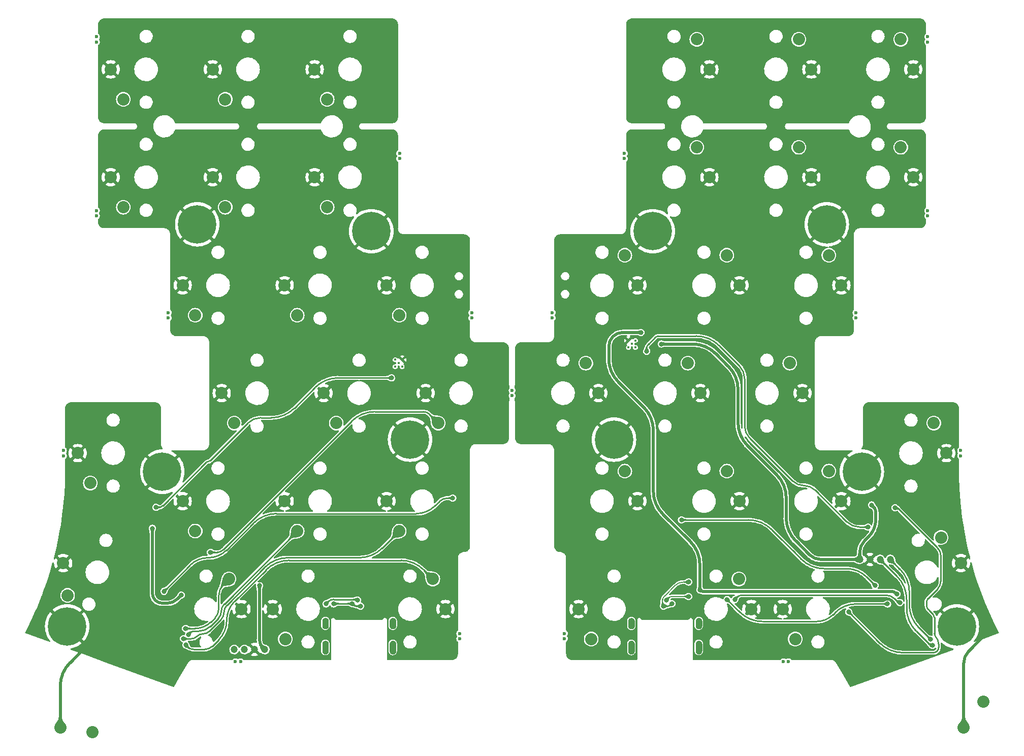
<source format=gbl>
G04 #@! TF.GenerationSoftware,KiCad,Pcbnew,(6.0.4-0)*
G04 #@! TF.CreationDate,2022-11-13T14:27:22-06:00*
G04 #@! TF.ProjectId,main,6d61696e-2e6b-4696-9361-645f70636258,0.2*
G04 #@! TF.SameCoordinates,Original*
G04 #@! TF.FileFunction,Copper,L2,Bot*
G04 #@! TF.FilePolarity,Positive*
%FSLAX46Y46*%
G04 Gerber Fmt 4.6, Leading zero omitted, Abs format (unit mm)*
G04 Created by KiCad (PCBNEW (6.0.4-0)) date 2022-11-13 14:27:22*
%MOMM*%
%LPD*%
G01*
G04 APERTURE LIST*
G04 #@! TA.AperFunction,EtchedComponent*
%ADD10C,0.010000*%
G04 #@! TD*
G04 #@! TA.AperFunction,ComponentPad*
%ADD11C,0.600000*%
G04 #@! TD*
G04 #@! TA.AperFunction,ComponentPad*
%ADD12C,2.032000*%
G04 #@! TD*
G04 #@! TA.AperFunction,ComponentPad*
%ADD13C,0.400000*%
G04 #@! TD*
G04 #@! TA.AperFunction,ComponentPad*
%ADD14C,1.200000*%
G04 #@! TD*
G04 #@! TA.AperFunction,ComponentPad*
%ADD15O,1.000000X2.000000*%
G04 #@! TD*
G04 #@! TA.AperFunction,ComponentPad*
%ADD16O,0.900000X1.800000*%
G04 #@! TD*
G04 #@! TA.AperFunction,ComponentPad*
%ADD17C,6.400000*%
G04 #@! TD*
G04 #@! TA.AperFunction,ComponentPad*
%ADD18C,0.800000*%
G04 #@! TD*
G04 #@! TA.AperFunction,ViaPad*
%ADD19C,0.800000*%
G04 #@! TD*
G04 #@! TA.AperFunction,Conductor*
%ADD20C,0.500000*%
G04 #@! TD*
G04 #@! TA.AperFunction,Conductor*
%ADD21C,0.250000*%
G04 #@! TD*
G04 #@! TA.AperFunction,Conductor*
%ADD22C,0.200000*%
G04 #@! TD*
G04 APERTURE END LIST*
G36*
X200834500Y-141165500D02*
G01*
X200886500Y-141173500D01*
X200937500Y-141186500D01*
X200985500Y-141205500D01*
X201032500Y-141229500D01*
X201076500Y-141257500D01*
X201117500Y-141290500D01*
X201154500Y-141327500D01*
X201187500Y-141368500D01*
X201215500Y-141412500D01*
X201239500Y-141459500D01*
X201258500Y-141507500D01*
X201271500Y-141558500D01*
X201279500Y-141610500D01*
X201282500Y-141662500D01*
X201282500Y-142462500D01*
X201279500Y-142514500D01*
X201271500Y-142566500D01*
X201258500Y-142617500D01*
X201239500Y-142665500D01*
X201215500Y-142712500D01*
X201187500Y-142756500D01*
X201154500Y-142797500D01*
X201117500Y-142834500D01*
X201076500Y-142867500D01*
X201032500Y-142895500D01*
X200985500Y-142919500D01*
X200937500Y-142938500D01*
X200886500Y-142951500D01*
X200834500Y-142959500D01*
X200782500Y-142962500D01*
X200730500Y-142959500D01*
X200678500Y-142951500D01*
X200627500Y-142938500D01*
X200579500Y-142919500D01*
X200532500Y-142895500D01*
X200488500Y-142867500D01*
X200447500Y-142834500D01*
X200410500Y-142797500D01*
X200377500Y-142756500D01*
X200349500Y-142712500D01*
X200325500Y-142665500D01*
X200306500Y-142617500D01*
X200293500Y-142566500D01*
X200285500Y-142514500D01*
X200282500Y-142462500D01*
X200282500Y-141662500D01*
X200285500Y-141610500D01*
X200293500Y-141558500D01*
X200306500Y-141507500D01*
X200325500Y-141459500D01*
X200349500Y-141412500D01*
X200377500Y-141368500D01*
X200410500Y-141327500D01*
X200447500Y-141290500D01*
X200488500Y-141257500D01*
X200532500Y-141229500D01*
X200579500Y-141205500D01*
X200627500Y-141186500D01*
X200678500Y-141173500D01*
X200730500Y-141165500D01*
X200782500Y-141162500D01*
X200834500Y-141165500D01*
G37*
D10*
X200834500Y-141165500D02*
X200886500Y-141173500D01*
X200937500Y-141186500D01*
X200985500Y-141205500D01*
X201032500Y-141229500D01*
X201076500Y-141257500D01*
X201117500Y-141290500D01*
X201154500Y-141327500D01*
X201187500Y-141368500D01*
X201215500Y-141412500D01*
X201239500Y-141459500D01*
X201258500Y-141507500D01*
X201271500Y-141558500D01*
X201279500Y-141610500D01*
X201282500Y-141662500D01*
X201282500Y-142462500D01*
X201279500Y-142514500D01*
X201271500Y-142566500D01*
X201258500Y-142617500D01*
X201239500Y-142665500D01*
X201215500Y-142712500D01*
X201187500Y-142756500D01*
X201154500Y-142797500D01*
X201117500Y-142834500D01*
X201076500Y-142867500D01*
X201032500Y-142895500D01*
X200985500Y-142919500D01*
X200937500Y-142938500D01*
X200886500Y-142951500D01*
X200834500Y-142959500D01*
X200782500Y-142962500D01*
X200730500Y-142959500D01*
X200678500Y-142951500D01*
X200627500Y-142938500D01*
X200579500Y-142919500D01*
X200532500Y-142895500D01*
X200488500Y-142867500D01*
X200447500Y-142834500D01*
X200410500Y-142797500D01*
X200377500Y-142756500D01*
X200349500Y-142712500D01*
X200325500Y-142665500D01*
X200306500Y-142617500D01*
X200293500Y-142566500D01*
X200285500Y-142514500D01*
X200282500Y-142462500D01*
X200282500Y-141662500D01*
X200285500Y-141610500D01*
X200293500Y-141558500D01*
X200306500Y-141507500D01*
X200325500Y-141459500D01*
X200349500Y-141412500D01*
X200377500Y-141368500D01*
X200410500Y-141327500D01*
X200447500Y-141290500D01*
X200488500Y-141257500D01*
X200532500Y-141229500D01*
X200579500Y-141205500D01*
X200627500Y-141186500D01*
X200678500Y-141173500D01*
X200730500Y-141165500D01*
X200782500Y-141162500D01*
X200834500Y-141165500D01*
G36*
X189594500Y-144965500D02*
G01*
X189646500Y-144973500D01*
X189697500Y-144986500D01*
X189745500Y-145005500D01*
X189792500Y-145029500D01*
X189836500Y-145057500D01*
X189877500Y-145090500D01*
X189914500Y-145127500D01*
X189947500Y-145168500D01*
X189975500Y-145212500D01*
X189999500Y-145259500D01*
X190018500Y-145307500D01*
X190031500Y-145358500D01*
X190039500Y-145410500D01*
X190042500Y-145462500D01*
X190042500Y-146662500D01*
X190039500Y-146714500D01*
X190031500Y-146766500D01*
X190018500Y-146817500D01*
X189999500Y-146865500D01*
X189975500Y-146912500D01*
X189947500Y-146956500D01*
X189914500Y-146997500D01*
X189877500Y-147034500D01*
X189836500Y-147067500D01*
X189792500Y-147095500D01*
X189745500Y-147119500D01*
X189697500Y-147138500D01*
X189646500Y-147151500D01*
X189594500Y-147159500D01*
X189542500Y-147162500D01*
X189490500Y-147159500D01*
X189438500Y-147151500D01*
X189387500Y-147138500D01*
X189339500Y-147119500D01*
X189292500Y-147095500D01*
X189248500Y-147067500D01*
X189207500Y-147034500D01*
X189170500Y-146997500D01*
X189137500Y-146956500D01*
X189109500Y-146912500D01*
X189085500Y-146865500D01*
X189066500Y-146817500D01*
X189053500Y-146766500D01*
X189045500Y-146714500D01*
X189042500Y-146662500D01*
X189042500Y-145462500D01*
X189045500Y-145410500D01*
X189053500Y-145358500D01*
X189066500Y-145307500D01*
X189085500Y-145259500D01*
X189109500Y-145212500D01*
X189137500Y-145168500D01*
X189170500Y-145127500D01*
X189207500Y-145090500D01*
X189248500Y-145057500D01*
X189292500Y-145029500D01*
X189339500Y-145005500D01*
X189387500Y-144986500D01*
X189438500Y-144973500D01*
X189490500Y-144965500D01*
X189542500Y-144962500D01*
X189594500Y-144965500D01*
G37*
X189594500Y-144965500D02*
X189646500Y-144973500D01*
X189697500Y-144986500D01*
X189745500Y-145005500D01*
X189792500Y-145029500D01*
X189836500Y-145057500D01*
X189877500Y-145090500D01*
X189914500Y-145127500D01*
X189947500Y-145168500D01*
X189975500Y-145212500D01*
X189999500Y-145259500D01*
X190018500Y-145307500D01*
X190031500Y-145358500D01*
X190039500Y-145410500D01*
X190042500Y-145462500D01*
X190042500Y-146662500D01*
X190039500Y-146714500D01*
X190031500Y-146766500D01*
X190018500Y-146817500D01*
X189999500Y-146865500D01*
X189975500Y-146912500D01*
X189947500Y-146956500D01*
X189914500Y-146997500D01*
X189877500Y-147034500D01*
X189836500Y-147067500D01*
X189792500Y-147095500D01*
X189745500Y-147119500D01*
X189697500Y-147138500D01*
X189646500Y-147151500D01*
X189594500Y-147159500D01*
X189542500Y-147162500D01*
X189490500Y-147159500D01*
X189438500Y-147151500D01*
X189387500Y-147138500D01*
X189339500Y-147119500D01*
X189292500Y-147095500D01*
X189248500Y-147067500D01*
X189207500Y-147034500D01*
X189170500Y-146997500D01*
X189137500Y-146956500D01*
X189109500Y-146912500D01*
X189085500Y-146865500D01*
X189066500Y-146817500D01*
X189053500Y-146766500D01*
X189045500Y-146714500D01*
X189042500Y-146662500D01*
X189042500Y-145462500D01*
X189045500Y-145410500D01*
X189053500Y-145358500D01*
X189066500Y-145307500D01*
X189085500Y-145259500D01*
X189109500Y-145212500D01*
X189137500Y-145168500D01*
X189170500Y-145127500D01*
X189207500Y-145090500D01*
X189248500Y-145057500D01*
X189292500Y-145029500D01*
X189339500Y-145005500D01*
X189387500Y-144986500D01*
X189438500Y-144973500D01*
X189490500Y-144965500D01*
X189542500Y-144962500D01*
X189594500Y-144965500D01*
G36*
X200834500Y-144965500D02*
G01*
X200886500Y-144973500D01*
X200937500Y-144986500D01*
X200985500Y-145005500D01*
X201032500Y-145029500D01*
X201076500Y-145057500D01*
X201117500Y-145090500D01*
X201154500Y-145127500D01*
X201187500Y-145168500D01*
X201215500Y-145212500D01*
X201239500Y-145259500D01*
X201258500Y-145307500D01*
X201271500Y-145358500D01*
X201279500Y-145410500D01*
X201282500Y-145462500D01*
X201282500Y-146662500D01*
X201279500Y-146714500D01*
X201271500Y-146766500D01*
X201258500Y-146817500D01*
X201239500Y-146865500D01*
X201215500Y-146912500D01*
X201187500Y-146956500D01*
X201154500Y-146997500D01*
X201117500Y-147034500D01*
X201076500Y-147067500D01*
X201032500Y-147095500D01*
X200985500Y-147119500D01*
X200937500Y-147138500D01*
X200886500Y-147151500D01*
X200834500Y-147159500D01*
X200782500Y-147162500D01*
X200730500Y-147159500D01*
X200678500Y-147151500D01*
X200627500Y-147138500D01*
X200579500Y-147119500D01*
X200532500Y-147095500D01*
X200488500Y-147067500D01*
X200447500Y-147034500D01*
X200410500Y-146997500D01*
X200377500Y-146956500D01*
X200349500Y-146912500D01*
X200325500Y-146865500D01*
X200306500Y-146817500D01*
X200293500Y-146766500D01*
X200285500Y-146714500D01*
X200282500Y-146662500D01*
X200282500Y-145462500D01*
X200285500Y-145410500D01*
X200293500Y-145358500D01*
X200306500Y-145307500D01*
X200325500Y-145259500D01*
X200349500Y-145212500D01*
X200377500Y-145168500D01*
X200410500Y-145127500D01*
X200447500Y-145090500D01*
X200488500Y-145057500D01*
X200532500Y-145029500D01*
X200579500Y-145005500D01*
X200627500Y-144986500D01*
X200678500Y-144973500D01*
X200730500Y-144965500D01*
X200782500Y-144962500D01*
X200834500Y-144965500D01*
G37*
X200834500Y-144965500D02*
X200886500Y-144973500D01*
X200937500Y-144986500D01*
X200985500Y-145005500D01*
X201032500Y-145029500D01*
X201076500Y-145057500D01*
X201117500Y-145090500D01*
X201154500Y-145127500D01*
X201187500Y-145168500D01*
X201215500Y-145212500D01*
X201239500Y-145259500D01*
X201258500Y-145307500D01*
X201271500Y-145358500D01*
X201279500Y-145410500D01*
X201282500Y-145462500D01*
X201282500Y-146662500D01*
X201279500Y-146714500D01*
X201271500Y-146766500D01*
X201258500Y-146817500D01*
X201239500Y-146865500D01*
X201215500Y-146912500D01*
X201187500Y-146956500D01*
X201154500Y-146997500D01*
X201117500Y-147034500D01*
X201076500Y-147067500D01*
X201032500Y-147095500D01*
X200985500Y-147119500D01*
X200937500Y-147138500D01*
X200886500Y-147151500D01*
X200834500Y-147159500D01*
X200782500Y-147162500D01*
X200730500Y-147159500D01*
X200678500Y-147151500D01*
X200627500Y-147138500D01*
X200579500Y-147119500D01*
X200532500Y-147095500D01*
X200488500Y-147067500D01*
X200447500Y-147034500D01*
X200410500Y-146997500D01*
X200377500Y-146956500D01*
X200349500Y-146912500D01*
X200325500Y-146865500D01*
X200306500Y-146817500D01*
X200293500Y-146766500D01*
X200285500Y-146714500D01*
X200282500Y-146662500D01*
X200282500Y-145462500D01*
X200285500Y-145410500D01*
X200293500Y-145358500D01*
X200306500Y-145307500D01*
X200325500Y-145259500D01*
X200349500Y-145212500D01*
X200377500Y-145168500D01*
X200410500Y-145127500D01*
X200447500Y-145090500D01*
X200488500Y-145057500D01*
X200532500Y-145029500D01*
X200579500Y-145005500D01*
X200627500Y-144986500D01*
X200678500Y-144973500D01*
X200730500Y-144965500D01*
X200782500Y-144962500D01*
X200834500Y-144965500D01*
G36*
X189594500Y-141165500D02*
G01*
X189646500Y-141173500D01*
X189697500Y-141186500D01*
X189745500Y-141205500D01*
X189792500Y-141229500D01*
X189836500Y-141257500D01*
X189877500Y-141290500D01*
X189914500Y-141327500D01*
X189947500Y-141368500D01*
X189975500Y-141412500D01*
X189999500Y-141459500D01*
X190018500Y-141507500D01*
X190031500Y-141558500D01*
X190039500Y-141610500D01*
X190042500Y-141662500D01*
X190042500Y-142462500D01*
X190039500Y-142514500D01*
X190031500Y-142566500D01*
X190018500Y-142617500D01*
X189999500Y-142665500D01*
X189975500Y-142712500D01*
X189947500Y-142756500D01*
X189914500Y-142797500D01*
X189877500Y-142834500D01*
X189836500Y-142867500D01*
X189792500Y-142895500D01*
X189745500Y-142919500D01*
X189697500Y-142938500D01*
X189646500Y-142951500D01*
X189594500Y-142959500D01*
X189542500Y-142962500D01*
X189490500Y-142959500D01*
X189438500Y-142951500D01*
X189387500Y-142938500D01*
X189339500Y-142919500D01*
X189292500Y-142895500D01*
X189248500Y-142867500D01*
X189207500Y-142834500D01*
X189170500Y-142797500D01*
X189137500Y-142756500D01*
X189109500Y-142712500D01*
X189085500Y-142665500D01*
X189066500Y-142617500D01*
X189053500Y-142566500D01*
X189045500Y-142514500D01*
X189042500Y-142462500D01*
X189042500Y-141662500D01*
X189045500Y-141610500D01*
X189053500Y-141558500D01*
X189066500Y-141507500D01*
X189085500Y-141459500D01*
X189109500Y-141412500D01*
X189137500Y-141368500D01*
X189170500Y-141327500D01*
X189207500Y-141290500D01*
X189248500Y-141257500D01*
X189292500Y-141229500D01*
X189339500Y-141205500D01*
X189387500Y-141186500D01*
X189438500Y-141173500D01*
X189490500Y-141165500D01*
X189542500Y-141162500D01*
X189594500Y-141165500D01*
G37*
X189594500Y-141165500D02*
X189646500Y-141173500D01*
X189697500Y-141186500D01*
X189745500Y-141205500D01*
X189792500Y-141229500D01*
X189836500Y-141257500D01*
X189877500Y-141290500D01*
X189914500Y-141327500D01*
X189947500Y-141368500D01*
X189975500Y-141412500D01*
X189999500Y-141459500D01*
X190018500Y-141507500D01*
X190031500Y-141558500D01*
X190039500Y-141610500D01*
X190042500Y-141662500D01*
X190042500Y-142462500D01*
X190039500Y-142514500D01*
X190031500Y-142566500D01*
X190018500Y-142617500D01*
X189999500Y-142665500D01*
X189975500Y-142712500D01*
X189947500Y-142756500D01*
X189914500Y-142797500D01*
X189877500Y-142834500D01*
X189836500Y-142867500D01*
X189792500Y-142895500D01*
X189745500Y-142919500D01*
X189697500Y-142938500D01*
X189646500Y-142951500D01*
X189594500Y-142959500D01*
X189542500Y-142962500D01*
X189490500Y-142959500D01*
X189438500Y-142951500D01*
X189387500Y-142938500D01*
X189339500Y-142919500D01*
X189292500Y-142895500D01*
X189248500Y-142867500D01*
X189207500Y-142834500D01*
X189170500Y-142797500D01*
X189137500Y-142756500D01*
X189109500Y-142712500D01*
X189085500Y-142665500D01*
X189066500Y-142617500D01*
X189053500Y-142566500D01*
X189045500Y-142514500D01*
X189042500Y-142462500D01*
X189042500Y-141662500D01*
X189045500Y-141610500D01*
X189053500Y-141558500D01*
X189066500Y-141507500D01*
X189085500Y-141459500D01*
X189109500Y-141412500D01*
X189137500Y-141368500D01*
X189170500Y-141327500D01*
X189207500Y-141290500D01*
X189248500Y-141257500D01*
X189292500Y-141229500D01*
X189339500Y-141205500D01*
X189387500Y-141186500D01*
X189438500Y-141173500D01*
X189490500Y-141165500D01*
X189542500Y-141162500D01*
X189594500Y-141165500D01*
G36*
X149834500Y-141165500D02*
G01*
X149886500Y-141173500D01*
X149937500Y-141186500D01*
X149985500Y-141205500D01*
X150032500Y-141229500D01*
X150076500Y-141257500D01*
X150117500Y-141290500D01*
X150154500Y-141327500D01*
X150187500Y-141368500D01*
X150215500Y-141412500D01*
X150239500Y-141459500D01*
X150258500Y-141507500D01*
X150271500Y-141558500D01*
X150279500Y-141610500D01*
X150282500Y-141662500D01*
X150282500Y-142462500D01*
X150279500Y-142514500D01*
X150271500Y-142566500D01*
X150258500Y-142617500D01*
X150239500Y-142665500D01*
X150215500Y-142712500D01*
X150187500Y-142756500D01*
X150154500Y-142797500D01*
X150117500Y-142834500D01*
X150076500Y-142867500D01*
X150032500Y-142895500D01*
X149985500Y-142919500D01*
X149937500Y-142938500D01*
X149886500Y-142951500D01*
X149834500Y-142959500D01*
X149782500Y-142962500D01*
X149730500Y-142959500D01*
X149678500Y-142951500D01*
X149627500Y-142938500D01*
X149579500Y-142919500D01*
X149532500Y-142895500D01*
X149488500Y-142867500D01*
X149447500Y-142834500D01*
X149410500Y-142797500D01*
X149377500Y-142756500D01*
X149349500Y-142712500D01*
X149325500Y-142665500D01*
X149306500Y-142617500D01*
X149293500Y-142566500D01*
X149285500Y-142514500D01*
X149282500Y-142462500D01*
X149282500Y-141662500D01*
X149285500Y-141610500D01*
X149293500Y-141558500D01*
X149306500Y-141507500D01*
X149325500Y-141459500D01*
X149349500Y-141412500D01*
X149377500Y-141368500D01*
X149410500Y-141327500D01*
X149447500Y-141290500D01*
X149488500Y-141257500D01*
X149532500Y-141229500D01*
X149579500Y-141205500D01*
X149627500Y-141186500D01*
X149678500Y-141173500D01*
X149730500Y-141165500D01*
X149782500Y-141162500D01*
X149834500Y-141165500D01*
G37*
X149834500Y-141165500D02*
X149886500Y-141173500D01*
X149937500Y-141186500D01*
X149985500Y-141205500D01*
X150032500Y-141229500D01*
X150076500Y-141257500D01*
X150117500Y-141290500D01*
X150154500Y-141327500D01*
X150187500Y-141368500D01*
X150215500Y-141412500D01*
X150239500Y-141459500D01*
X150258500Y-141507500D01*
X150271500Y-141558500D01*
X150279500Y-141610500D01*
X150282500Y-141662500D01*
X150282500Y-142462500D01*
X150279500Y-142514500D01*
X150271500Y-142566500D01*
X150258500Y-142617500D01*
X150239500Y-142665500D01*
X150215500Y-142712500D01*
X150187500Y-142756500D01*
X150154500Y-142797500D01*
X150117500Y-142834500D01*
X150076500Y-142867500D01*
X150032500Y-142895500D01*
X149985500Y-142919500D01*
X149937500Y-142938500D01*
X149886500Y-142951500D01*
X149834500Y-142959500D01*
X149782500Y-142962500D01*
X149730500Y-142959500D01*
X149678500Y-142951500D01*
X149627500Y-142938500D01*
X149579500Y-142919500D01*
X149532500Y-142895500D01*
X149488500Y-142867500D01*
X149447500Y-142834500D01*
X149410500Y-142797500D01*
X149377500Y-142756500D01*
X149349500Y-142712500D01*
X149325500Y-142665500D01*
X149306500Y-142617500D01*
X149293500Y-142566500D01*
X149285500Y-142514500D01*
X149282500Y-142462500D01*
X149282500Y-141662500D01*
X149285500Y-141610500D01*
X149293500Y-141558500D01*
X149306500Y-141507500D01*
X149325500Y-141459500D01*
X149349500Y-141412500D01*
X149377500Y-141368500D01*
X149410500Y-141327500D01*
X149447500Y-141290500D01*
X149488500Y-141257500D01*
X149532500Y-141229500D01*
X149579500Y-141205500D01*
X149627500Y-141186500D01*
X149678500Y-141173500D01*
X149730500Y-141165500D01*
X149782500Y-141162500D01*
X149834500Y-141165500D01*
G36*
X138594500Y-144965500D02*
G01*
X138646500Y-144973500D01*
X138697500Y-144986500D01*
X138745500Y-145005500D01*
X138792500Y-145029500D01*
X138836500Y-145057500D01*
X138877500Y-145090500D01*
X138914500Y-145127500D01*
X138947500Y-145168500D01*
X138975500Y-145212500D01*
X138999500Y-145259500D01*
X139018500Y-145307500D01*
X139031500Y-145358500D01*
X139039500Y-145410500D01*
X139042500Y-145462500D01*
X139042500Y-146662500D01*
X139039500Y-146714500D01*
X139031500Y-146766500D01*
X139018500Y-146817500D01*
X138999500Y-146865500D01*
X138975500Y-146912500D01*
X138947500Y-146956500D01*
X138914500Y-146997500D01*
X138877500Y-147034500D01*
X138836500Y-147067500D01*
X138792500Y-147095500D01*
X138745500Y-147119500D01*
X138697500Y-147138500D01*
X138646500Y-147151500D01*
X138594500Y-147159500D01*
X138542500Y-147162500D01*
X138490500Y-147159500D01*
X138438500Y-147151500D01*
X138387500Y-147138500D01*
X138339500Y-147119500D01*
X138292500Y-147095500D01*
X138248500Y-147067500D01*
X138207500Y-147034500D01*
X138170500Y-146997500D01*
X138137500Y-146956500D01*
X138109500Y-146912500D01*
X138085500Y-146865500D01*
X138066500Y-146817500D01*
X138053500Y-146766500D01*
X138045500Y-146714500D01*
X138042500Y-146662500D01*
X138042500Y-145462500D01*
X138045500Y-145410500D01*
X138053500Y-145358500D01*
X138066500Y-145307500D01*
X138085500Y-145259500D01*
X138109500Y-145212500D01*
X138137500Y-145168500D01*
X138170500Y-145127500D01*
X138207500Y-145090500D01*
X138248500Y-145057500D01*
X138292500Y-145029500D01*
X138339500Y-145005500D01*
X138387500Y-144986500D01*
X138438500Y-144973500D01*
X138490500Y-144965500D01*
X138542500Y-144962500D01*
X138594500Y-144965500D01*
G37*
X138594500Y-144965500D02*
X138646500Y-144973500D01*
X138697500Y-144986500D01*
X138745500Y-145005500D01*
X138792500Y-145029500D01*
X138836500Y-145057500D01*
X138877500Y-145090500D01*
X138914500Y-145127500D01*
X138947500Y-145168500D01*
X138975500Y-145212500D01*
X138999500Y-145259500D01*
X139018500Y-145307500D01*
X139031500Y-145358500D01*
X139039500Y-145410500D01*
X139042500Y-145462500D01*
X139042500Y-146662500D01*
X139039500Y-146714500D01*
X139031500Y-146766500D01*
X139018500Y-146817500D01*
X138999500Y-146865500D01*
X138975500Y-146912500D01*
X138947500Y-146956500D01*
X138914500Y-146997500D01*
X138877500Y-147034500D01*
X138836500Y-147067500D01*
X138792500Y-147095500D01*
X138745500Y-147119500D01*
X138697500Y-147138500D01*
X138646500Y-147151500D01*
X138594500Y-147159500D01*
X138542500Y-147162500D01*
X138490500Y-147159500D01*
X138438500Y-147151500D01*
X138387500Y-147138500D01*
X138339500Y-147119500D01*
X138292500Y-147095500D01*
X138248500Y-147067500D01*
X138207500Y-147034500D01*
X138170500Y-146997500D01*
X138137500Y-146956500D01*
X138109500Y-146912500D01*
X138085500Y-146865500D01*
X138066500Y-146817500D01*
X138053500Y-146766500D01*
X138045500Y-146714500D01*
X138042500Y-146662500D01*
X138042500Y-145462500D01*
X138045500Y-145410500D01*
X138053500Y-145358500D01*
X138066500Y-145307500D01*
X138085500Y-145259500D01*
X138109500Y-145212500D01*
X138137500Y-145168500D01*
X138170500Y-145127500D01*
X138207500Y-145090500D01*
X138248500Y-145057500D01*
X138292500Y-145029500D01*
X138339500Y-145005500D01*
X138387500Y-144986500D01*
X138438500Y-144973500D01*
X138490500Y-144965500D01*
X138542500Y-144962500D01*
X138594500Y-144965500D01*
G36*
X149834500Y-144965500D02*
G01*
X149886500Y-144973500D01*
X149937500Y-144986500D01*
X149985500Y-145005500D01*
X150032500Y-145029500D01*
X150076500Y-145057500D01*
X150117500Y-145090500D01*
X150154500Y-145127500D01*
X150187500Y-145168500D01*
X150215500Y-145212500D01*
X150239500Y-145259500D01*
X150258500Y-145307500D01*
X150271500Y-145358500D01*
X150279500Y-145410500D01*
X150282500Y-145462500D01*
X150282500Y-146662500D01*
X150279500Y-146714500D01*
X150271500Y-146766500D01*
X150258500Y-146817500D01*
X150239500Y-146865500D01*
X150215500Y-146912500D01*
X150187500Y-146956500D01*
X150154500Y-146997500D01*
X150117500Y-147034500D01*
X150076500Y-147067500D01*
X150032500Y-147095500D01*
X149985500Y-147119500D01*
X149937500Y-147138500D01*
X149886500Y-147151500D01*
X149834500Y-147159500D01*
X149782500Y-147162500D01*
X149730500Y-147159500D01*
X149678500Y-147151500D01*
X149627500Y-147138500D01*
X149579500Y-147119500D01*
X149532500Y-147095500D01*
X149488500Y-147067500D01*
X149447500Y-147034500D01*
X149410500Y-146997500D01*
X149377500Y-146956500D01*
X149349500Y-146912500D01*
X149325500Y-146865500D01*
X149306500Y-146817500D01*
X149293500Y-146766500D01*
X149285500Y-146714500D01*
X149282500Y-146662500D01*
X149282500Y-145462500D01*
X149285500Y-145410500D01*
X149293500Y-145358500D01*
X149306500Y-145307500D01*
X149325500Y-145259500D01*
X149349500Y-145212500D01*
X149377500Y-145168500D01*
X149410500Y-145127500D01*
X149447500Y-145090500D01*
X149488500Y-145057500D01*
X149532500Y-145029500D01*
X149579500Y-145005500D01*
X149627500Y-144986500D01*
X149678500Y-144973500D01*
X149730500Y-144965500D01*
X149782500Y-144962500D01*
X149834500Y-144965500D01*
G37*
X149834500Y-144965500D02*
X149886500Y-144973500D01*
X149937500Y-144986500D01*
X149985500Y-145005500D01*
X150032500Y-145029500D01*
X150076500Y-145057500D01*
X150117500Y-145090500D01*
X150154500Y-145127500D01*
X150187500Y-145168500D01*
X150215500Y-145212500D01*
X150239500Y-145259500D01*
X150258500Y-145307500D01*
X150271500Y-145358500D01*
X150279500Y-145410500D01*
X150282500Y-145462500D01*
X150282500Y-146662500D01*
X150279500Y-146714500D01*
X150271500Y-146766500D01*
X150258500Y-146817500D01*
X150239500Y-146865500D01*
X150215500Y-146912500D01*
X150187500Y-146956500D01*
X150154500Y-146997500D01*
X150117500Y-147034500D01*
X150076500Y-147067500D01*
X150032500Y-147095500D01*
X149985500Y-147119500D01*
X149937500Y-147138500D01*
X149886500Y-147151500D01*
X149834500Y-147159500D01*
X149782500Y-147162500D01*
X149730500Y-147159500D01*
X149678500Y-147151500D01*
X149627500Y-147138500D01*
X149579500Y-147119500D01*
X149532500Y-147095500D01*
X149488500Y-147067500D01*
X149447500Y-147034500D01*
X149410500Y-146997500D01*
X149377500Y-146956500D01*
X149349500Y-146912500D01*
X149325500Y-146865500D01*
X149306500Y-146817500D01*
X149293500Y-146766500D01*
X149285500Y-146714500D01*
X149282500Y-146662500D01*
X149282500Y-145462500D01*
X149285500Y-145410500D01*
X149293500Y-145358500D01*
X149306500Y-145307500D01*
X149325500Y-145259500D01*
X149349500Y-145212500D01*
X149377500Y-145168500D01*
X149410500Y-145127500D01*
X149447500Y-145090500D01*
X149488500Y-145057500D01*
X149532500Y-145029500D01*
X149579500Y-145005500D01*
X149627500Y-144986500D01*
X149678500Y-144973500D01*
X149730500Y-144965500D01*
X149782500Y-144962500D01*
X149834500Y-144965500D01*
G36*
X138594500Y-141165500D02*
G01*
X138646500Y-141173500D01*
X138697500Y-141186500D01*
X138745500Y-141205500D01*
X138792500Y-141229500D01*
X138836500Y-141257500D01*
X138877500Y-141290500D01*
X138914500Y-141327500D01*
X138947500Y-141368500D01*
X138975500Y-141412500D01*
X138999500Y-141459500D01*
X139018500Y-141507500D01*
X139031500Y-141558500D01*
X139039500Y-141610500D01*
X139042500Y-141662500D01*
X139042500Y-142462500D01*
X139039500Y-142514500D01*
X139031500Y-142566500D01*
X139018500Y-142617500D01*
X138999500Y-142665500D01*
X138975500Y-142712500D01*
X138947500Y-142756500D01*
X138914500Y-142797500D01*
X138877500Y-142834500D01*
X138836500Y-142867500D01*
X138792500Y-142895500D01*
X138745500Y-142919500D01*
X138697500Y-142938500D01*
X138646500Y-142951500D01*
X138594500Y-142959500D01*
X138542500Y-142962500D01*
X138490500Y-142959500D01*
X138438500Y-142951500D01*
X138387500Y-142938500D01*
X138339500Y-142919500D01*
X138292500Y-142895500D01*
X138248500Y-142867500D01*
X138207500Y-142834500D01*
X138170500Y-142797500D01*
X138137500Y-142756500D01*
X138109500Y-142712500D01*
X138085500Y-142665500D01*
X138066500Y-142617500D01*
X138053500Y-142566500D01*
X138045500Y-142514500D01*
X138042500Y-142462500D01*
X138042500Y-141662500D01*
X138045500Y-141610500D01*
X138053500Y-141558500D01*
X138066500Y-141507500D01*
X138085500Y-141459500D01*
X138109500Y-141412500D01*
X138137500Y-141368500D01*
X138170500Y-141327500D01*
X138207500Y-141290500D01*
X138248500Y-141257500D01*
X138292500Y-141229500D01*
X138339500Y-141205500D01*
X138387500Y-141186500D01*
X138438500Y-141173500D01*
X138490500Y-141165500D01*
X138542500Y-141162500D01*
X138594500Y-141165500D01*
G37*
X138594500Y-141165500D02*
X138646500Y-141173500D01*
X138697500Y-141186500D01*
X138745500Y-141205500D01*
X138792500Y-141229500D01*
X138836500Y-141257500D01*
X138877500Y-141290500D01*
X138914500Y-141327500D01*
X138947500Y-141368500D01*
X138975500Y-141412500D01*
X138999500Y-141459500D01*
X139018500Y-141507500D01*
X139031500Y-141558500D01*
X139039500Y-141610500D01*
X139042500Y-141662500D01*
X139042500Y-142462500D01*
X139039500Y-142514500D01*
X139031500Y-142566500D01*
X139018500Y-142617500D01*
X138999500Y-142665500D01*
X138975500Y-142712500D01*
X138947500Y-142756500D01*
X138914500Y-142797500D01*
X138877500Y-142834500D01*
X138836500Y-142867500D01*
X138792500Y-142895500D01*
X138745500Y-142919500D01*
X138697500Y-142938500D01*
X138646500Y-142951500D01*
X138594500Y-142959500D01*
X138542500Y-142962500D01*
X138490500Y-142959500D01*
X138438500Y-142951500D01*
X138387500Y-142938500D01*
X138339500Y-142919500D01*
X138292500Y-142895500D01*
X138248500Y-142867500D01*
X138207500Y-142834500D01*
X138170500Y-142797500D01*
X138137500Y-142756500D01*
X138109500Y-142712500D01*
X138085500Y-142665500D01*
X138066500Y-142617500D01*
X138053500Y-142566500D01*
X138045500Y-142514500D01*
X138042500Y-142462500D01*
X138042500Y-141662500D01*
X138045500Y-141610500D01*
X138053500Y-141558500D01*
X138066500Y-141507500D01*
X138085500Y-141459500D01*
X138109500Y-141412500D01*
X138137500Y-141368500D01*
X138170500Y-141327500D01*
X138207500Y-141290500D01*
X138248500Y-141257500D01*
X138292500Y-141229500D01*
X138339500Y-141205500D01*
X138387500Y-141186500D01*
X138438500Y-141173500D01*
X138490500Y-141165500D01*
X138542500Y-141162500D01*
X138594500Y-141165500D01*
D11*
X238950000Y-45100000D03*
X238950000Y-44225000D03*
X238950000Y-74100000D03*
X238950000Y-73225000D03*
X227000000Y-91100000D03*
X227000000Y-90225000D03*
X244450000Y-114100000D03*
X244450000Y-113225000D03*
X215750000Y-148450000D03*
X214875000Y-148450000D03*
X178375000Y-144600000D03*
X178375000Y-143725000D03*
X176375000Y-91100000D03*
X176375000Y-90225000D03*
X188375000Y-64550000D03*
X188375000Y-63675000D03*
X124425000Y-148450000D03*
X123550000Y-148450000D03*
X160950000Y-144625000D03*
X160950000Y-143750000D03*
X169663000Y-104100000D03*
X169663000Y-103225000D03*
X162950000Y-91100000D03*
X162950000Y-90225000D03*
X150950000Y-64550000D03*
X150950000Y-63675000D03*
X94875000Y-114100000D03*
X94875000Y-113225000D03*
X112375000Y-91100000D03*
X112375000Y-90225000D03*
X100375000Y-45100000D03*
X100375000Y-44225000D03*
X100375000Y-74100000D03*
X100375000Y-73225000D03*
D12*
X121862500Y-54662500D03*
X119762500Y-49662500D03*
X119762500Y-49662500D03*
X116862500Y-126662500D03*
X114762500Y-121662500D03*
X114762500Y-121662500D03*
X133862500Y-90662500D03*
X131762500Y-85662500D03*
X131762500Y-85662500D03*
D13*
X189648402Y-95462500D03*
X189068402Y-94882500D03*
X190228402Y-94882500D03*
X189068402Y-96042500D03*
X190228402Y-96042500D03*
D14*
X232712500Y-131387500D03*
X227612500Y-131387500D03*
D15*
X189542500Y-146062500D03*
X200782500Y-146062500D03*
D16*
X189542500Y-142062500D03*
X200782500Y-142062500D03*
D15*
X138542500Y-146062500D03*
X149782500Y-146062500D03*
D16*
X138542500Y-142062500D03*
X149782500Y-142062500D03*
D14*
X123345187Y-146407266D03*
D13*
X150762500Y-98662500D03*
X151342500Y-98082500D03*
X151342500Y-99242500D03*
X150182500Y-98082500D03*
X150182500Y-99242500D03*
D17*
X111362500Y-116762500D03*
D18*
X113059556Y-115065444D03*
X111362500Y-119162500D03*
X109665444Y-118459556D03*
X109665444Y-115065444D03*
X113762500Y-116762500D03*
X111362500Y-114362500D03*
X113059556Y-118459556D03*
X108962500Y-116762500D03*
D14*
X231012500Y-131387500D03*
D18*
X150965444Y-109715444D03*
X150262500Y-111412500D03*
D17*
X152662500Y-111412500D03*
D18*
X150965444Y-113109556D03*
X152662500Y-113812500D03*
X155062500Y-111412500D03*
X154359556Y-109715444D03*
X154359556Y-113109556D03*
X152662500Y-109012500D03*
X144515444Y-74965444D03*
X147909556Y-78359556D03*
X146212500Y-74262500D03*
X143812500Y-76662500D03*
X144515444Y-78359556D03*
D17*
X146212500Y-76662500D03*
D18*
X147909556Y-74965444D03*
X148612500Y-76662500D03*
X146212500Y-79062500D03*
D14*
X125045187Y-146407266D03*
X229312500Y-131387500D03*
X126745187Y-146407266D03*
D18*
X97912500Y-142562500D03*
X95512500Y-140162500D03*
X95512500Y-144962500D03*
X93815444Y-144259556D03*
X97209556Y-144259556D03*
D17*
X95512500Y-142562500D03*
D18*
X93112500Y-142562500D03*
X93815444Y-140865444D03*
X97209556Y-140865444D03*
D14*
X128445187Y-146407266D03*
D18*
X119595187Y-75507266D03*
X117195187Y-73107266D03*
X117195187Y-77907266D03*
D17*
X117195187Y-75507266D03*
D18*
X115498131Y-73810210D03*
X118892243Y-77204322D03*
X115498131Y-77204322D03*
X118892243Y-73810210D03*
X114795187Y-75507266D03*
D12*
X205462500Y-116662500D03*
X207562500Y-121662500D03*
X207562500Y-121662500D03*
X95577887Y-137388617D03*
X94843538Y-132015468D03*
X94843538Y-132015468D03*
X188462500Y-116662500D03*
X190562500Y-121662500D03*
X190562500Y-121662500D03*
X198962500Y-98662500D03*
X201062500Y-103662500D03*
X201062500Y-103662500D03*
X138862500Y-72662500D03*
X136762500Y-67662500D03*
X136762500Y-67662500D03*
X222462500Y-116662500D03*
X224562500Y-121662500D03*
X224562500Y-121662500D03*
D18*
X189062500Y-111412500D03*
X186662500Y-109012500D03*
X184965444Y-109715444D03*
X186662500Y-113812500D03*
D17*
X186662500Y-111412500D03*
D18*
X188359556Y-109715444D03*
X184965444Y-113109556D03*
X184262500Y-111412500D03*
X188359556Y-113109556D03*
D12*
X207462500Y-134662500D03*
X209562500Y-139662500D03*
X209562500Y-139662500D03*
X234462500Y-62662500D03*
X236562500Y-67662500D03*
X236562500Y-67662500D03*
X205462500Y-80662500D03*
X207562500Y-85662500D03*
X207562500Y-85662500D03*
X104862500Y-72662500D03*
X102762500Y-67662500D03*
X102762500Y-67662500D03*
X150862500Y-126662500D03*
X148762500Y-121662500D03*
X148762500Y-121662500D03*
X157362500Y-108662500D03*
X155262500Y-103662500D03*
X155262500Y-103662500D03*
X234462500Y-44662500D03*
X236562500Y-49662500D03*
X236562500Y-49662500D03*
X239962500Y-108662500D03*
X242062500Y-113662500D03*
X242062500Y-113662500D03*
X131862500Y-144662500D03*
X129762500Y-139662500D03*
X129762500Y-139662500D03*
X122462500Y-134662500D03*
X124562500Y-139662500D03*
X124562500Y-139662500D03*
X121862500Y-72662500D03*
X119762500Y-67662500D03*
X119762500Y-67662500D03*
X217462500Y-44662500D03*
X219562500Y-49662500D03*
X219562500Y-49662500D03*
D18*
X230362500Y-116762500D03*
X229659556Y-115065444D03*
X227962500Y-119162500D03*
X229659556Y-118459556D03*
D17*
X227962500Y-116762500D03*
D18*
X226265444Y-118459556D03*
X225562500Y-116762500D03*
X227962500Y-114362500D03*
X226265444Y-115065444D03*
D12*
X104862500Y-54662500D03*
X102762500Y-49662500D03*
X102762500Y-49662500D03*
X138862500Y-54662500D03*
X136762500Y-49662500D03*
X136762500Y-49662500D03*
X156462500Y-134662500D03*
X158562500Y-139662500D03*
X158562500Y-139662500D03*
X140362500Y-108662500D03*
X138262500Y-103662500D03*
X138262500Y-103662500D03*
X215962500Y-98662500D03*
X218062500Y-103662500D03*
X218062500Y-103662500D03*
X216862500Y-144662500D03*
X214762500Y-139662500D03*
X214762500Y-139662500D03*
X188462500Y-80662500D03*
X190562500Y-85662500D03*
X190562500Y-85662500D03*
X99746856Y-160152181D03*
X94366729Y-159470834D03*
X94366729Y-159470834D03*
D17*
X193112500Y-76662500D03*
D18*
X193112500Y-74262500D03*
X190712500Y-76662500D03*
X193112500Y-79062500D03*
X194809556Y-74965444D03*
X191415444Y-74965444D03*
X191415444Y-78359556D03*
X194809556Y-78359556D03*
X195512500Y-76662500D03*
D12*
X217462500Y-62662500D03*
X219562500Y-67662500D03*
X219562500Y-67662500D03*
X150862500Y-90662500D03*
X148762500Y-85662500D03*
X148762500Y-85662500D03*
X200462500Y-44662500D03*
X202562500Y-49662500D03*
X202562500Y-49662500D03*
X123362500Y-108662500D03*
X121262500Y-103662500D03*
X121262500Y-103662500D03*
X99362500Y-118662500D03*
X97262500Y-113662500D03*
X97262500Y-113662500D03*
X116862500Y-90662500D03*
X114762500Y-85662500D03*
X114762500Y-85662500D03*
X222462500Y-80662500D03*
X224562500Y-85662500D03*
X224562500Y-85662500D03*
X182862500Y-144662500D03*
X180762500Y-139662500D03*
X180762500Y-139662500D03*
D18*
X223826869Y-77204322D03*
X222129813Y-73107266D03*
X220432757Y-77204322D03*
X222129813Y-77907266D03*
X224529813Y-75507266D03*
D17*
X222129813Y-75507266D03*
D18*
X219729813Y-75507266D03*
X220432757Y-73810210D03*
X223826869Y-73810210D03*
X242115444Y-144259556D03*
X245509556Y-144259556D03*
X241412500Y-142562500D03*
X243812500Y-140162500D03*
X246212500Y-142562500D03*
X242115444Y-140865444D03*
D17*
X243812500Y-142562500D03*
D18*
X245509556Y-140865444D03*
X243812500Y-144962500D03*
D12*
X241158923Y-127729358D03*
X244481462Y-132015468D03*
X244481462Y-132015468D03*
X181962500Y-98662500D03*
X184062500Y-103662500D03*
X184062500Y-103662500D03*
X200462500Y-62662500D03*
X202562500Y-67662500D03*
X202562500Y-67662500D03*
X248238398Y-155152181D03*
X244958271Y-159470834D03*
X244958271Y-159470834D03*
X133862500Y-126662500D03*
X131762500Y-121662500D03*
X131762500Y-121662500D03*
D19*
X229600000Y-122313839D03*
X229000000Y-126000000D03*
X233512500Y-122762500D03*
X109700000Y-126200000D03*
X114526227Y-137326227D03*
X110300000Y-122700000D03*
X197900000Y-124800000D03*
X207337500Y-141787500D03*
X223287500Y-141862500D03*
X198512500Y-133687500D03*
X226187500Y-150412500D03*
X146931610Y-136767640D03*
X194723372Y-135937500D03*
X190910902Y-97866250D03*
X138431610Y-136767640D03*
X103087500Y-146137500D03*
X148358750Y-99925000D03*
X119395187Y-130207266D03*
X114895187Y-144607266D03*
X115295187Y-145657266D03*
X115745187Y-143907266D03*
X194534334Y-95466250D03*
X127562500Y-135762500D03*
X191137500Y-93537500D03*
X200962500Y-136462500D03*
X233812500Y-137162500D03*
X195412500Y-138162500D03*
X143013489Y-138762500D03*
X144412500Y-139162500D03*
X139945187Y-138807266D03*
X199087500Y-137562500D03*
X138645187Y-138807266D03*
X143912500Y-138162500D03*
X196311511Y-138762500D03*
X194912500Y-139162500D03*
X199087500Y-135162500D03*
X115245187Y-142907266D03*
X149558750Y-101125000D03*
X192110902Y-96666250D03*
X111645187Y-136707266D03*
X230162500Y-135712500D03*
X159782500Y-121162500D03*
X239437500Y-144737500D03*
X239737500Y-145737500D03*
X225762500Y-140137500D03*
X234312500Y-138587500D03*
X206812500Y-138062500D03*
X205512500Y-138062500D03*
X232262500Y-138812500D03*
D20*
X244958271Y-149272885D02*
X244958271Y-150443656D01*
X244958271Y-151029042D02*
X244958271Y-153370584D01*
D21*
X153928158Y-106757266D02*
X153650138Y-106757266D01*
X154762217Y-106757266D02*
X154484197Y-106757266D01*
X123284122Y-127990459D02*
X122545187Y-128729394D01*
X122083353Y-129191229D02*
X121898620Y-129375962D01*
X154206178Y-106757266D02*
X153928158Y-106757266D01*
X121713885Y-129560696D02*
X121529152Y-129745431D01*
X153233108Y-106757266D02*
X152121029Y-106757266D01*
X122268086Y-129006495D02*
X122083353Y-129191229D01*
D20*
X111407106Y-138699997D02*
G75*
G02*
X110200000Y-138200000I-6J1707097D01*
G01*
X229102810Y-127597187D02*
G75*
G03*
X230300000Y-124706919I-2890310J2890287D01*
G01*
X110199998Y-138200002D02*
G75*
G02*
X109700000Y-136992893I1207102J1207102D01*
G01*
X227612486Y-130237500D02*
G75*
G02*
X228425673Y-128274327I2776314J0D01*
G01*
X112181049Y-138700027D02*
G75*
G03*
X113839339Y-138013112I-49J2345227D01*
G01*
X230299982Y-123508813D02*
G75*
G03*
X229949999Y-122663840I-1194982J13D01*
G01*
D21*
X207224047Y-98774048D02*
X207420190Y-98970190D01*
X227662499Y-126000003D02*
G75*
G02*
X225379244Y-125054243I1J3229003D01*
G01*
X110737500Y-122700004D02*
G75*
G03*
X111484359Y-122390640I0J1056204D01*
G01*
X214362795Y-127837797D02*
X216699789Y-130174790D01*
X209071034Y-124799991D02*
G75*
G02*
X212918790Y-126393792I-34J-5441609D01*
G01*
X239924998Y-128799999D02*
X240399999Y-129275000D01*
X239497255Y-140197256D02*
X239732418Y-140432419D01*
X239140242Y-139840244D02*
X239330080Y-140030081D01*
X238737499Y-127612500D02*
X239687499Y-128562500D01*
D20*
X230300000Y-123508813D02*
X230300000Y-124706919D01*
X228425672Y-128274326D02*
X229102811Y-127597188D01*
X229950000Y-122663839D02*
X229600000Y-122313839D01*
X227612500Y-131387500D02*
X227612500Y-130237500D01*
D21*
X194045342Y-94137518D02*
G75*
G03*
X193562500Y-94337500I-42J-682782D01*
G01*
X208437511Y-109145787D02*
G75*
G03*
X209262500Y-111137500I2816689J-13D01*
G01*
X200333536Y-94137490D02*
G75*
G02*
X204181292Y-95731293I-36J-5441610D01*
G01*
X208437500Y-101287500D02*
X208437500Y-109145787D01*
X194045342Y-94137500D02*
X200333536Y-94137500D01*
X207518266Y-99068256D02*
G75*
G02*
X208437500Y-101287500I-2219266J-2219244D01*
G01*
X229000000Y-126000000D02*
X227662499Y-126000000D01*
X218287500Y-119062510D02*
G75*
G02*
X216409683Y-118284682I0J2655610D01*
G01*
X193562500Y-94337500D02*
X192421022Y-95478978D01*
X220165310Y-119840325D02*
G75*
G03*
X218287500Y-119062500I-1877810J-1877775D01*
G01*
X192421039Y-95478995D02*
G75*
G03*
X192110902Y-96227674I748661J-748705D01*
G01*
X192110902Y-96227674D02*
X192110902Y-96666250D01*
X207518261Y-99068261D02*
X207420190Y-98970190D01*
X204181292Y-95731293D02*
X207224047Y-98774048D01*
X216409682Y-118284683D02*
X209262500Y-111137500D01*
X225379243Y-125054244D02*
X220165317Y-119840318D01*
X238737499Y-127612500D02*
X234020082Y-122895083D01*
X234020090Y-122895075D02*
G75*
G03*
X233700000Y-122762500I-320090J-320125D01*
G01*
X233700000Y-122762500D02*
X233512500Y-122762500D01*
D20*
X113839340Y-138013113D02*
X114526227Y-137326227D01*
X109700000Y-136992893D02*
X109700000Y-126200000D01*
X112181049Y-138700000D02*
X111407106Y-138700000D01*
D21*
X129535990Y-107762500D02*
X127799403Y-107762500D01*
X127799403Y-107762515D02*
G75*
G03*
X125602523Y-108672479I-3J-3106885D01*
G01*
X119346599Y-114928401D02*
G75*
G02*
X118962500Y-115087500I-384099J384101D01*
G01*
X119346599Y-114928401D02*
X125602522Y-108672478D01*
X129535990Y-107762477D02*
G75*
G03*
X133383745Y-106168706I10J5441577D01*
G01*
X118909251Y-115087527D02*
G75*
G03*
X118701409Y-115173591I-51J-293873D01*
G01*
X133383746Y-106168707D02*
X136833661Y-102718792D01*
X140681417Y-101125000D02*
X149558750Y-101125000D01*
X136833642Y-102718773D02*
G75*
G02*
X140681417Y-101125000I3847758J-3847827D01*
G01*
X118962500Y-115087500D02*
X118909251Y-115087500D01*
X111484359Y-122390640D02*
X118701409Y-115173591D01*
X110737500Y-122700000D02*
X110300000Y-122700000D01*
X214362795Y-127837797D02*
X212918790Y-126393792D01*
X209071034Y-124800000D02*
X197900000Y-124800000D01*
X155262500Y-103662500D02*
X155887921Y-104287921D01*
X136762500Y-67662500D02*
X137212500Y-67662500D01*
D20*
X244958271Y-153370584D02*
X244958271Y-159470834D01*
D21*
X119912500Y-67812500D02*
X119762500Y-67662500D01*
D20*
X94366729Y-152487234D02*
X94366729Y-159470834D01*
X245786131Y-146688869D02*
X248862500Y-143612500D01*
X95960522Y-148639478D02*
X97962500Y-146637500D01*
X244958271Y-151029042D02*
X244958271Y-150443656D01*
X244958271Y-148687500D02*
X244958271Y-149272885D01*
X245786123Y-146688861D02*
G75*
G03*
X244958271Y-148687500I1998677J-1998639D01*
G01*
X95960500Y-148639456D02*
G75*
G03*
X94366729Y-152487234I3847800J-3847744D01*
G01*
D21*
X121713885Y-129560696D02*
X121898620Y-129375962D01*
X142923526Y-108351058D02*
X123284122Y-127990459D01*
X155850446Y-107150445D02*
X157362500Y-108662500D01*
X152121029Y-106757266D02*
X146771282Y-106757266D01*
X122268086Y-129006495D02*
X122545187Y-128729394D01*
X120544812Y-130207266D02*
X119395187Y-130207266D01*
X154901227Y-106757266D02*
X154762217Y-106757266D01*
X121529152Y-129745431D02*
X121436785Y-129837798D01*
X154206178Y-106757266D02*
X154484197Y-106757266D01*
X153233108Y-106757266D02*
X153650138Y-106757266D01*
X121436785Y-129837798D02*
G75*
G02*
X120544812Y-130207266I-891985J891998D01*
G01*
X155850440Y-107150451D02*
G75*
G03*
X154901227Y-106757266I-949240J-949249D01*
G01*
X146771282Y-106757249D02*
G75*
G03*
X142923526Y-108351058I18J-5441551D01*
G01*
X144163771Y-131107266D02*
X132307416Y-131107266D01*
X114895187Y-144607266D02*
X114907443Y-144619521D01*
X148011527Y-129513473D02*
X150862500Y-126662500D01*
X119199114Y-143374774D02*
X121150930Y-141422959D01*
X114937030Y-144631777D02*
X116136840Y-144631777D01*
X122150193Y-139010525D02*
X128459660Y-132701058D01*
X118156144Y-143806786D02*
X118128544Y-143806786D01*
X121150911Y-141422940D02*
G75*
G03*
X121650561Y-140216742I-1206211J1206240D01*
G01*
X118128544Y-143806808D02*
G75*
G03*
X117132693Y-144219282I-44J-1408292D01*
G01*
X118156144Y-143806816D02*
G75*
G03*
X119199114Y-143374774I-44J1475016D01*
G01*
X116136840Y-144631796D02*
G75*
G03*
X117132692Y-144219281I-40J1408396D01*
G01*
X128459655Y-132701053D02*
G75*
G02*
X132307416Y-131107266I3847745J-3847747D01*
G01*
X148011545Y-129513491D02*
G75*
G02*
X144163771Y-131107266I-3847745J3847791D01*
G01*
X122150174Y-139010506D02*
G75*
G03*
X121650561Y-140216742I1206226J-1206194D01*
G01*
X114907421Y-144619544D02*
G75*
G03*
X114937030Y-144631777I29579J29644D01*
G01*
X132493614Y-131556786D02*
X151160715Y-131556786D01*
X115295187Y-145657266D02*
X115660515Y-146022593D01*
X116542494Y-146387921D02*
X118445003Y-146387921D01*
X128645858Y-133150578D02*
X123429998Y-138366438D01*
X120770165Y-144787843D02*
X119682798Y-145875210D01*
X154909643Y-133109643D02*
X156462500Y-134662500D01*
X119682799Y-145875211D02*
G75*
G02*
X118445003Y-146387921I-1237799J1237811D01*
G01*
X123429978Y-138366418D02*
G75*
G03*
X122100081Y-141577141I3210722J-3210682D01*
G01*
X122100121Y-141577141D02*
G75*
G02*
X120770165Y-144787843I-4540621J41D01*
G01*
X151160715Y-131556785D02*
G75*
G02*
X154909642Y-133109644I-15J-5301815D01*
G01*
X128645859Y-133150579D02*
G75*
G02*
X132493614Y-131556786I3847741J-3847721D01*
G01*
X115660515Y-146022593D02*
G75*
G03*
X116542494Y-146387921I881985J881993D01*
G01*
X119389028Y-142549143D02*
X120701410Y-141236761D01*
X116684096Y-143357266D02*
X117438046Y-143357266D01*
X121700673Y-138824327D02*
X133862500Y-126662500D01*
X116020187Y-143632266D02*
X115745187Y-143907266D01*
X121700649Y-138824303D02*
G75*
G03*
X121201041Y-140030544I1206251J-1206197D01*
G01*
X117438046Y-143357310D02*
G75*
G03*
X119389028Y-142549143I-46J2759110D01*
G01*
X121201074Y-140030544D02*
G75*
G02*
X120701410Y-141236761I-1705874J44D01*
G01*
X116020184Y-143632263D02*
G75*
G02*
X116684096Y-143357266I663916J-663937D01*
G01*
D20*
X128101371Y-146063450D02*
X128445187Y-146407266D01*
X127562500Y-144762500D02*
X127562500Y-135762500D01*
X199737286Y-95466250D02*
X194534334Y-95466250D01*
X227612500Y-131387500D02*
X221124625Y-131387500D01*
X208931292Y-112431293D02*
X213768707Y-117268708D01*
X216956292Y-128306293D02*
X219268749Y-130618751D01*
X207337500Y-103066464D02*
X207337500Y-108583537D01*
X205743707Y-99218708D02*
X203585042Y-97060043D01*
X215362500Y-124458537D02*
X215362500Y-121116464D01*
X207337460Y-108583537D02*
G75*
G03*
X208931293Y-112431292I5441540J37D01*
G01*
X221124625Y-131387469D02*
G75*
G02*
X219268749Y-130618751I-25J2624569D01*
G01*
X215362510Y-121116464D02*
G75*
G03*
X213768707Y-117268708I-5441610J-36D01*
G01*
X207337510Y-103066464D02*
G75*
G03*
X205743707Y-99218708I-5441610J-36D01*
G01*
X215362460Y-124458537D02*
G75*
G03*
X216956293Y-128306292I5441540J37D01*
G01*
X128101375Y-146063446D02*
G75*
G02*
X127562500Y-144762500I1300925J1300946D01*
G01*
X203585049Y-97060036D02*
G75*
G03*
X199737286Y-95466250I-3847749J-3847764D01*
G01*
X185787500Y-95884772D02*
X185787500Y-97933537D01*
X193212500Y-109866464D02*
X193212500Y-119985990D01*
X200962500Y-136462500D02*
X201112500Y-136612500D01*
X191618707Y-106018708D02*
X187381292Y-101781293D01*
X233812500Y-137162500D02*
X233612500Y-136962500D01*
X200962500Y-132243917D02*
X200962500Y-136462500D01*
X233129657Y-136762500D02*
X201474632Y-136762500D01*
X194806292Y-123833746D02*
X199368707Y-128396161D01*
X191137500Y-93537500D02*
X188134771Y-93537500D01*
X191618700Y-106018715D02*
G75*
G02*
X193212500Y-109866464I-3847800J-3847785D01*
G01*
X186475008Y-94225008D02*
G75*
G02*
X188134771Y-93537500I1659792J-1659792D01*
G01*
X201112491Y-136612509D02*
G75*
G03*
X201474632Y-136762500I362109J362109D01*
G01*
X186475008Y-94225008D02*
G75*
G03*
X185787500Y-95884772I1659792J-1659792D01*
G01*
X199368726Y-128396142D02*
G75*
G02*
X200962500Y-132243917I-3847826J-3847758D01*
G01*
X233129657Y-136762547D02*
G75*
G02*
X233612500Y-136962500I43J-682853D01*
G01*
X193212493Y-119985990D02*
G75*
G03*
X194806293Y-123833745I5441507J-10D01*
G01*
X187381321Y-101781264D02*
G75*
G02*
X185787500Y-97933537I3847679J3847764D01*
G01*
D22*
X195412500Y-138162500D02*
X195512255Y-138262255D01*
X199087500Y-137562500D02*
X196436764Y-137562500D01*
D21*
X143213489Y-138962500D02*
X143013489Y-138762500D01*
X143696332Y-139162500D02*
X144412500Y-139162500D01*
X139967570Y-138784883D02*
X139945187Y-138807266D01*
X140021608Y-138762500D02*
X143013489Y-138762500D01*
D22*
X195412500Y-138162500D02*
X195112500Y-138162500D01*
X195712500Y-137862500D02*
X195412500Y-138162500D01*
D21*
X140021608Y-138762500D02*
G75*
G03*
X139967571Y-138784884I-8J-76400D01*
G01*
D22*
X196436764Y-137562486D02*
G75*
G03*
X195712501Y-137862501I36J-1024314D01*
G01*
D21*
X143213461Y-138962528D02*
G75*
G03*
X143696332Y-139162500I482839J482928D01*
G01*
D22*
X194712989Y-138412500D02*
X194712989Y-138821914D01*
D21*
X139017326Y-138435127D02*
X138645187Y-138807266D01*
D22*
X196820298Y-135754702D02*
X195102243Y-137472757D01*
X195628668Y-139162500D02*
X194912500Y-139162500D01*
X194912500Y-139162500D02*
X194812744Y-139062745D01*
D21*
X143742625Y-138062989D02*
X139915748Y-138062989D01*
D22*
X199087500Y-135162500D02*
X198250000Y-135162500D01*
D21*
X143862745Y-138112744D02*
X143912500Y-138162500D01*
D22*
X196111511Y-138962500D02*
X196311511Y-138762500D01*
D21*
X143912500Y-138162500D02*
X143787989Y-138037989D01*
D22*
X195102240Y-137472754D02*
G75*
G03*
X194712989Y-138412500I939760J-939746D01*
G01*
X196111518Y-138962507D02*
G75*
G02*
X195628668Y-139162500I-482818J482807D01*
G01*
X194712986Y-138821914D02*
G75*
G03*
X194812744Y-139062745I340614J14D01*
G01*
D21*
X143862740Y-138112749D02*
G75*
G03*
X143742625Y-138062989I-120140J-120151D01*
G01*
D22*
X198250000Y-135162499D02*
G75*
G03*
X196820298Y-135754702I0J-2021901D01*
G01*
D21*
X139915748Y-138063009D02*
G75*
G03*
X139017327Y-138435128I-48J-1270491D01*
G01*
X115245187Y-142907266D02*
X116820187Y-142907266D01*
X120151365Y-141151088D02*
X119508881Y-141793572D01*
X120751521Y-137583323D02*
X120751521Y-139702183D01*
X121607011Y-135517989D02*
X122462500Y-134662500D01*
X119508883Y-141793574D02*
G75*
G02*
X116820187Y-142907266I-2688683J2688674D01*
G01*
X121607008Y-135517986D02*
G75*
G03*
X120751521Y-137583323I2065292J-2065314D01*
G01*
X120751520Y-139702183D02*
G75*
G02*
X120151364Y-141151087I-2049020J-17D01*
G01*
X230162500Y-135712500D02*
X228774789Y-134324790D01*
X158949662Y-121162500D02*
X159782500Y-121162500D01*
X153697088Y-123751521D02*
X130412745Y-123751521D01*
X115987298Y-132365155D02*
X111645187Y-136707266D01*
X122060926Y-129849376D02*
X126564989Y-125345313D01*
X157527918Y-121751405D02*
X156822313Y-122457010D01*
X217868286Y-131343287D02*
X216699789Y-130174790D01*
X225424559Y-132937079D02*
X221716042Y-132937079D01*
X156822316Y-122457013D02*
G75*
G02*
X153697088Y-123751521I-3125216J3125213D01*
G01*
X228774806Y-134324773D02*
G75*
G03*
X225424559Y-132937079I-3350206J-3350227D01*
G01*
X119024112Y-131107284D02*
G75*
G03*
X115987299Y-132365156I-12J-4294716D01*
G01*
X221716042Y-132937040D02*
G75*
G02*
X217868287Y-131343286I-42J5441540D01*
G01*
X157527948Y-121751435D02*
G75*
G02*
X158949662Y-121162500I1421752J-1421665D01*
G01*
X119024112Y-131107285D02*
G75*
G03*
X122060926Y-129849376I-12J4294685D01*
G01*
X130412745Y-123751562D02*
G75*
G03*
X126564990Y-125345314I-45J-5441538D01*
G01*
X234299760Y-132974760D02*
X232712500Y-131387500D01*
X237480812Y-142780813D02*
X239437500Y-144737500D01*
X235887020Y-138933057D02*
X235887020Y-136806745D01*
X235887060Y-138933057D02*
G75*
G03*
X237480813Y-142780812I5441540J-43D01*
G01*
X235886995Y-136806745D02*
G75*
G03*
X234299760Y-132974760I-5419195J45D01*
G01*
X233843707Y-134218708D02*
X231012500Y-131387500D01*
X235437500Y-138066464D02*
X235437500Y-139508151D01*
X239575193Y-145737500D02*
X239737500Y-145737500D01*
X237031292Y-143355907D02*
X239298117Y-145622732D01*
X239298130Y-145622719D02*
G75*
G03*
X239575193Y-145737500I277070J277019D01*
G01*
X235437520Y-139508151D02*
G75*
G03*
X237031292Y-143355907I5441480J-49D01*
G01*
X233843700Y-134218715D02*
G75*
G02*
X235437500Y-138066464I-3847800J-3847785D01*
G01*
X240062500Y-143787500D02*
X240062500Y-141063021D01*
X238762500Y-139062500D02*
X238762500Y-138432383D01*
X239330080Y-140030081D02*
X239497255Y-140197256D01*
X239045323Y-139745325D02*
X239140242Y-139840244D01*
X241112500Y-135082405D02*
X241112500Y-130659252D01*
X239850000Y-140550000D02*
X239732418Y-140432419D01*
X240762500Y-146083947D02*
X240762500Y-145477451D01*
X239687499Y-128562500D02*
X239924998Y-128799999D01*
X234816463Y-146937500D02*
X239908946Y-146937500D01*
X230968707Y-145343708D02*
X225762500Y-140137500D01*
X240637500Y-129512500D02*
X240399999Y-129275000D01*
X240613922Y-136286078D02*
X238971014Y-137928986D01*
X239908946Y-146937477D02*
G75*
G03*
X240512499Y-146687499I54J853477D01*
G01*
X241112520Y-130659252D02*
G75*
G03*
X240637500Y-129512500I-1621820J-48D01*
G01*
X238971025Y-137928997D02*
G75*
G03*
X238762500Y-138432383I503375J-503403D01*
G01*
X240512486Y-146687486D02*
G75*
G03*
X240762500Y-146083947I-603586J603586D01*
G01*
X239850006Y-140549994D02*
G75*
G02*
X240062500Y-141063021I-513006J-513006D01*
G01*
X239045342Y-139745306D02*
G75*
G02*
X238762500Y-139062500I682758J682806D01*
G01*
X241112518Y-135082405D02*
G75*
G02*
X240613922Y-136286078I-1702218J5D01*
G01*
X240762517Y-145477451D02*
G75*
G03*
X240256954Y-144256955I-1726117J-49D01*
G01*
X234816463Y-146937540D02*
G75*
G02*
X230968708Y-145343707I37J5441540D01*
G01*
X240256956Y-144256953D02*
G75*
G02*
X240062500Y-143787500I469444J469453D01*
G01*
X206812500Y-138062500D02*
X207175240Y-137699760D01*
X234187500Y-138587500D02*
X234312500Y-138587500D01*
X234312500Y-138587500D02*
X234537011Y-138362989D01*
X233437259Y-137962261D02*
X233974111Y-138499112D01*
X208050971Y-137337020D02*
X231927797Y-137337020D01*
X231927797Y-137337017D02*
G75*
G02*
X233437259Y-137962261I3J-2134683D01*
G01*
X234187500Y-138587493D02*
G75*
G02*
X233974112Y-138499111I0J301793D01*
G01*
X207175252Y-137699772D02*
G75*
G02*
X208050971Y-137337020I875748J-875728D01*
G01*
X211455484Y-141751521D02*
X220387666Y-141751521D01*
X223180162Y-140594836D02*
X223492989Y-140282011D01*
X207607728Y-140157729D02*
X205512500Y-138062500D01*
X232262500Y-138812500D02*
X227040701Y-138812500D01*
X227040701Y-138812495D02*
G75*
G03*
X223492989Y-140282011I-1J-5017205D01*
G01*
X220387666Y-141751489D02*
G75*
G03*
X223180161Y-140594835I34J3949189D01*
G01*
X207607742Y-140157715D02*
G75*
G03*
X211455484Y-141751521I3847758J3847715D01*
G01*
G04 #@! TA.AperFunction,Conductor*
G36*
X201317233Y-136276801D02*
G01*
X201317234Y-136276804D01*
X201332752Y-136303468D01*
X201356568Y-136342227D01*
X201356671Y-136342376D01*
X201356672Y-136342378D01*
X201367294Y-136357788D01*
X201381378Y-136378221D01*
X201381526Y-136378402D01*
X201381534Y-136378412D01*
X201399705Y-136400558D01*
X201408249Y-136410971D01*
X201438245Y-136439997D01*
X201472432Y-136464820D01*
X201493447Y-136475551D01*
X201511471Y-136484755D01*
X201511474Y-136484756D01*
X201511875Y-136484961D01*
X201512305Y-136485102D01*
X201512308Y-136485103D01*
X201549927Y-136497416D01*
X201557640Y-136499941D01*
X201610792Y-136509280D01*
X201611149Y-136509299D01*
X201611152Y-136509299D01*
X201627059Y-136510130D01*
X201661309Y-136511920D01*
X201669391Y-136515774D01*
X201672397Y-136523604D01*
X201672397Y-137000302D01*
X201668970Y-137008575D01*
X201660210Y-137011992D01*
X201572062Y-137008321D01*
X201571025Y-137008231D01*
X201524685Y-137002142D01*
X201485302Y-136996966D01*
X201484303Y-136996790D01*
X201409797Y-136980199D01*
X201408929Y-136979971D01*
X201393854Y-136975377D01*
X201342690Y-136959785D01*
X201342136Y-136959601D01*
X201310389Y-136948092D01*
X201281236Y-136937524D01*
X201281062Y-136937459D01*
X201257230Y-136928390D01*
X201222831Y-136915300D01*
X201184146Y-136901748D01*
X201164785Y-136894965D01*
X201164780Y-136894963D01*
X201164596Y-136894899D01*
X201103662Y-136878100D01*
X201103374Y-136878051D01*
X201103367Y-136878049D01*
X201062411Y-136871021D01*
X201037230Y-136866700D01*
X201020470Y-136865758D01*
X200970509Y-136862950D01*
X200962442Y-136859064D01*
X200960033Y-136854865D01*
X200865582Y-136562559D01*
X200865582Y-136562558D01*
X200796977Y-136350242D01*
X201308865Y-136262423D01*
X201317233Y-136276801D01*
G37*
G04 #@! TD.AperFunction*
G04 #@! TA.AperFunction,Conductor*
G36*
X205881943Y-137931066D02*
G01*
X205890147Y-137934654D01*
X205892873Y-137939247D01*
X205913958Y-138006137D01*
X205914124Y-138006717D01*
X205931399Y-138073343D01*
X205931487Y-138073702D01*
X205945199Y-138134410D01*
X205945198Y-138134410D01*
X205945200Y-138134414D01*
X205957907Y-138190754D01*
X205972206Y-138244346D01*
X205972283Y-138244565D01*
X205972284Y-138244568D01*
X205990618Y-138296655D01*
X205990621Y-138296663D01*
X205990722Y-138296949D01*
X206016083Y-138350324D01*
X206016256Y-138350602D01*
X206016260Y-138350609D01*
X206050751Y-138405974D01*
X206050915Y-138406237D01*
X206051101Y-138406475D01*
X206051104Y-138406480D01*
X206097695Y-138466256D01*
X206097701Y-138466263D01*
X206097846Y-138466449D01*
X206111754Y-138481399D01*
X206151815Y-138524463D01*
X206154941Y-138532854D01*
X206151522Y-138540705D01*
X205990705Y-138701522D01*
X205982432Y-138704949D01*
X205974463Y-138701815D01*
X205943818Y-138673307D01*
X205916449Y-138647846D01*
X205916263Y-138647701D01*
X205916256Y-138647695D01*
X205856480Y-138601104D01*
X205856475Y-138601101D01*
X205856237Y-138600915D01*
X205855974Y-138600751D01*
X205800609Y-138566260D01*
X205800602Y-138566256D01*
X205800324Y-138566083D01*
X205746949Y-138540722D01*
X205746663Y-138540621D01*
X205746655Y-138540618D01*
X205694568Y-138522284D01*
X205694565Y-138522283D01*
X205694346Y-138522206D01*
X205640754Y-138507907D01*
X205584414Y-138495200D01*
X205584410Y-138495197D01*
X205584410Y-138495199D01*
X205523702Y-138481487D01*
X205523343Y-138481399D01*
X205456717Y-138464124D01*
X205456137Y-138463958D01*
X205389247Y-138442873D01*
X205382386Y-138437117D01*
X205381066Y-138431943D01*
X205371317Y-137933244D01*
X205374582Y-137924905D01*
X205383244Y-137921317D01*
X205881943Y-137931066D01*
G37*
G04 #@! TD.AperFunction*
G04 #@! TA.AperFunction,Conductor*
G36*
X229613639Y-122175449D02*
G01*
X229969840Y-122182412D01*
X229978043Y-122186000D01*
X229980597Y-122190088D01*
X230000174Y-122243602D01*
X230022701Y-122297883D01*
X230022764Y-122298014D01*
X230022770Y-122298027D01*
X230034222Y-122321753D01*
X230046472Y-122347135D01*
X230072531Y-122393078D01*
X230101922Y-122437435D01*
X230135688Y-122481926D01*
X230135763Y-122482014D01*
X230135772Y-122482026D01*
X230154835Y-122504573D01*
X230174874Y-122528274D01*
X230220523Y-122578201D01*
X230273680Y-122633427D01*
X230273712Y-122633459D01*
X230327189Y-122687403D01*
X230330580Y-122695691D01*
X230327153Y-122703913D01*
X229990074Y-123040992D01*
X229981801Y-123044419D01*
X229973564Y-123041028D01*
X229919620Y-122987551D01*
X229919588Y-122987519D01*
X229864362Y-122934362D01*
X229814435Y-122888713D01*
X229790734Y-122868674D01*
X229768187Y-122849611D01*
X229768175Y-122849602D01*
X229768087Y-122849527D01*
X229723596Y-122815761D01*
X229723441Y-122815658D01*
X229679401Y-122786477D01*
X229679394Y-122786473D01*
X229679239Y-122786370D01*
X229679068Y-122786273D01*
X229633466Y-122760407D01*
X229633457Y-122760402D01*
X229633296Y-122760311D01*
X229607914Y-122748061D01*
X229584188Y-122736609D01*
X229584175Y-122736603D01*
X229584044Y-122736540D01*
X229529763Y-122714013D01*
X229476250Y-122694436D01*
X229469659Y-122688376D01*
X229468573Y-122683678D01*
X229467592Y-122633459D01*
X229461610Y-122327478D01*
X229458817Y-122184583D01*
X229462082Y-122176244D01*
X229470744Y-122172656D01*
X229613639Y-122175449D01*
G37*
G04 #@! TD.AperFunction*
G04 #@! TA.AperFunction,Conductor*
G36*
X227859364Y-130200927D02*
G01*
X227862787Y-130208905D01*
X227865877Y-130331888D01*
X227875797Y-130446002D01*
X227891941Y-130543983D01*
X227913991Y-130629972D01*
X227941630Y-130708110D01*
X227974537Y-130782538D01*
X228012397Y-130857397D01*
X228054889Y-130936827D01*
X228054884Y-130936830D01*
X228054905Y-130936858D01*
X228095613Y-131013514D01*
X228101624Y-131024834D01*
X228101743Y-131025063D01*
X228148778Y-131118569D01*
X228149434Y-131127500D01*
X228146759Y-131131937D01*
X227906523Y-131381752D01*
X227759568Y-131534568D01*
X227619837Y-131679870D01*
X227611634Y-131683458D01*
X227607899Y-131682715D01*
X227072500Y-131125967D01*
X227123303Y-131024970D01*
X227170110Y-130936827D01*
X227212602Y-130857397D01*
X227250462Y-130782538D01*
X227283369Y-130708110D01*
X227311008Y-130629972D01*
X227333058Y-130543983D01*
X227349202Y-130446002D01*
X227359122Y-130331888D01*
X227362213Y-130208905D01*
X227365846Y-130200722D01*
X227373909Y-130197500D01*
X227851091Y-130197500D01*
X227859364Y-130200927D01*
G37*
G04 #@! TD.AperFunction*
G04 #@! TA.AperFunction,Conductor*
G36*
X228831703Y-125645826D02*
G01*
X229191231Y-125991567D01*
X229194819Y-125999771D01*
X229191231Y-126008433D01*
X228831703Y-126354174D01*
X228823365Y-126357439D01*
X228818191Y-126356119D01*
X228755994Y-126323736D01*
X228755465Y-126323443D01*
X228746739Y-126318311D01*
X228696061Y-126288503D01*
X228695785Y-126288333D01*
X228643190Y-126255118D01*
X228643188Y-126255115D01*
X228643187Y-126255116D01*
X228594437Y-126224310D01*
X228594427Y-126224304D01*
X228594359Y-126224261D01*
X228546352Y-126196476D01*
X228546150Y-126196379D01*
X228546144Y-126196376D01*
X228496339Y-126172506D01*
X228496064Y-126172374D01*
X228440389Y-126152564D01*
X228414557Y-126146563D01*
X228376524Y-126137728D01*
X228376521Y-126137728D01*
X228376222Y-126137658D01*
X228375913Y-126137620D01*
X228375909Y-126137619D01*
X228331886Y-126132162D01*
X228300461Y-126128266D01*
X228244870Y-126126259D01*
X228221278Y-126125407D01*
X228213134Y-126121684D01*
X228210000Y-126113715D01*
X228210000Y-125886285D01*
X228213427Y-125878012D01*
X228221278Y-125874593D01*
X228254212Y-125873403D01*
X228300461Y-125871733D01*
X228331886Y-125867837D01*
X228375909Y-125862380D01*
X228375913Y-125862379D01*
X228376222Y-125862341D01*
X228376521Y-125862271D01*
X228376524Y-125862271D01*
X228440070Y-125847509D01*
X228440068Y-125847509D01*
X228440389Y-125847435D01*
X228496064Y-125827625D01*
X228515766Y-125818182D01*
X228546144Y-125803623D01*
X228546150Y-125803620D01*
X228546352Y-125803523D01*
X228594359Y-125775738D01*
X228643187Y-125744883D01*
X228695785Y-125711666D01*
X228696061Y-125711496D01*
X228755465Y-125676556D01*
X228755994Y-125676263D01*
X228763879Y-125672158D01*
X228818191Y-125643881D01*
X228827111Y-125643100D01*
X228831703Y-125645826D01*
G37*
G04 #@! TD.AperFunction*
G04 #@! TA.AperFunction,Conductor*
G36*
X192291535Y-95879176D02*
G01*
X192297961Y-95885413D01*
X192298340Y-95893686D01*
X192275003Y-95965058D01*
X192263311Y-96035950D01*
X192264671Y-96098262D01*
X192277076Y-96154348D01*
X192277264Y-96154807D01*
X192277266Y-96154812D01*
X192281287Y-96164604D01*
X192298515Y-96206561D01*
X192326979Y-96257254D01*
X192360459Y-96308780D01*
X192396848Y-96363348D01*
X192397013Y-96363603D01*
X192434229Y-96423425D01*
X192434601Y-96424069D01*
X192466888Y-96484396D01*
X192467770Y-96493307D01*
X192465005Y-96498027D01*
X192119335Y-96857481D01*
X192111131Y-96861069D01*
X192102469Y-96857481D01*
X191756567Y-96497786D01*
X191753302Y-96489447D01*
X191754483Y-96484549D01*
X191790806Y-96410032D01*
X191790826Y-96409991D01*
X191825450Y-96339669D01*
X191825454Y-96339660D01*
X191856088Y-96277569D01*
X191866086Y-96257109D01*
X191884055Y-96220334D01*
X191884062Y-96220319D01*
X191910665Y-96164604D01*
X191910668Y-96164598D01*
X191937234Y-96107023D01*
X191965075Y-96044231D01*
X191965094Y-96044186D01*
X191995505Y-95972871D01*
X191995517Y-95972843D01*
X192029839Y-95889584D01*
X192065050Y-95801830D01*
X192071311Y-95795429D01*
X192080224Y-95795313D01*
X192291535Y-95879176D01*
G37*
G04 #@! TD.AperFunction*
G04 #@! TA.AperFunction,Conductor*
G36*
X233801265Y-122485619D02*
G01*
X233855991Y-122540696D01*
X233856047Y-122540754D01*
X233907722Y-122593484D01*
X233907777Y-122593540D01*
X233953197Y-122640517D01*
X233994747Y-122683959D01*
X234034923Y-122726193D01*
X234076220Y-122769549D01*
X234121136Y-122816356D01*
X234172166Y-122868943D01*
X234231806Y-122929641D01*
X234294327Y-122992505D01*
X234297730Y-123000786D01*
X234294303Y-123009027D01*
X234133506Y-123169824D01*
X234125233Y-123173251D01*
X234117540Y-123170366D01*
X234071626Y-123130300D01*
X234071247Y-123129969D01*
X234070822Y-123129709D01*
X234070818Y-123129706D01*
X234020248Y-123098769D01*
X234019733Y-123098454D01*
X234019168Y-123098252D01*
X234019166Y-123098251D01*
X233970818Y-123080965D01*
X233970817Y-123080965D01*
X233970222Y-123080752D01*
X233969598Y-123080673D01*
X233969594Y-123080672D01*
X233922265Y-123074676D01*
X233922263Y-123074676D01*
X233921703Y-123074605D01*
X233883108Y-123077110D01*
X233873581Y-123077728D01*
X233873580Y-123077728D01*
X233873166Y-123077755D01*
X233823599Y-123087944D01*
X233823399Y-123088002D01*
X233823391Y-123088004D01*
X233795395Y-123096126D01*
X233771991Y-123102915D01*
X233771961Y-123102925D01*
X233771953Y-123102927D01*
X233758287Y-123107301D01*
X233717368Y-123120398D01*
X233717297Y-123120420D01*
X233676062Y-123132891D01*
X233658898Y-123138082D01*
X233658319Y-123138241D01*
X233603029Y-123151908D01*
X233594175Y-123150567D01*
X233590316Y-123146777D01*
X233415666Y-122868943D01*
X233325324Y-122725225D01*
X233323822Y-122716398D01*
X233329002Y-122709094D01*
X233330065Y-122708500D01*
X233787801Y-122483367D01*
X233796737Y-122482791D01*
X233801265Y-122485619D01*
G37*
G04 #@! TD.AperFunction*
G04 #@! TA.AperFunction,Conductor*
G36*
X114663822Y-137188309D02*
G01*
X114667410Y-137196971D01*
X114664617Y-137339866D01*
X114658636Y-137645847D01*
X114657654Y-137696066D01*
X114654066Y-137704270D01*
X114649978Y-137706824D01*
X114596463Y-137726401D01*
X114542182Y-137748928D01*
X114542051Y-137748991D01*
X114542038Y-137748997D01*
X114518312Y-137760449D01*
X114492930Y-137772699D01*
X114492769Y-137772790D01*
X114492760Y-137772795D01*
X114447158Y-137798661D01*
X114446987Y-137798758D01*
X114446832Y-137798861D01*
X114446825Y-137798865D01*
X114402785Y-137828046D01*
X114402630Y-137828149D01*
X114358139Y-137861915D01*
X114358051Y-137861990D01*
X114358039Y-137861999D01*
X114335492Y-137881062D01*
X114311791Y-137901101D01*
X114261864Y-137946750D01*
X114206638Y-137999907D01*
X114152662Y-138053416D01*
X114144375Y-138056807D01*
X114136153Y-138053380D01*
X113799074Y-137716301D01*
X113795647Y-137708028D01*
X113799038Y-137699791D01*
X113852514Y-137645847D01*
X113852546Y-137645815D01*
X113905703Y-137590589D01*
X113951352Y-137540662D01*
X113971391Y-137516961D01*
X113990454Y-137494414D01*
X113990463Y-137494402D01*
X113990538Y-137494314D01*
X114024304Y-137449823D01*
X114053695Y-137405466D01*
X114079754Y-137359523D01*
X114092004Y-137334141D01*
X114103456Y-137310415D01*
X114103462Y-137310402D01*
X114103525Y-137310271D01*
X114126052Y-137255990D01*
X114145630Y-137202477D01*
X114151690Y-137195886D01*
X114156386Y-137194801D01*
X114512588Y-137187837D01*
X114655483Y-137185044D01*
X114663822Y-137188309D01*
G37*
G04 #@! TD.AperFunction*
G04 #@! TA.AperFunction,Conductor*
G36*
X109708433Y-126008769D02*
G01*
X110054448Y-126368582D01*
X110057713Y-126376921D01*
X110056627Y-126381619D01*
X110032631Y-126433300D01*
X110010177Y-126487613D01*
X109992160Y-126539248D01*
X109978099Y-126590161D01*
X109967517Y-126642308D01*
X109959933Y-126697645D01*
X109954868Y-126758126D01*
X109951844Y-126825709D01*
X109951842Y-126825819D01*
X109950381Y-126902348D01*
X109950051Y-126978351D01*
X109946588Y-126986609D01*
X109938351Y-126990000D01*
X109461649Y-126990000D01*
X109453376Y-126986573D01*
X109449949Y-126978351D01*
X109449618Y-126902348D01*
X109448157Y-126825819D01*
X109448155Y-126825709D01*
X109445131Y-126758126D01*
X109440066Y-126697645D01*
X109432482Y-126642308D01*
X109421900Y-126590161D01*
X109407839Y-126539248D01*
X109389822Y-126487613D01*
X109367368Y-126433300D01*
X109343373Y-126381619D01*
X109342997Y-126372672D01*
X109345552Y-126368582D01*
X109691567Y-126008769D01*
X109699771Y-126005181D01*
X109708433Y-126008769D01*
G37*
G04 #@! TD.AperFunction*
G04 #@! TA.AperFunction,Conductor*
G36*
X149390453Y-100770826D02*
G01*
X149749981Y-101116567D01*
X149753569Y-101124771D01*
X149749981Y-101133433D01*
X149390453Y-101479174D01*
X149382115Y-101482439D01*
X149376941Y-101481119D01*
X149314744Y-101448736D01*
X149314215Y-101448443D01*
X149305489Y-101443311D01*
X149254811Y-101413503D01*
X149254535Y-101413333D01*
X149201940Y-101380118D01*
X149201938Y-101380115D01*
X149201937Y-101380116D01*
X149153187Y-101349310D01*
X149153177Y-101349304D01*
X149153109Y-101349261D01*
X149105102Y-101321476D01*
X149104900Y-101321379D01*
X149104894Y-101321376D01*
X149055089Y-101297506D01*
X149054814Y-101297374D01*
X148999139Y-101277564D01*
X148973307Y-101271563D01*
X148935274Y-101262728D01*
X148935271Y-101262728D01*
X148934972Y-101262658D01*
X148934663Y-101262620D01*
X148934659Y-101262619D01*
X148890636Y-101257162D01*
X148859211Y-101253266D01*
X148803620Y-101251259D01*
X148780028Y-101250407D01*
X148771884Y-101246684D01*
X148768750Y-101238715D01*
X148768750Y-101011285D01*
X148772177Y-101003012D01*
X148780028Y-100999593D01*
X148812962Y-100998403D01*
X148859211Y-100996733D01*
X148890636Y-100992837D01*
X148934659Y-100987380D01*
X148934663Y-100987379D01*
X148934972Y-100987341D01*
X148935271Y-100987271D01*
X148935274Y-100987271D01*
X148998820Y-100972509D01*
X148998818Y-100972509D01*
X148999139Y-100972435D01*
X149054814Y-100952625D01*
X149074516Y-100943182D01*
X149104894Y-100928623D01*
X149104900Y-100928620D01*
X149105102Y-100928523D01*
X149153109Y-100900738D01*
X149201937Y-100869883D01*
X149254535Y-100836666D01*
X149254811Y-100836496D01*
X149314215Y-100801556D01*
X149314744Y-100801263D01*
X149322629Y-100797158D01*
X149376941Y-100768881D01*
X149385861Y-100768100D01*
X149390453Y-100770826D01*
G37*
G04 #@! TD.AperFunction*
G04 #@! TA.AperFunction,Conductor*
G36*
X110481808Y-122343881D02*
G01*
X110536828Y-122372527D01*
X110544005Y-122376263D01*
X110544534Y-122376556D01*
X110603938Y-122411496D01*
X110604214Y-122411666D01*
X110656809Y-122444881D01*
X110656811Y-122444884D01*
X110656812Y-122444883D01*
X110705640Y-122475738D01*
X110753647Y-122503523D01*
X110753849Y-122503620D01*
X110753855Y-122503623D01*
X110784233Y-122518182D01*
X110803935Y-122527625D01*
X110859610Y-122547435D01*
X110859931Y-122547509D01*
X110859929Y-122547509D01*
X110923475Y-122562271D01*
X110923478Y-122562271D01*
X110923777Y-122562341D01*
X110924086Y-122562379D01*
X110924090Y-122562380D01*
X110968113Y-122567837D01*
X110999538Y-122571733D01*
X111046068Y-122573413D01*
X111078722Y-122574593D01*
X111086866Y-122578316D01*
X111090000Y-122586285D01*
X111090000Y-122813715D01*
X111086573Y-122821988D01*
X111078722Y-122825407D01*
X111055541Y-122826244D01*
X110999538Y-122828266D01*
X110968113Y-122832162D01*
X110924090Y-122837619D01*
X110924086Y-122837620D01*
X110923777Y-122837658D01*
X110923478Y-122837728D01*
X110923475Y-122837728D01*
X110885442Y-122846563D01*
X110859610Y-122852564D01*
X110803935Y-122872374D01*
X110803660Y-122872506D01*
X110753855Y-122896376D01*
X110753849Y-122896379D01*
X110753647Y-122896476D01*
X110705640Y-122924261D01*
X110656812Y-122955116D01*
X110604214Y-122988333D01*
X110603938Y-122988503D01*
X110553260Y-123018311D01*
X110544534Y-123023443D01*
X110544005Y-123023736D01*
X110481809Y-123056119D01*
X110472889Y-123056900D01*
X110468298Y-123054175D01*
X110108769Y-122708433D01*
X110105181Y-122700229D01*
X110108769Y-122691567D01*
X110468297Y-122345826D01*
X110476636Y-122342561D01*
X110481808Y-122343881D01*
G37*
G04 #@! TD.AperFunction*
G04 #@! TA.AperFunction,Conductor*
G36*
X198081808Y-124443881D02*
G01*
X198136828Y-124472527D01*
X198144005Y-124476263D01*
X198144534Y-124476556D01*
X198203938Y-124511496D01*
X198204214Y-124511666D01*
X198256809Y-124544881D01*
X198256811Y-124544884D01*
X198256812Y-124544883D01*
X198305640Y-124575738D01*
X198353647Y-124603523D01*
X198353849Y-124603620D01*
X198353855Y-124603623D01*
X198384233Y-124618182D01*
X198403935Y-124627625D01*
X198459610Y-124647435D01*
X198459931Y-124647509D01*
X198459929Y-124647509D01*
X198523475Y-124662271D01*
X198523478Y-124662271D01*
X198523777Y-124662341D01*
X198524086Y-124662379D01*
X198524090Y-124662380D01*
X198568113Y-124667837D01*
X198599538Y-124671733D01*
X198646068Y-124673413D01*
X198678722Y-124674593D01*
X198686866Y-124678316D01*
X198690000Y-124686285D01*
X198690000Y-124913715D01*
X198686573Y-124921988D01*
X198678722Y-124925407D01*
X198655541Y-124926244D01*
X198599538Y-124928266D01*
X198568113Y-124932162D01*
X198524090Y-124937619D01*
X198524086Y-124937620D01*
X198523777Y-124937658D01*
X198523478Y-124937728D01*
X198523475Y-124937728D01*
X198485442Y-124946563D01*
X198459610Y-124952564D01*
X198403935Y-124972374D01*
X198403660Y-124972506D01*
X198353855Y-124996376D01*
X198353849Y-124996379D01*
X198353647Y-124996476D01*
X198305640Y-125024261D01*
X198256812Y-125055116D01*
X198204214Y-125088333D01*
X198203938Y-125088503D01*
X198153260Y-125118311D01*
X198144534Y-125123443D01*
X198144005Y-125123736D01*
X198081809Y-125156119D01*
X198072889Y-125156900D01*
X198068298Y-125154175D01*
X197708769Y-124808433D01*
X197705181Y-124800229D01*
X197708769Y-124791567D01*
X198068297Y-124445826D01*
X198076636Y-124442561D01*
X198081808Y-124443881D01*
G37*
G04 #@! TD.AperFunction*
G04 #@! TA.AperFunction,Conductor*
G36*
X245205324Y-157448261D02*
G01*
X245208741Y-157456043D01*
X245218111Y-157679671D01*
X245246211Y-157874792D01*
X245290439Y-158038713D01*
X245348667Y-158179951D01*
X245348824Y-158180235D01*
X245418650Y-158306822D01*
X245418658Y-158306835D01*
X245418761Y-158307022D01*
X245498593Y-158428444D01*
X245498649Y-158428524D01*
X245498652Y-158428528D01*
X245585987Y-158552671D01*
X245586071Y-158552792D01*
X245678783Y-158688171D01*
X245679080Y-158688626D01*
X245774996Y-158843649D01*
X245775385Y-158844328D01*
X245868707Y-159020487D01*
X245869552Y-159029402D01*
X245866801Y-159034074D01*
X244966704Y-159970065D01*
X244958500Y-159973653D01*
X244949838Y-159970065D01*
X244049741Y-159034074D01*
X244046476Y-159025735D01*
X244047835Y-159020487D01*
X244141156Y-158844328D01*
X244141545Y-158843649D01*
X244237461Y-158688626D01*
X244237758Y-158688171D01*
X244330470Y-158552792D01*
X244330554Y-158552671D01*
X244417889Y-158428528D01*
X244417892Y-158428524D01*
X244417948Y-158428444D01*
X244497780Y-158307022D01*
X244497883Y-158306835D01*
X244497891Y-158306822D01*
X244567717Y-158180235D01*
X244567874Y-158179951D01*
X244626102Y-158038713D01*
X244670330Y-157874792D01*
X244698430Y-157679671D01*
X244707801Y-157456043D01*
X244711571Y-157447922D01*
X244719491Y-157444834D01*
X245197051Y-157444834D01*
X245205324Y-157448261D01*
G37*
G04 #@! TD.AperFunction*
G04 #@! TA.AperFunction,Conductor*
G36*
X245205324Y-157448261D02*
G01*
X245208741Y-157456043D01*
X245218111Y-157679671D01*
X245246211Y-157874792D01*
X245290439Y-158038713D01*
X245348667Y-158179951D01*
X245348824Y-158180235D01*
X245418650Y-158306822D01*
X245418658Y-158306835D01*
X245418761Y-158307022D01*
X245498593Y-158428444D01*
X245498649Y-158428524D01*
X245498652Y-158428528D01*
X245585987Y-158552671D01*
X245586071Y-158552792D01*
X245678783Y-158688171D01*
X245679080Y-158688626D01*
X245774996Y-158843649D01*
X245775385Y-158844328D01*
X245868707Y-159020487D01*
X245869552Y-159029402D01*
X245866801Y-159034074D01*
X244966704Y-159970065D01*
X244958500Y-159973653D01*
X244949838Y-159970065D01*
X244049741Y-159034074D01*
X244046476Y-159025735D01*
X244047835Y-159020487D01*
X244141156Y-158844328D01*
X244141545Y-158843649D01*
X244237461Y-158688626D01*
X244237758Y-158688171D01*
X244330470Y-158552792D01*
X244330554Y-158552671D01*
X244417889Y-158428528D01*
X244417892Y-158428524D01*
X244417948Y-158428444D01*
X244497780Y-158307022D01*
X244497883Y-158306835D01*
X244497891Y-158306822D01*
X244567717Y-158180235D01*
X244567874Y-158179951D01*
X244626102Y-158038713D01*
X244670330Y-157874792D01*
X244698430Y-157679671D01*
X244707801Y-157456043D01*
X244711571Y-157447922D01*
X244719491Y-157444834D01*
X245197051Y-157444834D01*
X245205324Y-157448261D01*
G37*
G04 #@! TD.AperFunction*
G04 #@! TA.AperFunction,Conductor*
G36*
X94613782Y-157448261D02*
G01*
X94617199Y-157456043D01*
X94626569Y-157679671D01*
X94654669Y-157874792D01*
X94698897Y-158038713D01*
X94757125Y-158179951D01*
X94757282Y-158180235D01*
X94827108Y-158306822D01*
X94827116Y-158306835D01*
X94827219Y-158307022D01*
X94907051Y-158428444D01*
X94907107Y-158428524D01*
X94907110Y-158428528D01*
X94994445Y-158552671D01*
X94994529Y-158552792D01*
X95087241Y-158688171D01*
X95087538Y-158688626D01*
X95183454Y-158843649D01*
X95183843Y-158844328D01*
X95277165Y-159020487D01*
X95278010Y-159029402D01*
X95275259Y-159034074D01*
X94375162Y-159970065D01*
X94366958Y-159973653D01*
X94358296Y-159970065D01*
X93458199Y-159034074D01*
X93454934Y-159025735D01*
X93456293Y-159020487D01*
X93549614Y-158844328D01*
X93550003Y-158843649D01*
X93645919Y-158688626D01*
X93646216Y-158688171D01*
X93738928Y-158552792D01*
X93739012Y-158552671D01*
X93826347Y-158428528D01*
X93826350Y-158428524D01*
X93826406Y-158428444D01*
X93906238Y-158307022D01*
X93906341Y-158306835D01*
X93906349Y-158306822D01*
X93976175Y-158180235D01*
X93976332Y-158179951D01*
X94034560Y-158038713D01*
X94078788Y-157874792D01*
X94106888Y-157679671D01*
X94116259Y-157456043D01*
X94120029Y-157447922D01*
X94127949Y-157444834D01*
X94605509Y-157444834D01*
X94613782Y-157448261D01*
G37*
G04 #@! TD.AperFunction*
G04 #@! TA.AperFunction,Conductor*
G36*
X94613782Y-157448261D02*
G01*
X94617199Y-157456043D01*
X94626569Y-157679671D01*
X94654669Y-157874792D01*
X94698897Y-158038713D01*
X94757125Y-158179951D01*
X94757282Y-158180235D01*
X94827108Y-158306822D01*
X94827116Y-158306835D01*
X94827219Y-158307022D01*
X94907051Y-158428444D01*
X94907107Y-158428524D01*
X94907110Y-158428528D01*
X94994445Y-158552671D01*
X94994529Y-158552792D01*
X95087241Y-158688171D01*
X95087538Y-158688626D01*
X95183454Y-158843649D01*
X95183843Y-158844328D01*
X95277165Y-159020487D01*
X95278010Y-159029402D01*
X95275259Y-159034074D01*
X94375162Y-159970065D01*
X94366958Y-159973653D01*
X94358296Y-159970065D01*
X93458199Y-159034074D01*
X93454934Y-159025735D01*
X93456293Y-159020487D01*
X93549614Y-158844328D01*
X93550003Y-158843649D01*
X93645919Y-158688626D01*
X93646216Y-158688171D01*
X93738928Y-158552792D01*
X93739012Y-158552671D01*
X93826347Y-158428528D01*
X93826350Y-158428524D01*
X93826406Y-158428444D01*
X93906238Y-158307022D01*
X93906341Y-158306835D01*
X93906349Y-158306822D01*
X93976175Y-158180235D01*
X93976332Y-158179951D01*
X94034560Y-158038713D01*
X94078788Y-157874792D01*
X94106888Y-157679671D01*
X94116259Y-157456043D01*
X94120029Y-157447922D01*
X94127949Y-157444834D01*
X94605509Y-157444834D01*
X94613782Y-157448261D01*
G37*
G04 #@! TD.AperFunction*
G04 #@! TA.AperFunction,Conductor*
G36*
X156026540Y-107148924D02*
G01*
X156197261Y-107302268D01*
X156232588Y-107326540D01*
X156361512Y-107415120D01*
X156361515Y-107415122D01*
X156361872Y-107415367D01*
X156516574Y-107489960D01*
X156595572Y-107513908D01*
X156665464Y-107535095D01*
X156665469Y-107535096D01*
X156665818Y-107535202D01*
X156814056Y-107560243D01*
X156814260Y-107560262D01*
X156814269Y-107560263D01*
X156965737Y-107574236D01*
X157125101Y-107586317D01*
X157125526Y-107586357D01*
X157204461Y-107595242D01*
X157296816Y-107605639D01*
X157297677Y-107605769D01*
X157485395Y-107641342D01*
X157486495Y-107641605D01*
X157687676Y-107700361D01*
X157694657Y-107705970D01*
X157696094Y-107711363D01*
X157721471Y-109009545D01*
X157718206Y-109017884D01*
X157709544Y-109021472D01*
X156411363Y-108996093D01*
X156403159Y-108992505D01*
X156400361Y-108987675D01*
X156341605Y-108786494D01*
X156341341Y-108785392D01*
X156305771Y-108597680D01*
X156305639Y-108596811D01*
X156286358Y-108425525D01*
X156286318Y-108425100D01*
X156274237Y-108265736D01*
X156260264Y-108114268D01*
X156260263Y-108114259D01*
X156260244Y-108114055D01*
X156235203Y-107965817D01*
X156189961Y-107816573D01*
X156115368Y-107661871D01*
X156101263Y-107641341D01*
X156045556Y-107560263D01*
X156002269Y-107497260D01*
X155848925Y-107326539D01*
X155845946Y-107318096D01*
X155849356Y-107310449D01*
X156010450Y-107149355D01*
X156018723Y-107145928D01*
X156026540Y-107148924D01*
G37*
G04 #@! TD.AperFunction*
G04 #@! TA.AperFunction,Conductor*
G36*
X119576995Y-129851147D02*
G01*
X119632015Y-129879793D01*
X119639192Y-129883529D01*
X119639721Y-129883822D01*
X119699125Y-129918762D01*
X119699401Y-129918932D01*
X119751996Y-129952147D01*
X119751998Y-129952150D01*
X119751999Y-129952149D01*
X119800827Y-129983004D01*
X119848834Y-130010789D01*
X119849036Y-130010886D01*
X119849042Y-130010889D01*
X119879420Y-130025448D01*
X119899122Y-130034891D01*
X119954797Y-130054701D01*
X119955118Y-130054775D01*
X119955116Y-130054775D01*
X120018662Y-130069537D01*
X120018665Y-130069537D01*
X120018964Y-130069607D01*
X120019273Y-130069645D01*
X120019277Y-130069646D01*
X120063300Y-130075103D01*
X120094725Y-130078999D01*
X120141255Y-130080679D01*
X120173909Y-130081859D01*
X120182053Y-130085582D01*
X120185187Y-130093551D01*
X120185187Y-130320981D01*
X120181760Y-130329254D01*
X120173909Y-130332673D01*
X120150728Y-130333510D01*
X120094725Y-130335532D01*
X120063300Y-130339428D01*
X120019277Y-130344885D01*
X120019273Y-130344886D01*
X120018964Y-130344924D01*
X120018665Y-130344994D01*
X120018662Y-130344994D01*
X119980629Y-130353829D01*
X119954797Y-130359830D01*
X119899122Y-130379640D01*
X119898847Y-130379772D01*
X119849042Y-130403642D01*
X119849036Y-130403645D01*
X119848834Y-130403742D01*
X119800827Y-130431527D01*
X119751999Y-130462382D01*
X119699401Y-130495599D01*
X119699125Y-130495769D01*
X119648447Y-130525577D01*
X119639721Y-130530709D01*
X119639192Y-130531002D01*
X119576996Y-130563385D01*
X119568076Y-130564166D01*
X119563485Y-130561441D01*
X119203956Y-130215699D01*
X119200368Y-130207495D01*
X119203956Y-130198833D01*
X119563484Y-129853092D01*
X119571823Y-129849827D01*
X119576995Y-129851147D01*
G37*
G04 #@! TD.AperFunction*
G04 #@! TA.AperFunction,Conductor*
G36*
X151217884Y-126306793D02*
G01*
X151221472Y-126315455D01*
X151196094Y-127613637D01*
X151192506Y-127621841D01*
X151187676Y-127624639D01*
X150986495Y-127683394D01*
X150985395Y-127683657D01*
X150797677Y-127719230D01*
X150796816Y-127719360D01*
X150704461Y-127729757D01*
X150625526Y-127738642D01*
X150625101Y-127738682D01*
X150465737Y-127750763D01*
X150314269Y-127764736D01*
X150314260Y-127764737D01*
X150314056Y-127764756D01*
X150165818Y-127789797D01*
X150165469Y-127789903D01*
X150165464Y-127789904D01*
X150095549Y-127811098D01*
X150016574Y-127835038D01*
X149861872Y-127909631D01*
X149861515Y-127909876D01*
X149861512Y-127909878D01*
X149788253Y-127960212D01*
X149697261Y-128022730D01*
X149527021Y-128175644D01*
X149526541Y-128176075D01*
X149518097Y-128179054D01*
X149510450Y-128175644D01*
X149349356Y-128014550D01*
X149345929Y-128006277D01*
X149348925Y-127998459D01*
X149428712Y-127909631D01*
X149502269Y-127827738D01*
X149601262Y-127683658D01*
X149615121Y-127663487D01*
X149615123Y-127663484D01*
X149615368Y-127663127D01*
X149689961Y-127508425D01*
X149735202Y-127359181D01*
X149760243Y-127210943D01*
X149774236Y-127059262D01*
X149786317Y-126899898D01*
X149786357Y-126899473D01*
X149805638Y-126728187D01*
X149805770Y-126727318D01*
X149841341Y-126539606D01*
X149841605Y-126538504D01*
X149900361Y-126337324D01*
X149905970Y-126330343D01*
X149911363Y-126328906D01*
X150009242Y-126326993D01*
X151209545Y-126303528D01*
X151217884Y-126306793D01*
G37*
G04 #@! TD.AperFunction*
G04 #@! TA.AperFunction,Conductor*
G36*
X115098332Y-144262848D02*
G01*
X115100232Y-144263982D01*
X115158315Y-144298675D01*
X115158761Y-144298956D01*
X115216254Y-144336911D01*
X115216479Y-144337063D01*
X115267692Y-144372606D01*
X115315487Y-144405131D01*
X115315597Y-144405198D01*
X115315612Y-144405208D01*
X115347200Y-144424530D01*
X115362775Y-144434057D01*
X115412567Y-144458871D01*
X115467876Y-144479062D01*
X115531715Y-144494118D01*
X115532016Y-144494156D01*
X115532024Y-144494157D01*
X115606835Y-144503494D01*
X115606845Y-144503495D01*
X115607095Y-144503526D01*
X115607354Y-144503535D01*
X115607362Y-144503536D01*
X115646174Y-144504939D01*
X115685754Y-144506369D01*
X115693897Y-144510092D01*
X115697030Y-144518061D01*
X115697030Y-144745463D01*
X115693603Y-144753736D01*
X115685722Y-144757156D01*
X115645241Y-144758515D01*
X115602796Y-144759939D01*
X115523754Y-144769000D01*
X115474137Y-144779588D01*
X115456935Y-144783259D01*
X115456933Y-144783260D01*
X115456645Y-144783321D01*
X115398211Y-144802263D01*
X115345194Y-144825189D01*
X115345025Y-144825276D01*
X115345015Y-144825281D01*
X115296059Y-144850568D01*
X115294334Y-144851459D01*
X115294235Y-144851514D01*
X115242423Y-144880407D01*
X115242373Y-144880435D01*
X115186220Y-144911386D01*
X115185870Y-144911571D01*
X115122379Y-144943816D01*
X115121834Y-144944075D01*
X115054975Y-144973801D01*
X115046023Y-144974031D01*
X115041614Y-144971034D01*
X114703799Y-144604041D01*
X114700717Y-144595633D01*
X114704826Y-144587206D01*
X114831941Y-144479062D01*
X115084752Y-144263982D01*
X115093273Y-144261231D01*
X115098332Y-144262848D01*
G37*
G04 #@! TD.AperFunction*
G04 #@! TA.AperFunction,Conductor*
G36*
X115349482Y-145519671D02*
G01*
X115664610Y-145525831D01*
X115672813Y-145529419D01*
X115675547Y-145534039D01*
X115699017Y-145609136D01*
X115699175Y-145609689D01*
X115718970Y-145686019D01*
X115719020Y-145686218D01*
X115735928Y-145756909D01*
X115753073Y-145822397D01*
X115773634Y-145883314D01*
X115800807Y-145940362D01*
X115837786Y-145994243D01*
X115887767Y-146045658D01*
X115953947Y-146095310D01*
X115954263Y-146095490D01*
X115954270Y-146095494D01*
X116029859Y-146138416D01*
X116035361Y-146145481D01*
X116034541Y-146153833D01*
X115932723Y-146356932D01*
X115925952Y-146362792D01*
X115917022Y-146362149D01*
X115824727Y-146315895D01*
X115737406Y-146272388D01*
X115661979Y-146235421D01*
X115661893Y-146235379D01*
X115594752Y-146203467D01*
X115594727Y-146203456D01*
X115594707Y-146203446D01*
X115532156Y-146175063D01*
X115470688Y-146148775D01*
X115406717Y-146123110D01*
X115336657Y-146096593D01*
X115256919Y-146067751D01*
X115171583Y-146037802D01*
X115164911Y-146031829D01*
X115163759Y-146026991D01*
X115162066Y-145940362D01*
X115154122Y-145534039D01*
X115154004Y-145528010D01*
X115157269Y-145519671D01*
X115165931Y-145516083D01*
X115349482Y-145519671D01*
G37*
G04 #@! TD.AperFunction*
G04 #@! TA.AperFunction,Conductor*
G36*
X155126540Y-133148925D02*
G01*
X155297261Y-133302269D01*
X155332588Y-133326541D01*
X155461512Y-133415121D01*
X155461515Y-133415123D01*
X155461872Y-133415368D01*
X155616574Y-133489961D01*
X155695549Y-133513901D01*
X155765464Y-133535095D01*
X155765469Y-133535096D01*
X155765818Y-133535202D01*
X155914056Y-133560243D01*
X155914260Y-133560262D01*
X155914269Y-133560263D01*
X156065737Y-133574236D01*
X156225101Y-133586317D01*
X156225526Y-133586357D01*
X156304461Y-133595242D01*
X156396816Y-133605639D01*
X156397677Y-133605769D01*
X156585395Y-133641342D01*
X156586495Y-133641605D01*
X156787676Y-133700361D01*
X156794657Y-133705970D01*
X156796094Y-133711363D01*
X156821472Y-135009545D01*
X156818207Y-135017884D01*
X156809545Y-135021472D01*
X155609242Y-134998007D01*
X155511363Y-134996094D01*
X155503159Y-134992506D01*
X155500361Y-134987676D01*
X155441605Y-134786495D01*
X155441341Y-134785393D01*
X155405770Y-134597681D01*
X155405638Y-134596812D01*
X155386357Y-134425526D01*
X155386317Y-134425101D01*
X155374236Y-134265737D01*
X155360263Y-134114269D01*
X155360262Y-134114260D01*
X155360243Y-134114056D01*
X155335202Y-133965818D01*
X155289961Y-133816574D01*
X155215368Y-133661872D01*
X155201336Y-133641448D01*
X155128337Y-133535202D01*
X155102269Y-133497261D01*
X154948925Y-133326540D01*
X154945946Y-133318097D01*
X154949356Y-133310450D01*
X155110450Y-133149356D01*
X155118723Y-133145929D01*
X155126540Y-133148925D01*
G37*
G04 #@! TD.AperFunction*
G04 #@! TA.AperFunction,Conductor*
G36*
X134217884Y-126306793D02*
G01*
X134221472Y-126315455D01*
X134196094Y-127613637D01*
X134192506Y-127621841D01*
X134187676Y-127624639D01*
X133986495Y-127683394D01*
X133985395Y-127683657D01*
X133797677Y-127719230D01*
X133796816Y-127719360D01*
X133704461Y-127729757D01*
X133625526Y-127738642D01*
X133625101Y-127738682D01*
X133465737Y-127750763D01*
X133314269Y-127764736D01*
X133314260Y-127764737D01*
X133314056Y-127764756D01*
X133165818Y-127789797D01*
X133165469Y-127789903D01*
X133165464Y-127789904D01*
X133095549Y-127811098D01*
X133016574Y-127835038D01*
X132861872Y-127909631D01*
X132861515Y-127909876D01*
X132861512Y-127909878D01*
X132788253Y-127960212D01*
X132697261Y-128022730D01*
X132527021Y-128175644D01*
X132526541Y-128176075D01*
X132518097Y-128179054D01*
X132510450Y-128175644D01*
X132349356Y-128014550D01*
X132345929Y-128006277D01*
X132348925Y-127998459D01*
X132428712Y-127909631D01*
X132502269Y-127827738D01*
X132601262Y-127683658D01*
X132615121Y-127663487D01*
X132615123Y-127663484D01*
X132615368Y-127663127D01*
X132689961Y-127508425D01*
X132735202Y-127359181D01*
X132760243Y-127210943D01*
X132774236Y-127059262D01*
X132786317Y-126899898D01*
X132786357Y-126899473D01*
X132805638Y-126728187D01*
X132805770Y-126727318D01*
X132841341Y-126539606D01*
X132841605Y-126538504D01*
X132900361Y-126337324D01*
X132905970Y-126330343D01*
X132911363Y-126328906D01*
X133009242Y-126326993D01*
X134209545Y-126303528D01*
X134217884Y-126306793D01*
G37*
G04 #@! TD.AperFunction*
G04 #@! TA.AperFunction,Conductor*
G36*
X116329153Y-143296840D02*
G01*
X116335102Y-143303495D01*
X116410526Y-143518039D01*
X116410037Y-143526980D01*
X116404125Y-143532661D01*
X116340464Y-143560142D01*
X116340044Y-143560417D01*
X116340039Y-143560420D01*
X116302944Y-143584733D01*
X116284788Y-143596633D01*
X116244068Y-143637683D01*
X116215256Y-143683170D01*
X116195300Y-143732973D01*
X116181153Y-143786969D01*
X116181116Y-143787159D01*
X116169764Y-143845036D01*
X116169749Y-143845115D01*
X116158125Y-143906834D01*
X116158034Y-143907271D01*
X116143160Y-143972473D01*
X116142935Y-143973313D01*
X116124172Y-144034261D01*
X116118463Y-144041160D01*
X116113099Y-144042519D01*
X115756635Y-144045796D01*
X115614477Y-144047103D01*
X115606172Y-144043752D01*
X115602674Y-144035053D01*
X115617592Y-143536252D01*
X115621265Y-143528085D01*
X115625593Y-143525500D01*
X115702188Y-143500013D01*
X115702252Y-143499992D01*
X115774860Y-143476294D01*
X115774916Y-143476276D01*
X115839148Y-143455669D01*
X115839183Y-143455658D01*
X115898344Y-143436883D01*
X115898347Y-143436882D01*
X115955753Y-143418679D01*
X116014662Y-143399804D01*
X116014702Y-143399791D01*
X116029381Y-143394998D01*
X116078368Y-143379002D01*
X116078375Y-143379000D01*
X116150168Y-143355019D01*
X116233357Y-143326599D01*
X116320214Y-143296327D01*
X116329153Y-143296840D01*
G37*
G04 #@! TD.AperFunction*
G04 #@! TA.AperFunction,Conductor*
G36*
X127570933Y-135571269D02*
G01*
X127916948Y-135931082D01*
X127920213Y-135939421D01*
X127919127Y-135944119D01*
X127895131Y-135995800D01*
X127872677Y-136050113D01*
X127854660Y-136101748D01*
X127840599Y-136152661D01*
X127830017Y-136204808D01*
X127822433Y-136260145D01*
X127817368Y-136320626D01*
X127814344Y-136388209D01*
X127814342Y-136388319D01*
X127812881Y-136464848D01*
X127812551Y-136540851D01*
X127809088Y-136549109D01*
X127800851Y-136552500D01*
X127324149Y-136552500D01*
X127315876Y-136549073D01*
X127312449Y-136540851D01*
X127312118Y-136464848D01*
X127310657Y-136388319D01*
X127310655Y-136388209D01*
X127307631Y-136320626D01*
X127302566Y-136260145D01*
X127294982Y-136204808D01*
X127284400Y-136152661D01*
X127270339Y-136101748D01*
X127252322Y-136050113D01*
X127229868Y-135995800D01*
X127205873Y-135944119D01*
X127205497Y-135935172D01*
X127208052Y-135931082D01*
X127554067Y-135571269D01*
X127562271Y-135567681D01*
X127570933Y-135571269D01*
G37*
G04 #@! TD.AperFunction*
G04 #@! TA.AperFunction,Conductor*
G36*
X194715953Y-95109623D02*
G01*
X194737967Y-95119844D01*
X194767634Y-95133618D01*
X194821947Y-95156072D01*
X194873582Y-95174089D01*
X194873737Y-95174132D01*
X194873744Y-95174134D01*
X194891275Y-95178975D01*
X194924495Y-95188150D01*
X194924708Y-95188193D01*
X194924707Y-95188193D01*
X194976459Y-95198695D01*
X194976463Y-95198696D01*
X194976642Y-95198732D01*
X195031979Y-95206316D01*
X195032141Y-95206330D01*
X195032145Y-95206330D01*
X195076765Y-95210067D01*
X195092460Y-95211381D01*
X195160043Y-95214405D01*
X195236682Y-95215868D01*
X195312686Y-95216199D01*
X195320943Y-95219662D01*
X195324334Y-95227899D01*
X195324334Y-95704601D01*
X195320907Y-95712874D01*
X195312686Y-95716301D01*
X195236682Y-95716631D01*
X195160043Y-95718094D01*
X195092460Y-95721118D01*
X195092339Y-95721128D01*
X195092341Y-95721128D01*
X195032145Y-95726169D01*
X195032141Y-95726169D01*
X195031979Y-95726183D01*
X194976642Y-95733767D01*
X194976463Y-95733803D01*
X194976459Y-95733804D01*
X194931474Y-95742933D01*
X194924495Y-95744349D01*
X194891275Y-95753524D01*
X194873744Y-95758365D01*
X194873737Y-95758367D01*
X194873582Y-95758410D01*
X194821947Y-95776427D01*
X194767634Y-95798881D01*
X194732708Y-95815098D01*
X194715953Y-95822877D01*
X194707006Y-95823253D01*
X194702916Y-95820698D01*
X194343103Y-95474683D01*
X194339515Y-95466479D01*
X194343103Y-95457817D01*
X194702916Y-95111802D01*
X194711255Y-95108537D01*
X194715953Y-95109623D01*
G37*
G04 #@! TD.AperFunction*
G04 #@! TA.AperFunction,Conductor*
G36*
X227907498Y-131382690D02*
G01*
X227907655Y-131390670D01*
X227904871Y-131394836D01*
X227606752Y-131681523D01*
X227403872Y-131876624D01*
X227356937Y-131921759D01*
X227348598Y-131925024D01*
X227343569Y-131923778D01*
X227250063Y-131876743D01*
X227249834Y-131876624D01*
X227161859Y-131829906D01*
X227161834Y-131829876D01*
X227161827Y-131829889D01*
X227082397Y-131787397D01*
X227007668Y-131749603D01*
X227007538Y-131749537D01*
X226933110Y-131716630D01*
X226879667Y-131697726D01*
X226855210Y-131689075D01*
X226855206Y-131689074D01*
X226854972Y-131688991D01*
X226796540Y-131674007D01*
X226769241Y-131667007D01*
X226769238Y-131667006D01*
X226768983Y-131666941D01*
X226725179Y-131659724D01*
X226671223Y-131650833D01*
X226671213Y-131650832D01*
X226671002Y-131650797D01*
X226634951Y-131647663D01*
X226557073Y-131640893D01*
X226557070Y-131640893D01*
X226556888Y-131640877D01*
X226556705Y-131640872D01*
X226556698Y-131640872D01*
X226511090Y-131639726D01*
X226433905Y-131637787D01*
X226425722Y-131634154D01*
X226422500Y-131626091D01*
X226422500Y-131148909D01*
X226425927Y-131140636D01*
X226433905Y-131137213D01*
X226503868Y-131135455D01*
X226556698Y-131134127D01*
X226556705Y-131134127D01*
X226556888Y-131134122D01*
X226557070Y-131134106D01*
X226557073Y-131134106D01*
X226670783Y-131124221D01*
X226670782Y-131124221D01*
X226671002Y-131124202D01*
X226671213Y-131124167D01*
X226671223Y-131124166D01*
X226725179Y-131115275D01*
X226768983Y-131108058D01*
X226769238Y-131107993D01*
X226769241Y-131107992D01*
X226796540Y-131100992D01*
X226854972Y-131086008D01*
X226855206Y-131085925D01*
X226855210Y-131085924D01*
X226879667Y-131077273D01*
X226933110Y-131058369D01*
X227007538Y-131025462D01*
X227082397Y-130987602D01*
X227161827Y-130945110D01*
X227161858Y-130945094D01*
X227165691Y-130943058D01*
X227249970Y-130898303D01*
X227350967Y-130847500D01*
X227907498Y-131382690D01*
G37*
G04 #@! TD.AperFunction*
G04 #@! TA.AperFunction,Conductor*
G36*
X127939155Y-145382850D02*
G01*
X127968030Y-145442633D01*
X127986062Y-145479966D01*
X127986277Y-145480289D01*
X127986281Y-145480297D01*
X128039424Y-145560350D01*
X128041561Y-145563569D01*
X128101161Y-145627528D01*
X128101567Y-145627833D01*
X128101570Y-145627836D01*
X128124599Y-145645154D01*
X128165185Y-145675676D01*
X128233954Y-145711845D01*
X128307790Y-145739866D01*
X128387015Y-145763574D01*
X128471879Y-145786779D01*
X128472011Y-145786817D01*
X128529777Y-145803692D01*
X128562647Y-145813294D01*
X128563200Y-145813471D01*
X128652268Y-145844366D01*
X128658962Y-145850315D01*
X128660133Y-145855568D01*
X128650532Y-146613953D01*
X128647001Y-146622182D01*
X128638229Y-146625489D01*
X127880453Y-146586238D01*
X127872369Y-146582388D01*
X127869912Y-146578108D01*
X127834031Y-146465573D01*
X127834015Y-146465522D01*
X127799101Y-146361711D01*
X127766203Y-146269721D01*
X127733897Y-146184886D01*
X127700758Y-146102540D01*
X127665359Y-146018018D01*
X127626275Y-145926655D01*
X127582082Y-145823783D01*
X127577613Y-145813294D01*
X127531354Y-145704739D01*
X127531328Y-145704678D01*
X127519161Y-145675676D01*
X127477207Y-145575679D01*
X127477166Y-145566725D01*
X127483504Y-145560350D01*
X127924128Y-145377136D01*
X127933083Y-145377124D01*
X127939155Y-145382850D01*
G37*
G04 #@! TD.AperFunction*
G04 #@! TA.AperFunction,Conductor*
G36*
X201209124Y-135675927D02*
G01*
X201212551Y-135684148D01*
X201212881Y-135760151D01*
X201214344Y-135836790D01*
X201217368Y-135904373D01*
X201222433Y-135964854D01*
X201230017Y-136020191D01*
X201240599Y-136072338D01*
X201254660Y-136123251D01*
X201272677Y-136174886D01*
X201295131Y-136229199D01*
X201322500Y-136288145D01*
X200962500Y-136662500D01*
X200806175Y-136499941D01*
X200624817Y-136311352D01*
X200608052Y-136293918D01*
X200604787Y-136285579D01*
X200605873Y-136280881D01*
X200629803Y-136229339D01*
X200629803Y-136229338D01*
X200629868Y-136229199D01*
X200652322Y-136174886D01*
X200670339Y-136123251D01*
X200684400Y-136072338D01*
X200694982Y-136020191D01*
X200702566Y-135964854D01*
X200707631Y-135904373D01*
X200710655Y-135836790D01*
X200712118Y-135760151D01*
X200712449Y-135684148D01*
X200715912Y-135675891D01*
X200724149Y-135672500D01*
X201200851Y-135672500D01*
X201209124Y-135675927D01*
G37*
G04 #@! TD.AperFunction*
G04 #@! TA.AperFunction,Conductor*
G36*
X190968918Y-93183052D02*
G01*
X191328731Y-93529067D01*
X191332319Y-93537271D01*
X191328731Y-93545933D01*
X190968918Y-93891948D01*
X190960579Y-93895213D01*
X190955881Y-93894127D01*
X190936462Y-93885111D01*
X190904199Y-93870131D01*
X190849886Y-93847677D01*
X190798251Y-93829660D01*
X190798096Y-93829617D01*
X190798089Y-93829615D01*
X190780558Y-93824774D01*
X190747338Y-93815599D01*
X190740359Y-93814183D01*
X190695374Y-93805054D01*
X190695370Y-93805053D01*
X190695191Y-93805017D01*
X190639854Y-93797433D01*
X190639692Y-93797419D01*
X190639688Y-93797419D01*
X190579492Y-93792378D01*
X190579494Y-93792378D01*
X190579373Y-93792368D01*
X190511790Y-93789344D01*
X190435151Y-93787881D01*
X190359148Y-93787551D01*
X190350891Y-93784088D01*
X190347500Y-93775851D01*
X190347500Y-93299149D01*
X190350927Y-93290876D01*
X190359148Y-93287449D01*
X190435151Y-93287118D01*
X190511790Y-93285655D01*
X190579373Y-93282631D01*
X190595068Y-93281317D01*
X190639688Y-93277580D01*
X190639692Y-93277580D01*
X190639854Y-93277566D01*
X190695191Y-93269982D01*
X190695370Y-93269946D01*
X190695374Y-93269945D01*
X190747126Y-93259443D01*
X190747125Y-93259443D01*
X190747338Y-93259400D01*
X190780558Y-93250225D01*
X190798089Y-93245384D01*
X190798096Y-93245382D01*
X190798251Y-93245339D01*
X190849886Y-93227322D01*
X190904199Y-93204868D01*
X190904339Y-93204803D01*
X190955881Y-93180873D01*
X190964828Y-93180497D01*
X190968918Y-93183052D01*
G37*
G04 #@! TD.AperFunction*
G04 #@! TA.AperFunction,Conductor*
G36*
X232094203Y-138458326D02*
G01*
X232453731Y-138804067D01*
X232457319Y-138812271D01*
X232453731Y-138820933D01*
X232094203Y-139166674D01*
X232085865Y-139169939D01*
X232080691Y-139168619D01*
X232018494Y-139136236D01*
X232017965Y-139135943D01*
X232009239Y-139130811D01*
X231958561Y-139101003D01*
X231958285Y-139100833D01*
X231905690Y-139067618D01*
X231905688Y-139067615D01*
X231905687Y-139067616D01*
X231856937Y-139036810D01*
X231856927Y-139036804D01*
X231856859Y-139036761D01*
X231808852Y-139008976D01*
X231808650Y-139008879D01*
X231808644Y-139008876D01*
X231758839Y-138985006D01*
X231758564Y-138984874D01*
X231702889Y-138965064D01*
X231677057Y-138959063D01*
X231639024Y-138950228D01*
X231639021Y-138950228D01*
X231638722Y-138950158D01*
X231638413Y-138950120D01*
X231638409Y-138950119D01*
X231594386Y-138944662D01*
X231562961Y-138940766D01*
X231507370Y-138938759D01*
X231483778Y-138937907D01*
X231475634Y-138934184D01*
X231472500Y-138926215D01*
X231472500Y-138698785D01*
X231475927Y-138690512D01*
X231483778Y-138687093D01*
X231516712Y-138685903D01*
X231562961Y-138684233D01*
X231594386Y-138680337D01*
X231638409Y-138674880D01*
X231638413Y-138674879D01*
X231638722Y-138674841D01*
X231639021Y-138674771D01*
X231639024Y-138674771D01*
X231702570Y-138660009D01*
X231702568Y-138660009D01*
X231702889Y-138659935D01*
X231758564Y-138640125D01*
X231778266Y-138630682D01*
X231808644Y-138616123D01*
X231808650Y-138616120D01*
X231808852Y-138616023D01*
X231856859Y-138588238D01*
X231905687Y-138557383D01*
X231958285Y-138524166D01*
X231958561Y-138523996D01*
X232017965Y-138489056D01*
X232018494Y-138488763D01*
X232026379Y-138484658D01*
X232080691Y-138456381D01*
X232089611Y-138455600D01*
X232094203Y-138458326D01*
G37*
G04 #@! TD.AperFunction*
G04 #@! TA.AperFunction,Conductor*
G36*
X233236978Y-136520254D02*
G01*
X233238682Y-136520515D01*
X233256109Y-136524509D01*
X233321186Y-136539424D01*
X233322813Y-136539924D01*
X233370000Y-136558275D01*
X233393234Y-136567310D01*
X233394530Y-136567908D01*
X233456207Y-136601068D01*
X233457012Y-136601543D01*
X233513197Y-136637806D01*
X233513428Y-136637959D01*
X233567004Y-136674368D01*
X233567119Y-136674446D01*
X233600038Y-136694936D01*
X233620908Y-136707926D01*
X233620914Y-136707929D01*
X233621169Y-136708088D01*
X233678601Y-136735911D01*
X233719321Y-136748078D01*
X233742018Y-136754860D01*
X233742021Y-136754861D01*
X233742551Y-136755019D01*
X233760351Y-136756832D01*
X233808259Y-136761713D01*
X233816142Y-136765961D01*
X233818327Y-136770152D01*
X233939066Y-137194586D01*
X233962371Y-137276512D01*
X233961338Y-137285407D01*
X233954318Y-137290967D01*
X233951965Y-137291382D01*
X233456620Y-137327296D01*
X233448122Y-137324477D01*
X233445018Y-137320228D01*
X233429154Y-137283136D01*
X233429060Y-137282912D01*
X233411022Y-137238191D01*
X233392709Y-137194738D01*
X233392645Y-137194586D01*
X233392578Y-137194448D01*
X233392571Y-137194433D01*
X233372633Y-137153492D01*
X233372511Y-137153241D01*
X233349170Y-137115225D01*
X233335686Y-137099034D01*
X233321522Y-137082027D01*
X233321518Y-137082023D01*
X233321174Y-137081610D01*
X233287074Y-137053466D01*
X233245420Y-137031863D01*
X233194763Y-137017872D01*
X233194235Y-137017826D01*
X233194234Y-137017826D01*
X233144443Y-137013501D01*
X233136497Y-137009371D01*
X233133755Y-137001738D01*
X233138110Y-136525114D01*
X233141613Y-136516873D01*
X233150716Y-136513556D01*
X233236978Y-136520254D01*
G37*
G04 #@! TD.AperFunction*
G04 #@! TA.AperFunction,Conductor*
G36*
X198919254Y-137208374D02*
G01*
X199183513Y-137462500D01*
X199278731Y-137554067D01*
X199282319Y-137562271D01*
X199278731Y-137570933D01*
X199084322Y-137757887D01*
X198919253Y-137916626D01*
X198910914Y-137919891D01*
X198905660Y-137918529D01*
X198864673Y-137896788D01*
X198841940Y-137884729D01*
X198841257Y-137884335D01*
X198781342Y-137847129D01*
X198780878Y-137846826D01*
X198728414Y-137810696D01*
X198728286Y-137810606D01*
X198680204Y-137776537D01*
X198680189Y-137776526D01*
X198680078Y-137776448D01*
X198632889Y-137745163D01*
X198632697Y-137745056D01*
X198583783Y-137717825D01*
X198583778Y-137717823D01*
X198583495Y-137717665D01*
X198583191Y-137717539D01*
X198583186Y-137717536D01*
X198528927Y-137694947D01*
X198528923Y-137694946D01*
X198528578Y-137694802D01*
X198508606Y-137689358D01*
X198465161Y-137677514D01*
X198465153Y-137677512D01*
X198464818Y-137677421D01*
X198429571Y-137672291D01*
X198389201Y-137666415D01*
X198389199Y-137666415D01*
X198388898Y-137666371D01*
X198388602Y-137666358D01*
X198388597Y-137666358D01*
X198359192Y-137665113D01*
X198308704Y-137662975D01*
X198300584Y-137659201D01*
X198297500Y-137651285D01*
X198297500Y-137473715D01*
X198300927Y-137465442D01*
X198308704Y-137462025D01*
X198353029Y-137460148D01*
X198388597Y-137458641D01*
X198388602Y-137458641D01*
X198388898Y-137458628D01*
X198389199Y-137458584D01*
X198389201Y-137458584D01*
X198429571Y-137452708D01*
X198464818Y-137447578D01*
X198465153Y-137447487D01*
X198465161Y-137447485D01*
X198508606Y-137435641D01*
X198528578Y-137430197D01*
X198528923Y-137430053D01*
X198528927Y-137430052D01*
X198583186Y-137407463D01*
X198583191Y-137407460D01*
X198583495Y-137407334D01*
X198583778Y-137407176D01*
X198583783Y-137407174D01*
X198632697Y-137379943D01*
X198632699Y-137379942D01*
X198632889Y-137379836D01*
X198680078Y-137348551D01*
X198728286Y-137314393D01*
X198728414Y-137314303D01*
X198780878Y-137278173D01*
X198781342Y-137277870D01*
X198841257Y-137240664D01*
X198841940Y-137240271D01*
X198862224Y-137229511D01*
X198905660Y-137206471D01*
X198914575Y-137205622D01*
X198919254Y-137208374D01*
G37*
G04 #@! TD.AperFunction*
G04 #@! TA.AperFunction,Conductor*
G36*
X144244210Y-138808332D02*
G01*
X144366800Y-138926222D01*
X144602840Y-139153211D01*
X144606428Y-139161415D01*
X144603163Y-139169754D01*
X144601995Y-139170816D01*
X144197663Y-139490867D01*
X144189050Y-139493315D01*
X144184488Y-139491788D01*
X144089898Y-139436371D01*
X144089586Y-139436188D01*
X143996517Y-139395859D01*
X143956559Y-139383847D01*
X143909798Y-139369789D01*
X143909791Y-139369787D01*
X143909544Y-139369713D01*
X143909284Y-139369660D01*
X143909277Y-139369658D01*
X143855071Y-139358563D01*
X143826028Y-139352619D01*
X143780449Y-139345360D01*
X143743399Y-139339459D01*
X143743277Y-139339439D01*
X143659157Y-139325127D01*
X143658466Y-139324988D01*
X143570369Y-139304475D01*
X143569305Y-139304174D01*
X143474345Y-139272361D01*
X143473163Y-139271892D01*
X143447676Y-139260141D01*
X143447058Y-139259856D01*
X143447057Y-139259856D01*
X143367918Y-139223369D01*
X143249714Y-139152847D01*
X143387906Y-138944515D01*
X143490041Y-139002768D01*
X143582430Y-139036646D01*
X143667302Y-139049251D01*
X143691071Y-139047589D01*
X143723872Y-139045295D01*
X143746316Y-139043726D01*
X143746318Y-139043726D01*
X143746885Y-139043686D01*
X143747429Y-139043539D01*
X143747431Y-139043539D01*
X143823013Y-139023162D01*
X143823019Y-139023160D01*
X143823408Y-139023055D01*
X143891287Y-138993825D01*
X143898860Y-138990564D01*
X143898864Y-138990562D01*
X143899101Y-138990460D01*
X143976192Y-138949004D01*
X144056910Y-138901790D01*
X144143284Y-138852037D01*
X144143665Y-138851827D01*
X144230687Y-138806394D01*
X144239606Y-138805603D01*
X144244210Y-138808332D01*
G37*
G04 #@! TD.AperFunction*
G04 #@! TA.AperFunction,Conductor*
G36*
X142845192Y-138408326D02*
G01*
X142913555Y-138474067D01*
X143213489Y-138762500D01*
X142963187Y-139003204D01*
X142954926Y-139011148D01*
X142913556Y-139050932D01*
X142845192Y-139116674D01*
X142836854Y-139119939D01*
X142831680Y-139118619D01*
X142769483Y-139086236D01*
X142768954Y-139085943D01*
X142760228Y-139080811D01*
X142709550Y-139051003D01*
X142709274Y-139050833D01*
X142656679Y-139017618D01*
X142656677Y-139017615D01*
X142656676Y-139017616D01*
X142607926Y-138986810D01*
X142607916Y-138986804D01*
X142607848Y-138986761D01*
X142559841Y-138958976D01*
X142559639Y-138958879D01*
X142559633Y-138958876D01*
X142509828Y-138935006D01*
X142509553Y-138934874D01*
X142453878Y-138915064D01*
X142428046Y-138909063D01*
X142390013Y-138900228D01*
X142390010Y-138900228D01*
X142389711Y-138900158D01*
X142389402Y-138900120D01*
X142389398Y-138900119D01*
X142345375Y-138894662D01*
X142313950Y-138890766D01*
X142258359Y-138888759D01*
X142234767Y-138887907D01*
X142226623Y-138884184D01*
X142223489Y-138876215D01*
X142223489Y-138648785D01*
X142226916Y-138640512D01*
X142234767Y-138637093D01*
X142267701Y-138635903D01*
X142313950Y-138634233D01*
X142345375Y-138630337D01*
X142389398Y-138624880D01*
X142389402Y-138624879D01*
X142389711Y-138624841D01*
X142390010Y-138624771D01*
X142390013Y-138624771D01*
X142453559Y-138610009D01*
X142453557Y-138610009D01*
X142453878Y-138609935D01*
X142509553Y-138590125D01*
X142529255Y-138580682D01*
X142559633Y-138566123D01*
X142559639Y-138566120D01*
X142559841Y-138566023D01*
X142607848Y-138538238D01*
X142656676Y-138507383D01*
X142709274Y-138474166D01*
X142709550Y-138473996D01*
X142768954Y-138439056D01*
X142769483Y-138438763D01*
X142777368Y-138434658D01*
X142831680Y-138406381D01*
X142840600Y-138405600D01*
X142845192Y-138408326D01*
G37*
G04 #@! TD.AperFunction*
G04 #@! TA.AperFunction,Conductor*
G36*
X140086909Y-138433371D02*
G01*
X140095736Y-138436787D01*
X140156976Y-138460488D01*
X140157539Y-138460723D01*
X140223837Y-138490441D01*
X140224221Y-138490621D01*
X140282759Y-138519455D01*
X140282857Y-138519504D01*
X140336874Y-138546740D01*
X140389647Y-138571662D01*
X140389795Y-138571721D01*
X140444239Y-138593472D01*
X140444245Y-138593474D01*
X140444475Y-138593566D01*
X140444713Y-138593638D01*
X140444716Y-138593639D01*
X140470681Y-138601486D01*
X140504723Y-138611775D01*
X140559737Y-138622807D01*
X140573492Y-138625565D01*
X140573495Y-138625565D01*
X140573752Y-138625617D01*
X140574011Y-138625645D01*
X140574017Y-138625646D01*
X140638555Y-138632641D01*
X140654926Y-138634416D01*
X140705998Y-138636045D01*
X140740281Y-138637139D01*
X140748441Y-138640828D01*
X140751608Y-138648833D01*
X140751608Y-138876222D01*
X140748181Y-138884495D01*
X140740338Y-138887914D01*
X140666372Y-138890628D01*
X140662906Y-138890755D01*
X140662634Y-138890765D01*
X140588029Y-138900260D01*
X140587711Y-138900337D01*
X140587705Y-138900338D01*
X140525228Y-138915442D01*
X140525221Y-138915444D01*
X140524870Y-138915529D01*
X140524531Y-138915657D01*
X140524527Y-138915658D01*
X140486406Y-138930026D01*
X140470237Y-138936120D01*
X140421210Y-138961579D01*
X140374866Y-138991452D01*
X140374739Y-138991544D01*
X140374732Y-138991549D01*
X140328284Y-139025285D01*
X140278604Y-139062581D01*
X140278439Y-139062702D01*
X140222926Y-139102875D01*
X140222534Y-139103147D01*
X140164883Y-139141386D01*
X140156095Y-139143103D01*
X140151278Y-139140906D01*
X139756030Y-138836584D01*
X139751566Y-138828822D01*
X139754184Y-138819819D01*
X140073703Y-138436787D01*
X140081634Y-138432630D01*
X140086909Y-138433371D01*
G37*
G04 #@! TD.AperFunction*
G04 #@! TA.AperFunction,Conductor*
G36*
X196002491Y-137553428D02*
G01*
X196008717Y-137559695D01*
X196020623Y-137588261D01*
X196077002Y-137723535D01*
X196077021Y-137732490D01*
X196071430Y-137738503D01*
X196005147Y-137771608D01*
X196004701Y-137771831D01*
X196004302Y-137772124D01*
X196004299Y-137772126D01*
X195948204Y-137813335D01*
X195948201Y-137813338D01*
X195947716Y-137813694D01*
X195906883Y-137859324D01*
X195878834Y-137908834D01*
X195860199Y-137962339D01*
X195847611Y-138019953D01*
X195847586Y-138020112D01*
X195837700Y-138081788D01*
X195827139Y-138147703D01*
X195827042Y-138148229D01*
X195812533Y-138218115D01*
X195812303Y-138219035D01*
X195792765Y-138285538D01*
X195787145Y-138292510D01*
X195781769Y-138293938D01*
X195472207Y-138299989D01*
X195283244Y-138303683D01*
X195274905Y-138300418D01*
X195271317Y-138291756D01*
X195281069Y-137792901D01*
X195284657Y-137784697D01*
X195289053Y-137782035D01*
X195367560Y-137755753D01*
X195367741Y-137755695D01*
X195442133Y-137732703D01*
X195442359Y-137732635D01*
X195442865Y-137732490D01*
X195508348Y-137713710D01*
X195569134Y-137697118D01*
X195569142Y-137697116D01*
X195592302Y-137690813D01*
X195627865Y-137681134D01*
X195687788Y-137664006D01*
X195735051Y-137649301D01*
X195752062Y-137644008D01*
X195752073Y-137644004D01*
X195752145Y-137643982D01*
X195824181Y-137619310D01*
X195824231Y-137619291D01*
X195824243Y-137619287D01*
X195907080Y-137588261D01*
X195907104Y-137588252D01*
X195907140Y-137588238D01*
X195977817Y-137559696D01*
X195993537Y-137553348D01*
X196002491Y-137553428D01*
G37*
G04 #@! TD.AperFunction*
G04 #@! TA.AperFunction,Conductor*
G36*
X143377578Y-138600547D02*
G01*
X143380826Y-138605149D01*
X143393858Y-138638598D01*
X143402203Y-138660018D01*
X143402519Y-138660943D01*
X143420949Y-138723178D01*
X143421069Y-138723616D01*
X143436437Y-138784493D01*
X143451454Y-138842245D01*
X143468892Y-138895217D01*
X143491572Y-138941955D01*
X143522317Y-138981004D01*
X143563949Y-139010911D01*
X143564743Y-139011188D01*
X143564745Y-139011189D01*
X143592472Y-139020862D01*
X143619291Y-139030219D01*
X143619968Y-139030287D01*
X143619971Y-139030288D01*
X143680785Y-139036429D01*
X143688672Y-139040670D01*
X143690459Y-139043693D01*
X143691092Y-139045263D01*
X143688864Y-139287465D01*
X143593927Y-139283266D01*
X143513999Y-139273507D01*
X143447059Y-139259857D01*
X143447058Y-139259856D01*
X143446390Y-139259720D01*
X143446387Y-139259719D01*
X143446103Y-139259661D01*
X143445309Y-139259470D01*
X143385924Y-139242952D01*
X143385413Y-139242798D01*
X143330540Y-139224811D01*
X143330450Y-139224781D01*
X143311739Y-139218481D01*
X143276854Y-139206734D01*
X143276751Y-139206703D01*
X143276732Y-139206697D01*
X143221528Y-139190133D01*
X143221522Y-139190131D01*
X143221334Y-139190075D01*
X143160570Y-139176218D01*
X143160332Y-139176185D01*
X143160322Y-139176183D01*
X143091438Y-139166591D01*
X143091436Y-139166591D01*
X143091186Y-139166556D01*
X143090932Y-139166543D01*
X143090929Y-139166543D01*
X143018183Y-139162902D01*
X143010092Y-139159066D01*
X143007514Y-139154418D01*
X142964860Y-139004446D01*
X142964859Y-139004445D01*
X142964223Y-139002208D01*
X142859685Y-138634656D01*
X143369080Y-138597728D01*
X143377578Y-138600547D01*
G37*
G04 #@! TD.AperFunction*
G04 #@! TA.AperFunction,Conductor*
G36*
X194814273Y-138031406D02*
G01*
X194821159Y-138037131D01*
X194822405Y-138044107D01*
X194812937Y-138116019D01*
X194812575Y-138117746D01*
X194808254Y-138132668D01*
X194808347Y-138133743D01*
X194808347Y-138133745D01*
X194809133Y-138142809D01*
X194809077Y-138145343D01*
X194806818Y-138162500D01*
X194820375Y-138265478D01*
X194820462Y-138267534D01*
X194816458Y-138353966D01*
X194816502Y-138354389D01*
X194816502Y-138354394D01*
X194825011Y-138436444D01*
X194825063Y-138436944D01*
X194846383Y-138512756D01*
X194880288Y-138582790D01*
X194880562Y-138583178D01*
X194880565Y-138583183D01*
X194912569Y-138628500D01*
X194926647Y-138648435D01*
X194985330Y-138711077D01*
X195056206Y-138772106D01*
X195056400Y-138772248D01*
X195056406Y-138772253D01*
X195125018Y-138822552D01*
X195125022Y-138822554D01*
X195125365Y-138822806D01*
X195125367Y-138822807D01*
X195139147Y-138832909D01*
X195011419Y-139336324D01*
X194537983Y-139048481D01*
X194532694Y-139041255D01*
X194532763Y-139035444D01*
X194563578Y-138920987D01*
X194578654Y-138838298D01*
X194583088Y-138813979D01*
X194583089Y-138813974D01*
X194583131Y-138813742D01*
X194592682Y-138717754D01*
X194595777Y-138628592D01*
X194595959Y-138541826D01*
X194596770Y-138453267D01*
X194596786Y-138452762D01*
X194601742Y-138358149D01*
X194601809Y-138357370D01*
X194614418Y-138252041D01*
X194614556Y-138251167D01*
X194638364Y-138130520D01*
X194638561Y-138129687D01*
X194662059Y-138044107D01*
X194674025Y-138000527D01*
X194679520Y-137993457D01*
X194688775Y-137992451D01*
X194814273Y-138031406D01*
G37*
G04 #@! TD.AperFunction*
G04 #@! TA.AperFunction,Conductor*
G36*
X139288310Y-138100109D02*
G01*
X139391307Y-138302592D01*
X139392004Y-138311520D01*
X139386704Y-138318044D01*
X139309721Y-138362243D01*
X139309429Y-138362463D01*
X139264387Y-138396404D01*
X139242600Y-138412821D01*
X139242290Y-138413139D01*
X139242288Y-138413141D01*
X139192121Y-138464642D01*
X139192116Y-138464648D01*
X139191778Y-138464995D01*
X139154048Y-138519524D01*
X139126205Y-138577164D01*
X139105040Y-138638672D01*
X139104991Y-138638854D01*
X139104991Y-138638855D01*
X139087348Y-138704806D01*
X139087326Y-138704895D01*
X139069945Y-138776220D01*
X139069895Y-138776418D01*
X139049623Y-138853705D01*
X139049470Y-138854238D01*
X139025552Y-138930504D01*
X139019806Y-138937373D01*
X139014619Y-138938700D01*
X138657730Y-138945677D01*
X138515931Y-138948449D01*
X138507592Y-138945184D01*
X138504004Y-138936522D01*
X138508532Y-138704895D01*
X138513758Y-138437534D01*
X138517346Y-138429331D01*
X138521574Y-138426727D01*
X138607759Y-138396417D01*
X138607795Y-138396404D01*
X138688240Y-138367112D01*
X138688309Y-138367086D01*
X138758821Y-138340087D01*
X138758826Y-138340085D01*
X138758873Y-138340067D01*
X138789985Y-138327383D01*
X138823249Y-138313821D01*
X138823272Y-138313811D01*
X138823319Y-138313792D01*
X138885202Y-138286813D01*
X138948146Y-138257652D01*
X138948245Y-138257604D01*
X139015752Y-138224845D01*
X139015774Y-138224834D01*
X139091710Y-138186883D01*
X139179579Y-138142323D01*
X139262512Y-138100109D01*
X139272575Y-138094987D01*
X139281502Y-138094288D01*
X139288310Y-138100109D01*
G37*
G04 #@! TD.AperFunction*
G04 #@! TA.AperFunction,Conductor*
G36*
X195125363Y-138822805D02*
G01*
X195125365Y-138822806D01*
X195125741Y-138823004D01*
X195125747Y-138823008D01*
X195154972Y-138838417D01*
X195184231Y-138853845D01*
X195184701Y-138854106D01*
X195264907Y-138901615D01*
X195273180Y-138906515D01*
X195273322Y-138906601D01*
X195339932Y-138947342D01*
X195355474Y-138956848D01*
X195433631Y-139001561D01*
X195433838Y-139001658D01*
X195433844Y-139001661D01*
X195471451Y-139019258D01*
X195510092Y-139037339D01*
X195510492Y-139037461D01*
X195510495Y-139037462D01*
X195538448Y-139045977D01*
X195587257Y-139060844D01*
X195667522Y-139068736D01*
X195753285Y-139057675D01*
X195846945Y-139024321D01*
X195950899Y-138965337D01*
X196061467Y-139131993D01*
X195944303Y-139202676D01*
X195860721Y-139242786D01*
X195860722Y-139242786D01*
X195859967Y-139243148D01*
X195859965Y-139243149D01*
X195840596Y-139252444D01*
X195839534Y-139252891D01*
X195746416Y-139286774D01*
X195745468Y-139287073D01*
X195668535Y-139307776D01*
X195659445Y-139310222D01*
X195658820Y-139310372D01*
X195576836Y-139327667D01*
X195576734Y-139327688D01*
X195543507Y-139334388D01*
X195496109Y-139343946D01*
X195496005Y-139343972D01*
X195495989Y-139343975D01*
X195414503Y-139363947D01*
X195414500Y-139363948D01*
X195414271Y-139364004D01*
X195328458Y-139392740D01*
X195328178Y-139392868D01*
X195236143Y-139434913D01*
X195236135Y-139434917D01*
X195235853Y-139435046D01*
X195140561Y-139491697D01*
X195131699Y-139492979D01*
X195127322Y-139490814D01*
X194721021Y-139169244D01*
X194716660Y-139161423D01*
X194717047Y-139158831D01*
X194716847Y-139158320D01*
X195086855Y-138802500D01*
X195125363Y-138822805D01*
G37*
G04 #@! TD.AperFunction*
G04 #@! TA.AperFunction,Conductor*
G36*
X143833240Y-137773931D02*
G01*
X143837025Y-137777713D01*
X144099875Y-138201621D01*
X144101322Y-138210458D01*
X144095703Y-138217964D01*
X143661789Y-138464079D01*
X143652902Y-138465180D01*
X143648273Y-138462673D01*
X143600178Y-138420210D01*
X143599896Y-138419952D01*
X143552732Y-138375485D01*
X143552683Y-138375439D01*
X143509875Y-138334613D01*
X143509785Y-138334532D01*
X143469211Y-138298128D01*
X143469199Y-138298118D01*
X143469063Y-138297996D01*
X143427683Y-138265968D01*
X143410245Y-138255367D01*
X143383521Y-138239120D01*
X143383517Y-138239118D01*
X143383175Y-138238910D01*
X143371794Y-138233988D01*
X143333354Y-138217366D01*
X143333348Y-138217364D01*
X143332976Y-138217203D01*
X143332581Y-138217095D01*
X143332578Y-138217094D01*
X143308300Y-138210458D01*
X143274526Y-138201226D01*
X143241641Y-138196542D01*
X143205553Y-138191402D01*
X143205547Y-138191401D01*
X143205263Y-138191361D01*
X143205162Y-138191357D01*
X143201815Y-138190530D01*
X143170963Y-138177751D01*
X143170964Y-138177751D01*
X143170251Y-138177456D01*
X143148746Y-138174625D01*
X143132798Y-138172525D01*
X143125043Y-138168047D01*
X143122625Y-138160925D01*
X143122625Y-137949344D01*
X143126052Y-137941071D01*
X143133974Y-137937649D01*
X143222694Y-137934988D01*
X143222702Y-137934987D01*
X143222885Y-137934982D01*
X143223070Y-137934964D01*
X143223078Y-137934963D01*
X143306978Y-137926575D01*
X143306981Y-137926575D01*
X143307197Y-137926553D01*
X143379101Y-137913592D01*
X143379333Y-137913531D01*
X143441952Y-137897036D01*
X143441965Y-137897032D01*
X143442140Y-137896986D01*
X143499858Y-137877624D01*
X143499949Y-137877590D01*
X143499956Y-137877587D01*
X143555795Y-137856394D01*
X143613349Y-137834240D01*
X143613611Y-137834143D01*
X143676238Y-137811977D01*
X143676771Y-137811802D01*
X143748028Y-137790477D01*
X143748695Y-137790299D01*
X143769028Y-137785516D01*
X143824402Y-137772490D01*
X143833240Y-137773931D01*
G37*
G04 #@! TD.AperFunction*
G04 #@! TA.AperFunction,Conductor*
G36*
X198919254Y-134808374D02*
G01*
X199183513Y-135062500D01*
X199278731Y-135154067D01*
X199282319Y-135162271D01*
X199278731Y-135170933D01*
X199084322Y-135357887D01*
X198919253Y-135516626D01*
X198910914Y-135519891D01*
X198905660Y-135518529D01*
X198864673Y-135496788D01*
X198841940Y-135484729D01*
X198841257Y-135484335D01*
X198781342Y-135447129D01*
X198780878Y-135446826D01*
X198728414Y-135410696D01*
X198728286Y-135410606D01*
X198680204Y-135376537D01*
X198680189Y-135376526D01*
X198680078Y-135376448D01*
X198632889Y-135345163D01*
X198632697Y-135345056D01*
X198583783Y-135317825D01*
X198583778Y-135317823D01*
X198583495Y-135317665D01*
X198583191Y-135317539D01*
X198583186Y-135317536D01*
X198528927Y-135294947D01*
X198528923Y-135294946D01*
X198528578Y-135294802D01*
X198508606Y-135289358D01*
X198465161Y-135277514D01*
X198465153Y-135277512D01*
X198464818Y-135277421D01*
X198429571Y-135272291D01*
X198389201Y-135266415D01*
X198389199Y-135266415D01*
X198388898Y-135266371D01*
X198388602Y-135266358D01*
X198388597Y-135266358D01*
X198359192Y-135265113D01*
X198308704Y-135262975D01*
X198300584Y-135259201D01*
X198297500Y-135251285D01*
X198297500Y-135073715D01*
X198300927Y-135065442D01*
X198308704Y-135062025D01*
X198353029Y-135060148D01*
X198388597Y-135058641D01*
X198388602Y-135058641D01*
X198388898Y-135058628D01*
X198389199Y-135058584D01*
X198389201Y-135058584D01*
X198429571Y-135052708D01*
X198464818Y-135047578D01*
X198465153Y-135047487D01*
X198465161Y-135047485D01*
X198508606Y-135035641D01*
X198528578Y-135030197D01*
X198528923Y-135030053D01*
X198528927Y-135030052D01*
X198583186Y-135007463D01*
X198583191Y-135007460D01*
X198583495Y-135007334D01*
X198583778Y-135007176D01*
X198583783Y-135007174D01*
X198632697Y-134979943D01*
X198632699Y-134979942D01*
X198632889Y-134979836D01*
X198680078Y-134948551D01*
X198728286Y-134914393D01*
X198728414Y-134914303D01*
X198780878Y-134878173D01*
X198781342Y-134877870D01*
X198841257Y-134840664D01*
X198841940Y-134840271D01*
X198862224Y-134829511D01*
X198905660Y-134806471D01*
X198914575Y-134805622D01*
X198919254Y-134808374D01*
G37*
G04 #@! TD.AperFunction*
G04 #@! TA.AperFunction,Conductor*
G36*
X196216096Y-138616592D02*
G01*
X196450971Y-138633615D01*
X196458975Y-138637631D01*
X196461794Y-138646130D01*
X196461379Y-138648485D01*
X196317503Y-139154342D01*
X196311943Y-139161362D01*
X196306730Y-139162831D01*
X196233349Y-139165852D01*
X196233339Y-139165853D01*
X196233139Y-139165861D01*
X196163250Y-139173628D01*
X196135732Y-139178608D01*
X196102285Y-139184661D01*
X196102277Y-139184663D01*
X196102137Y-139184688D01*
X196102004Y-139184720D01*
X196101988Y-139184723D01*
X196046470Y-139197936D01*
X196046458Y-139197939D01*
X196046416Y-139197949D01*
X196046387Y-139197957D01*
X196046370Y-139197961D01*
X196024199Y-139203892D01*
X195992706Y-139212316D01*
X195937796Y-139226651D01*
X195937414Y-139226742D01*
X195878107Y-139239922D01*
X195877459Y-139240047D01*
X195861550Y-139242650D01*
X195861548Y-139242651D01*
X195809804Y-139251118D01*
X195730302Y-139258973D01*
X195635896Y-139262466D01*
X195634085Y-139065448D01*
X195634077Y-139064519D01*
X195636938Y-139063651D01*
X195638693Y-139062211D01*
X195640883Y-139061770D01*
X195687009Y-139056996D01*
X195708270Y-139054795D01*
X195764688Y-139034335D01*
X195806411Y-139002652D01*
X195813428Y-138993020D01*
X195836165Y-138961810D01*
X195836168Y-138961805D01*
X195836538Y-138961297D01*
X195836791Y-138960719D01*
X195836793Y-138960715D01*
X195858015Y-138912174D01*
X195858016Y-138912172D01*
X195858167Y-138911826D01*
X195858270Y-138911470D01*
X195858273Y-138911462D01*
X195866053Y-138884602D01*
X195874398Y-138855793D01*
X195888328Y-138794751D01*
X195902992Y-138730535D01*
X195903133Y-138729980D01*
X195921534Y-138664383D01*
X195921876Y-138663350D01*
X195944194Y-138605214D01*
X195950358Y-138598718D01*
X195955961Y-138597738D01*
X196216096Y-138616592D01*
G37*
G04 #@! TD.AperFunction*
G04 #@! TA.AperFunction,Conductor*
G36*
X115426995Y-142551147D02*
G01*
X115482015Y-142579793D01*
X115489192Y-142583529D01*
X115489721Y-142583822D01*
X115549125Y-142618762D01*
X115549401Y-142618932D01*
X115601996Y-142652147D01*
X115601998Y-142652150D01*
X115601999Y-142652149D01*
X115650827Y-142683004D01*
X115698834Y-142710789D01*
X115699036Y-142710886D01*
X115699042Y-142710889D01*
X115729420Y-142725448D01*
X115749122Y-142734891D01*
X115804797Y-142754701D01*
X115805118Y-142754775D01*
X115805116Y-142754775D01*
X115868662Y-142769537D01*
X115868665Y-142769537D01*
X115868964Y-142769607D01*
X115869273Y-142769645D01*
X115869277Y-142769646D01*
X115913300Y-142775103D01*
X115944725Y-142778999D01*
X115991255Y-142780679D01*
X116023909Y-142781859D01*
X116032053Y-142785582D01*
X116035187Y-142793551D01*
X116035187Y-143020981D01*
X116031760Y-143029254D01*
X116023909Y-143032673D01*
X116000728Y-143033510D01*
X115944725Y-143035532D01*
X115913300Y-143039428D01*
X115869277Y-143044885D01*
X115869273Y-143044886D01*
X115868964Y-143044924D01*
X115868665Y-143044994D01*
X115868662Y-143044994D01*
X115830629Y-143053829D01*
X115804797Y-143059830D01*
X115749122Y-143079640D01*
X115748847Y-143079772D01*
X115699042Y-143103642D01*
X115699036Y-143103645D01*
X115698834Y-143103742D01*
X115650827Y-143131527D01*
X115601999Y-143162382D01*
X115549401Y-143195599D01*
X115549125Y-143195769D01*
X115498447Y-143225577D01*
X115489721Y-143230709D01*
X115489192Y-143231002D01*
X115426996Y-143263385D01*
X115418076Y-143264166D01*
X115413485Y-143261441D01*
X115053956Y-142915699D01*
X115050368Y-142907495D01*
X115053956Y-142898833D01*
X115413484Y-142553092D01*
X115421823Y-142549827D01*
X115426995Y-142551147D01*
G37*
G04 #@! TD.AperFunction*
G04 #@! TA.AperFunction,Conductor*
G36*
X122817884Y-134306793D02*
G01*
X122821472Y-134315455D01*
X122799343Y-135447481D01*
X122796095Y-135613607D01*
X122792507Y-135621811D01*
X122787640Y-135624620D01*
X122574549Y-135686070D01*
X122573507Y-135686318D01*
X122483129Y-135703493D01*
X122367355Y-135725494D01*
X122366678Y-135725603D01*
X122174005Y-135750633D01*
X122173876Y-135750649D01*
X121993974Y-135771837D01*
X121993858Y-135771856D01*
X121993852Y-135771857D01*
X121911103Y-135785516D01*
X121826220Y-135799527D01*
X121775967Y-135813844D01*
X121670308Y-135843945D01*
X121670302Y-135843947D01*
X121669801Y-135844090D01*
X121523839Y-135915907D01*
X121387455Y-136025355D01*
X121259770Y-136182815D01*
X121145204Y-136389123D01*
X121138192Y-136394691D01*
X121130018Y-136394040D01*
X121119505Y-136389122D01*
X120923836Y-136297590D01*
X120917796Y-136290981D01*
X120918097Y-136282256D01*
X121027407Y-136035401D01*
X121027412Y-136035388D01*
X121027458Y-136035285D01*
X121112924Y-135814321D01*
X121175967Y-135621250D01*
X121176007Y-135621102D01*
X121222666Y-135447601D01*
X121222669Y-135447591D01*
X121222698Y-135447481D01*
X121259228Y-135284422D01*
X121291668Y-135123482D01*
X121326101Y-134956217D01*
X121326165Y-134955923D01*
X121368678Y-134773806D01*
X121368793Y-134773356D01*
X121425499Y-134567712D01*
X121425647Y-134567217D01*
X121500202Y-134337004D01*
X121506011Y-134330189D01*
X121511104Y-134328911D01*
X121895970Y-134321387D01*
X122809545Y-134303528D01*
X122817884Y-134306793D01*
G37*
G04 #@! TD.AperFunction*
G04 #@! TA.AperFunction,Conductor*
G36*
X229700537Y-135073185D02*
G01*
X229758550Y-135127154D01*
X229758736Y-135127299D01*
X229758743Y-135127305D01*
X229818519Y-135173896D01*
X229818524Y-135173899D01*
X229818762Y-135174085D01*
X229819023Y-135174248D01*
X229819025Y-135174249D01*
X229874390Y-135208740D01*
X229874397Y-135208744D01*
X229874675Y-135208917D01*
X229928050Y-135234277D01*
X229928336Y-135234378D01*
X229928344Y-135234381D01*
X229980431Y-135252715D01*
X229980653Y-135252793D01*
X230034245Y-135267092D01*
X230090587Y-135279800D01*
X230090590Y-135279803D01*
X230090590Y-135279801D01*
X230151275Y-135293507D01*
X230151626Y-135293592D01*
X230218295Y-135310878D01*
X230218877Y-135311045D01*
X230285754Y-135332127D01*
X230292614Y-135337883D01*
X230293934Y-135343057D01*
X230303683Y-135841756D01*
X230300418Y-135850095D01*
X230291756Y-135853683D01*
X229793057Y-135843934D01*
X229784853Y-135840346D01*
X229782127Y-135835754D01*
X229761041Y-135768862D01*
X229760875Y-135768281D01*
X229743600Y-135701656D01*
X229743512Y-135701297D01*
X229729800Y-135640589D01*
X229729801Y-135640589D01*
X229729799Y-135640585D01*
X229717123Y-135584383D01*
X229717092Y-135584245D01*
X229702793Y-135530653D01*
X229702715Y-135530431D01*
X229684381Y-135478344D01*
X229684378Y-135478336D01*
X229684277Y-135478050D01*
X229658916Y-135424674D01*
X229624084Y-135368762D01*
X229578968Y-135310878D01*
X229577304Y-135308743D01*
X229577298Y-135308736D01*
X229577153Y-135308550D01*
X229523185Y-135250538D01*
X229520059Y-135242147D01*
X229523478Y-135234296D01*
X229684297Y-135073477D01*
X229692568Y-135070051D01*
X229700537Y-135073185D01*
G37*
G04 #@! TD.AperFunction*
G04 #@! TA.AperFunction,Conductor*
G36*
X159614203Y-120808326D02*
G01*
X159973731Y-121154067D01*
X159977319Y-121162271D01*
X159973731Y-121170933D01*
X159614203Y-121516674D01*
X159605865Y-121519939D01*
X159600691Y-121518619D01*
X159538494Y-121486236D01*
X159537965Y-121485943D01*
X159529239Y-121480811D01*
X159478561Y-121451003D01*
X159478285Y-121450833D01*
X159425690Y-121417618D01*
X159425688Y-121417615D01*
X159425687Y-121417616D01*
X159376937Y-121386810D01*
X159376927Y-121386804D01*
X159376859Y-121386761D01*
X159328852Y-121358976D01*
X159328650Y-121358879D01*
X159328644Y-121358876D01*
X159278839Y-121335006D01*
X159278564Y-121334874D01*
X159222889Y-121315064D01*
X159197057Y-121309063D01*
X159159024Y-121300228D01*
X159159021Y-121300228D01*
X159158722Y-121300158D01*
X159158413Y-121300120D01*
X159158409Y-121300119D01*
X159114386Y-121294662D01*
X159082961Y-121290766D01*
X159027370Y-121288759D01*
X159003778Y-121287907D01*
X158995634Y-121284184D01*
X158992500Y-121276215D01*
X158992500Y-121048785D01*
X158995927Y-121040512D01*
X159003778Y-121037093D01*
X159036712Y-121035903D01*
X159082961Y-121034233D01*
X159114386Y-121030337D01*
X159158409Y-121024880D01*
X159158413Y-121024879D01*
X159158722Y-121024841D01*
X159159021Y-121024771D01*
X159159024Y-121024771D01*
X159222570Y-121010009D01*
X159222568Y-121010009D01*
X159222889Y-121009935D01*
X159278564Y-120990125D01*
X159298266Y-120980682D01*
X159328644Y-120966123D01*
X159328650Y-120966120D01*
X159328852Y-120966023D01*
X159376859Y-120938238D01*
X159425687Y-120907383D01*
X159478285Y-120874166D01*
X159478561Y-120873996D01*
X159537965Y-120839056D01*
X159538494Y-120838763D01*
X159546379Y-120834658D01*
X159600691Y-120806381D01*
X159609611Y-120805600D01*
X159614203Y-120808326D01*
G37*
G04 #@! TD.AperFunction*
G04 #@! TA.AperFunction,Conductor*
G36*
X112123391Y-136068243D02*
G01*
X112284209Y-136229061D01*
X112287636Y-136237334D01*
X112284502Y-136245303D01*
X112257738Y-136274073D01*
X112230533Y-136303316D01*
X112230388Y-136303502D01*
X112230382Y-136303509D01*
X112203637Y-136337823D01*
X112183602Y-136363528D01*
X112183439Y-136363789D01*
X112183438Y-136363791D01*
X112148947Y-136419156D01*
X112148943Y-136419163D01*
X112148770Y-136419441D01*
X112123409Y-136472816D01*
X112123308Y-136473102D01*
X112123305Y-136473110D01*
X112104971Y-136525197D01*
X112104893Y-136525419D01*
X112090594Y-136579011D01*
X112090563Y-136579149D01*
X112077887Y-136635351D01*
X112077884Y-136635355D01*
X112077886Y-136635355D01*
X112064174Y-136696063D01*
X112064093Y-136696396D01*
X112046804Y-136763077D01*
X112046644Y-136763633D01*
X112025560Y-136830519D01*
X112019804Y-136837380D01*
X112014630Y-136838700D01*
X111515931Y-136848449D01*
X111507592Y-136845184D01*
X111504004Y-136836522D01*
X111513753Y-136337823D01*
X111517341Y-136329619D01*
X111521933Y-136326893D01*
X111588824Y-136305807D01*
X111589405Y-136305641D01*
X111656030Y-136288366D01*
X111656389Y-136288278D01*
X111717097Y-136274566D01*
X111717097Y-136274567D01*
X111717101Y-136274565D01*
X111773441Y-136261858D01*
X111827033Y-136247559D01*
X111827255Y-136247481D01*
X111879342Y-136229147D01*
X111879350Y-136229144D01*
X111879636Y-136229043D01*
X111933011Y-136203682D01*
X111933289Y-136203509D01*
X111933296Y-136203505D01*
X111988661Y-136169014D01*
X111988663Y-136169013D01*
X111988924Y-136168850D01*
X111989162Y-136168664D01*
X111989167Y-136168661D01*
X112048943Y-136122070D01*
X112048950Y-136122064D01*
X112049136Y-136121919D01*
X112107151Y-136067949D01*
X112115540Y-136064824D01*
X112123391Y-136068243D01*
G37*
G04 #@! TD.AperFunction*
G04 #@! TA.AperFunction,Conductor*
G36*
X233270759Y-131190429D02*
G01*
X233278963Y-131194017D01*
X233281731Y-131198746D01*
X233315026Y-131309032D01*
X233315254Y-131309910D01*
X233338427Y-131415703D01*
X233338550Y-131416353D01*
X233354010Y-131512757D01*
X233354044Y-131512981D01*
X233366503Y-131602725D01*
X233380645Y-131688118D01*
X233401201Y-131771709D01*
X233432910Y-131856123D01*
X233480510Y-131943986D01*
X233480736Y-131944297D01*
X233480739Y-131944302D01*
X233514045Y-131990156D01*
X233548742Y-132037926D01*
X233548961Y-132038167D01*
X233548965Y-132038171D01*
X233634816Y-132132312D01*
X233637859Y-132140734D01*
X233634444Y-132148469D01*
X233473469Y-132309444D01*
X233465196Y-132312871D01*
X233457312Y-132309816D01*
X233363171Y-132223965D01*
X233363167Y-132223961D01*
X233362926Y-132223742D01*
X233346325Y-132211684D01*
X233269302Y-132155739D01*
X233269297Y-132155736D01*
X233268986Y-132155510D01*
X233181123Y-132107910D01*
X233096709Y-132076201D01*
X233096376Y-132076119D01*
X233013322Y-132055695D01*
X233013318Y-132055694D01*
X233013118Y-132055645D01*
X233012919Y-132055612D01*
X233012909Y-132055610D01*
X232955868Y-132046164D01*
X232927725Y-132041503D01*
X232837981Y-132029044D01*
X232837786Y-132029014D01*
X232741350Y-132013549D01*
X232740703Y-132013427D01*
X232634910Y-131990254D01*
X232634032Y-131990026D01*
X232523746Y-131956731D01*
X232516816Y-131951059D01*
X232515429Y-131945759D01*
X232500606Y-131187533D01*
X232503871Y-131179194D01*
X232512533Y-131175606D01*
X233270759Y-131190429D01*
G37*
G04 #@! TD.AperFunction*
G04 #@! TA.AperFunction,Conductor*
G36*
X238975537Y-144098185D02*
G01*
X239006312Y-144126814D01*
X239033550Y-144152153D01*
X239033736Y-144152298D01*
X239033743Y-144152304D01*
X239093519Y-144198895D01*
X239093524Y-144198898D01*
X239093762Y-144199084D01*
X239094023Y-144199247D01*
X239094025Y-144199248D01*
X239149390Y-144233739D01*
X239149397Y-144233743D01*
X239149675Y-144233916D01*
X239203050Y-144259277D01*
X239203336Y-144259378D01*
X239203344Y-144259381D01*
X239255431Y-144277715D01*
X239255653Y-144277793D01*
X239309245Y-144292092D01*
X239365585Y-144304799D01*
X239365589Y-144304802D01*
X239365589Y-144304800D01*
X239426297Y-144318512D01*
X239426656Y-144318600D01*
X239493281Y-144335875D01*
X239493862Y-144336041D01*
X239560754Y-144357127D01*
X239567614Y-144362883D01*
X239568934Y-144368057D01*
X239578683Y-144866756D01*
X239575418Y-144875095D01*
X239566756Y-144878683D01*
X239068057Y-144868934D01*
X239059853Y-144865346D01*
X239057127Y-144860754D01*
X239036041Y-144793862D01*
X239035875Y-144793281D01*
X239018600Y-144726656D01*
X239018512Y-144726297D01*
X239004800Y-144665589D01*
X239004801Y-144665589D01*
X239004799Y-144665585D01*
X238992123Y-144609383D01*
X238992092Y-144609245D01*
X238977793Y-144555653D01*
X238977715Y-144555431D01*
X238959381Y-144503344D01*
X238959378Y-144503336D01*
X238959277Y-144503050D01*
X238933916Y-144449675D01*
X238933743Y-144449397D01*
X238933739Y-144449390D01*
X238899248Y-144394025D01*
X238899247Y-144394023D01*
X238899084Y-144393762D01*
X238875016Y-144362883D01*
X238852304Y-144333743D01*
X238852298Y-144333736D01*
X238852153Y-144333550D01*
X238813585Y-144292092D01*
X238798185Y-144275537D01*
X238795059Y-144267146D01*
X238798478Y-144259295D01*
X238959295Y-144098478D01*
X238967568Y-144095051D01*
X238975537Y-144098185D01*
G37*
G04 #@! TD.AperFunction*
G04 #@! TA.AperFunction,Conductor*
G36*
X231570759Y-131190430D02*
G01*
X231578963Y-131194018D01*
X231581731Y-131198747D01*
X231615026Y-131309033D01*
X231615254Y-131309911D01*
X231638427Y-131415704D01*
X231638550Y-131416354D01*
X231654009Y-131512757D01*
X231654043Y-131512981D01*
X231666502Y-131602725D01*
X231680645Y-131688119D01*
X231701201Y-131771709D01*
X231732909Y-131856123D01*
X231780509Y-131943987D01*
X231780735Y-131944298D01*
X231780738Y-131944303D01*
X231813948Y-131990025D01*
X231848741Y-132037926D01*
X231848960Y-132038167D01*
X231848964Y-132038171D01*
X231934815Y-132132312D01*
X231937858Y-132140734D01*
X231934443Y-132148469D01*
X231773468Y-132309444D01*
X231765195Y-132312871D01*
X231757311Y-132309816D01*
X231663170Y-132223965D01*
X231663166Y-132223961D01*
X231662925Y-132223742D01*
X231646324Y-132211684D01*
X231569301Y-132155739D01*
X231569296Y-132155736D01*
X231568985Y-132155510D01*
X231481122Y-132107909D01*
X231396708Y-132076201D01*
X231396375Y-132076119D01*
X231313321Y-132055695D01*
X231313317Y-132055694D01*
X231313117Y-132055645D01*
X231312907Y-132055610D01*
X231267357Y-132048066D01*
X231227724Y-132041502D01*
X231137980Y-132029043D01*
X231137785Y-132029013D01*
X231041350Y-132013548D01*
X231040703Y-132013426D01*
X230934910Y-131990253D01*
X230934032Y-131990025D01*
X230823746Y-131956730D01*
X230816816Y-131951058D01*
X230815429Y-131945758D01*
X230800607Y-131187533D01*
X230803872Y-131179194D01*
X230812534Y-131175606D01*
X231570759Y-131190430D01*
G37*
G04 #@! TD.AperFunction*
G04 #@! TA.AperFunction,Conductor*
G36*
X239145667Y-145292538D02*
G01*
X239193598Y-145334842D01*
X239193972Y-145335081D01*
X239193973Y-145335082D01*
X239215141Y-145348624D01*
X239246426Y-145368639D01*
X239246939Y-145368844D01*
X239246942Y-145368846D01*
X239283492Y-145383485D01*
X239297033Y-145388908D01*
X239326196Y-145394205D01*
X239346030Y-145397808D01*
X239346032Y-145397808D01*
X239346543Y-145397901D01*
X239347066Y-145397901D01*
X239374826Y-145397883D01*
X239396078Y-145397869D01*
X239396464Y-145397817D01*
X239396467Y-145397817D01*
X239446528Y-145391097D01*
X239446539Y-145391095D01*
X239446763Y-145391065D01*
X239499721Y-145379741D01*
X239545748Y-145368639D01*
X239555989Y-145366169D01*
X239556179Y-145366125D01*
X239616651Y-145352606D01*
X239617232Y-145352491D01*
X239675140Y-145342591D01*
X239683873Y-145344575D01*
X239687439Y-145348624D01*
X239921828Y-145788678D01*
X239922692Y-145797591D01*
X239916450Y-145804780D01*
X239462199Y-146016822D01*
X239453254Y-146017216D01*
X239448859Y-146014373D01*
X239393345Y-145957232D01*
X239393095Y-145956967D01*
X239342209Y-145901217D01*
X239341973Y-145900950D01*
X239298494Y-145850301D01*
X239298369Y-145850150D01*
X239259374Y-145802428D01*
X239222030Y-145755568D01*
X239183535Y-145707558D01*
X239141019Y-145656298D01*
X239091613Y-145599692D01*
X239032447Y-145535639D01*
X238968718Y-145470312D01*
X238965394Y-145461998D01*
X238968820Y-145453870D01*
X239129653Y-145293037D01*
X239137926Y-145289610D01*
X239145667Y-145292538D01*
G37*
G04 #@! TD.AperFunction*
G04 #@! TA.AperFunction,Conductor*
G36*
X226131943Y-140006066D02*
G01*
X226140147Y-140009654D01*
X226142873Y-140014247D01*
X226163958Y-140081137D01*
X226164124Y-140081717D01*
X226181399Y-140148343D01*
X226181487Y-140148702D01*
X226195199Y-140209410D01*
X226195198Y-140209410D01*
X226195200Y-140209414D01*
X226207907Y-140265754D01*
X226222206Y-140319346D01*
X226222283Y-140319565D01*
X226222284Y-140319568D01*
X226240618Y-140371655D01*
X226240621Y-140371663D01*
X226240722Y-140371949D01*
X226266083Y-140425324D01*
X226266256Y-140425602D01*
X226266260Y-140425609D01*
X226300751Y-140480974D01*
X226300915Y-140481237D01*
X226301101Y-140481475D01*
X226301104Y-140481480D01*
X226347695Y-140541256D01*
X226347701Y-140541263D01*
X226347846Y-140541449D01*
X226361754Y-140556399D01*
X226401815Y-140599463D01*
X226404941Y-140607854D01*
X226401522Y-140615705D01*
X226240705Y-140776522D01*
X226232432Y-140779949D01*
X226224463Y-140776815D01*
X226193818Y-140748307D01*
X226166449Y-140722846D01*
X226166263Y-140722701D01*
X226166256Y-140722695D01*
X226106480Y-140676104D01*
X226106475Y-140676101D01*
X226106237Y-140675915D01*
X226105974Y-140675751D01*
X226050609Y-140641260D01*
X226050602Y-140641256D01*
X226050324Y-140641083D01*
X225996949Y-140615722D01*
X225996663Y-140615621D01*
X225996655Y-140615618D01*
X225944568Y-140597284D01*
X225944565Y-140597283D01*
X225944346Y-140597206D01*
X225890754Y-140582907D01*
X225834414Y-140570200D01*
X225834410Y-140570197D01*
X225834410Y-140570199D01*
X225773702Y-140556487D01*
X225773343Y-140556399D01*
X225706717Y-140539124D01*
X225706137Y-140538958D01*
X225639247Y-140517873D01*
X225632386Y-140512117D01*
X225631066Y-140506943D01*
X225621317Y-140008244D01*
X225624582Y-139999905D01*
X225633244Y-139996317D01*
X226131943Y-140006066D01*
G37*
G04 #@! TD.AperFunction*
G04 #@! TA.AperFunction,Conductor*
G36*
X207447933Y-137365694D02*
G01*
X207523670Y-137517630D01*
X207549291Y-137569029D01*
X207549915Y-137577962D01*
X207544579Y-137584433D01*
X207469074Y-137627122D01*
X207468782Y-137627341D01*
X207468777Y-137627344D01*
X207435650Y-137652156D01*
X207403253Y-137676421D01*
X207402933Y-137676750D01*
X207402930Y-137676753D01*
X207395334Y-137684573D01*
X207353590Y-137727546D01*
X207316895Y-137781178D01*
X207289976Y-137837999D01*
X207269642Y-137898689D01*
X207252703Y-137963930D01*
X207236006Y-138034243D01*
X207235951Y-138034465D01*
X207216317Y-138110509D01*
X207216158Y-138111070D01*
X207192858Y-138185723D01*
X207187122Y-138192599D01*
X207181919Y-138193935D01*
X206901786Y-138199411D01*
X206683244Y-138203683D01*
X206674905Y-138200418D01*
X206671317Y-138191756D01*
X206679343Y-137781178D01*
X206681071Y-137692777D01*
X206684659Y-137684573D01*
X206688896Y-137681966D01*
X206773900Y-137652156D01*
X206853371Y-137623486D01*
X206853372Y-137623486D01*
X206923217Y-137597170D01*
X206923230Y-137597165D01*
X206986915Y-137571775D01*
X206986956Y-137571758D01*
X206987009Y-137571737D01*
X206987061Y-137571715D01*
X206987107Y-137571696D01*
X207048265Y-137545739D01*
X207048283Y-137545731D01*
X207048321Y-137545715D01*
X207110724Y-137517630D01*
X207177793Y-137486011D01*
X207253099Y-137449386D01*
X207340215Y-137406281D01*
X207432246Y-137360441D01*
X207441179Y-137359820D01*
X207447933Y-137365694D01*
G37*
G04 #@! TD.AperFunction*
G04 #@! TA.AperFunction,Conductor*
G36*
X233745486Y-138092969D02*
G01*
X233792030Y-138135330D01*
X233792306Y-138135528D01*
X233792311Y-138135532D01*
X233842827Y-138171759D01*
X233843173Y-138172007D01*
X233843546Y-138172199D01*
X233843553Y-138172204D01*
X233874100Y-138187982D01*
X233891859Y-138197155D01*
X233915572Y-138204798D01*
X233938828Y-138212293D01*
X233938831Y-138212294D01*
X233939285Y-138212440D01*
X233986652Y-138219530D01*
X233987058Y-138219535D01*
X233987062Y-138219535D01*
X234034876Y-138220087D01*
X234034881Y-138220087D01*
X234035158Y-138220090D01*
X234046056Y-138219168D01*
X234085851Y-138215802D01*
X234085859Y-138215801D01*
X234086002Y-138215789D01*
X234140384Y-138208293D01*
X234140416Y-138208288D01*
X234140438Y-138208285D01*
X234199432Y-138199280D01*
X234199614Y-138199254D01*
X234219563Y-138196529D01*
X234256349Y-138191505D01*
X234265008Y-138193780D01*
X234268340Y-138197754D01*
X234464999Y-138581040D01*
X234496083Y-138641623D01*
X234496811Y-138650548D01*
X234490576Y-138657587D01*
X234037307Y-138866811D01*
X234028360Y-138867167D01*
X234023884Y-138864207D01*
X233967727Y-138804538D01*
X233967220Y-138803963D01*
X233918054Y-138744341D01*
X233917598Y-138743750D01*
X233877467Y-138688214D01*
X233877133Y-138687726D01*
X233842509Y-138634328D01*
X233842406Y-138634164D01*
X233809868Y-138581099D01*
X233776094Y-138526767D01*
X233737700Y-138469482D01*
X233691251Y-138407476D01*
X233633314Y-138338982D01*
X233633207Y-138338869D01*
X233633196Y-138338857D01*
X233568303Y-138270500D01*
X233565092Y-138262141D01*
X233568515Y-138254172D01*
X233729338Y-138093349D01*
X233737611Y-138089922D01*
X233745486Y-138092969D01*
G37*
G04 #@! TD.AperFunction*
G04 #@! TA.AperFunction,Conductor*
G36*
X237660815Y-41173167D02*
G01*
X237662500Y-41173865D01*
X237663865Y-41173300D01*
X237667972Y-41173479D01*
X237705805Y-41176789D01*
X237823347Y-41187073D01*
X237844970Y-41190885D01*
X237913744Y-41209313D01*
X237990281Y-41229821D01*
X238010920Y-41237333D01*
X238147260Y-41300910D01*
X238166280Y-41311892D01*
X238289511Y-41398179D01*
X238306336Y-41412297D01*
X238412703Y-41518664D01*
X238426821Y-41535489D01*
X238513108Y-41658720D01*
X238524090Y-41677740D01*
X238587667Y-41814080D01*
X238595179Y-41834719D01*
X238634114Y-41980026D01*
X238637928Y-42001656D01*
X238651521Y-42157028D01*
X238651700Y-42161135D01*
X238651135Y-42162500D01*
X238651833Y-42164185D01*
X238652000Y-42168009D01*
X238652000Y-43672427D01*
X238631998Y-43740548D01*
X238602705Y-43772389D01*
X238543114Y-43818114D01*
X238451669Y-43937288D01*
X238394184Y-44076070D01*
X238374577Y-44225000D01*
X238394184Y-44373930D01*
X238451669Y-44512711D01*
X238507750Y-44585799D01*
X238533349Y-44652015D01*
X238519084Y-44721564D01*
X238507750Y-44739202D01*
X238451669Y-44812288D01*
X238394184Y-44951070D01*
X238374577Y-45100000D01*
X238394184Y-45248930D01*
X238451669Y-45387711D01*
X238543114Y-45506886D01*
X238602705Y-45552611D01*
X238644571Y-45609948D01*
X238651368Y-45648945D01*
X238651135Y-45649506D01*
X238651705Y-45650883D01*
X238652000Y-45652573D01*
X238652000Y-57656881D01*
X238651833Y-57660708D01*
X238651135Y-57662392D01*
X238651700Y-57663756D01*
X238651520Y-57667874D01*
X238637914Y-57823234D01*
X238634099Y-57844859D01*
X238595156Y-57990163D01*
X238587644Y-58010798D01*
X238524065Y-58147133D01*
X238513083Y-58166153D01*
X238426793Y-58289381D01*
X238412678Y-58306203D01*
X238306305Y-58412577D01*
X238289490Y-58426687D01*
X238166264Y-58512976D01*
X238147247Y-58523956D01*
X238010902Y-58587543D01*
X237990278Y-58595051D01*
X237844964Y-58633999D01*
X237823343Y-58637813D01*
X237668061Y-58651413D01*
X237663870Y-58651596D01*
X237662499Y-58651028D01*
X237660805Y-58651730D01*
X237657071Y-58651893D01*
X235803232Y-58651933D01*
X232683342Y-58652000D01*
X232676357Y-58651393D01*
X232675785Y-58651139D01*
X232675784Y-58651139D01*
X232675875Y-58647600D01*
X232540026Y-58662253D01*
X232412810Y-58712110D01*
X232303180Y-58793662D01*
X232218849Y-58901171D01*
X232215588Y-58908903D01*
X232215587Y-58908905D01*
X232213413Y-58914061D01*
X232165754Y-59027070D01*
X232147631Y-59162500D01*
X232165754Y-59297930D01*
X232169014Y-59305660D01*
X232213414Y-59410941D01*
X232218849Y-59423829D01*
X232303180Y-59531338D01*
X232412810Y-59612890D01*
X232540026Y-59662747D01*
X232675875Y-59677400D01*
X232675784Y-59673861D01*
X232675785Y-59673861D01*
X232676454Y-59673564D01*
X232682764Y-59673000D01*
X235649305Y-59673064D01*
X237656999Y-59673107D01*
X237660814Y-59673273D01*
X237662501Y-59673972D01*
X237663867Y-59673406D01*
X237667966Y-59673585D01*
X237684088Y-59674994D01*
X237823351Y-59687165D01*
X237844980Y-59690978D01*
X237872515Y-59698353D01*
X237990293Y-59729904D01*
X238010935Y-59737416D01*
X238147278Y-59800986D01*
X238166302Y-59811969D01*
X238271364Y-59885532D01*
X238289534Y-59898254D01*
X238306360Y-59912373D01*
X238412730Y-60018743D01*
X238426850Y-60035570D01*
X238504648Y-60146683D01*
X238513135Y-60158805D01*
X238524117Y-60177828D01*
X238587687Y-60314171D01*
X238595198Y-60334812D01*
X238618867Y-60423169D01*
X238634123Y-60480124D01*
X238637936Y-60501756D01*
X238651522Y-60657212D01*
X238651698Y-60661248D01*
X238651135Y-60662606D01*
X238651830Y-60664285D01*
X238652000Y-60668182D01*
X238652000Y-72672427D01*
X238631998Y-72740548D01*
X238602705Y-72772389D01*
X238543114Y-72818114D01*
X238451669Y-72937288D01*
X238394184Y-73076070D01*
X238374577Y-73225000D01*
X238394184Y-73373930D01*
X238451669Y-73512711D01*
X238507750Y-73585799D01*
X238533349Y-73652015D01*
X238519084Y-73721564D01*
X238507750Y-73739202D01*
X238451669Y-73812288D01*
X238394184Y-73951070D01*
X238374577Y-74100000D01*
X238394184Y-74248930D01*
X238451669Y-74387711D01*
X238456698Y-74394265D01*
X238524606Y-74482765D01*
X238543114Y-74506886D01*
X238602705Y-74552611D01*
X238644571Y-74609948D01*
X238651368Y-74648945D01*
X238651135Y-74649506D01*
X238651705Y-74650883D01*
X238652000Y-74652573D01*
X238652000Y-75156997D01*
X238651834Y-75160814D01*
X238651135Y-75162501D01*
X238651701Y-75163867D01*
X238651522Y-75167966D01*
X238642755Y-75268285D01*
X238637942Y-75323350D01*
X238634129Y-75344983D01*
X238595203Y-75490294D01*
X238587691Y-75510936D01*
X238524121Y-75647279D01*
X238513139Y-75666302D01*
X238426853Y-75789537D01*
X238412733Y-75806364D01*
X238306364Y-75912733D01*
X238289538Y-75926852D01*
X238277119Y-75935548D01*
X238166302Y-76013139D01*
X238147279Y-76024121D01*
X238010936Y-76087691D01*
X237990294Y-76095203D01*
X237872516Y-76126754D01*
X237844981Y-76134129D01*
X237823352Y-76137942D01*
X237683402Y-76150173D01*
X237667967Y-76151522D01*
X237663867Y-76151701D01*
X237662501Y-76151135D01*
X237660814Y-76151834D01*
X237656997Y-76152000D01*
X227671135Y-76152000D01*
X227662886Y-76151295D01*
X227662499Y-76151135D01*
X227662499Y-76148140D01*
X227646225Y-76149565D01*
X227646224Y-76149565D01*
X227491839Y-76163086D01*
X227491834Y-76163087D01*
X227486363Y-76163566D01*
X227395019Y-76188048D01*
X227320897Y-76207914D01*
X227320895Y-76207915D01*
X227315581Y-76209339D01*
X227262234Y-76234218D01*
X227169069Y-76277667D01*
X227155341Y-76284069D01*
X227150843Y-76287219D01*
X227150839Y-76287221D01*
X227085216Y-76333173D01*
X227010509Y-76385486D01*
X226885486Y-76510509D01*
X226882331Y-76515015D01*
X226809322Y-76619278D01*
X226784069Y-76655341D01*
X226781745Y-76660324D01*
X226781744Y-76660326D01*
X226774755Y-76675312D01*
X226709339Y-76815581D01*
X226663566Y-76986363D01*
X226663087Y-76991834D01*
X226663086Y-76991839D01*
X226652441Y-77113388D01*
X226648140Y-77162499D01*
X226651135Y-77162499D01*
X226651510Y-77163405D01*
X226652000Y-77168331D01*
X226652000Y-89673406D01*
X226651135Y-89675494D01*
X226652000Y-89677582D01*
X226654464Y-89683530D01*
X226654504Y-89683547D01*
X226655044Y-89686879D01*
X226652414Y-89711333D01*
X226650922Y-89711173D01*
X226650921Y-89743207D01*
X226612534Y-89802932D01*
X226606729Y-89807667D01*
X226593114Y-89818114D01*
X226501669Y-89937288D01*
X226472927Y-90006679D01*
X226450267Y-90061385D01*
X226444184Y-90076070D01*
X226424577Y-90225000D01*
X226444184Y-90373930D01*
X226501669Y-90512711D01*
X226557750Y-90585799D01*
X226583349Y-90652015D01*
X226569084Y-90721564D01*
X226557750Y-90739202D01*
X226501669Y-90812288D01*
X226472927Y-90881679D01*
X226462688Y-90906398D01*
X226444184Y-90951070D01*
X226424577Y-91100000D01*
X226444184Y-91248930D01*
X226501669Y-91387711D01*
X226506698Y-91394265D01*
X226529929Y-91424540D01*
X226593114Y-91506886D01*
X226609482Y-91519446D01*
X226651349Y-91576781D01*
X226658056Y-91632883D01*
X226657257Y-91640313D01*
X226654464Y-91641470D01*
X226651135Y-91649506D01*
X226652000Y-91651594D01*
X226652000Y-93156997D01*
X226651834Y-93160814D01*
X226651135Y-93162501D01*
X226651701Y-93163867D01*
X226651522Y-93167966D01*
X226651007Y-93173865D01*
X226637942Y-93323350D01*
X226634129Y-93344983D01*
X226595203Y-93490294D01*
X226587691Y-93510936D01*
X226524121Y-93647279D01*
X226513139Y-93666302D01*
X226426853Y-93789537D01*
X226412733Y-93806364D01*
X226306364Y-93912733D01*
X226289538Y-93926852D01*
X226172895Y-94008523D01*
X226166302Y-94013139D01*
X226147280Y-94024120D01*
X226121567Y-94036109D01*
X226010936Y-94087691D01*
X225990294Y-94095203D01*
X225888230Y-94122544D01*
X225844981Y-94134129D01*
X225823352Y-94137942D01*
X225683402Y-94150173D01*
X225667967Y-94151522D01*
X225663867Y-94151701D01*
X225662501Y-94151135D01*
X225660814Y-94151834D01*
X225656997Y-94152000D01*
X221171135Y-94152000D01*
X221162886Y-94151295D01*
X221162499Y-94151135D01*
X221162499Y-94148140D01*
X221146225Y-94149565D01*
X221146224Y-94149565D01*
X220991839Y-94163086D01*
X220991834Y-94163087D01*
X220986363Y-94163566D01*
X220895019Y-94188048D01*
X220820897Y-94207914D01*
X220820895Y-94207915D01*
X220815581Y-94209339D01*
X220753104Y-94238476D01*
X220687769Y-94268946D01*
X220655341Y-94284069D01*
X220650843Y-94287219D01*
X220650839Y-94287221D01*
X220595376Y-94326059D01*
X220510509Y-94385486D01*
X220385486Y-94510509D01*
X220360114Y-94546742D01*
X220291900Y-94644158D01*
X220284069Y-94655341D01*
X220281745Y-94660324D01*
X220281744Y-94660326D01*
X220264149Y-94698054D01*
X220209339Y-94815581D01*
X220207915Y-94820895D01*
X220207914Y-94820897D01*
X220199461Y-94852435D01*
X220163566Y-94986363D01*
X220163087Y-94991834D01*
X220163086Y-94991839D01*
X220152562Y-95112009D01*
X220148140Y-95162499D01*
X220151135Y-95162499D01*
X220151510Y-95163405D01*
X220152000Y-95168331D01*
X220152000Y-112153852D01*
X220151293Y-112162118D01*
X220151135Y-112162500D01*
X220148140Y-112162500D01*
X220149563Y-112178767D01*
X220149563Y-112178768D01*
X220152439Y-112211636D01*
X220163550Y-112338642D01*
X220177138Y-112389352D01*
X220207035Y-112500929D01*
X220209313Y-112509432D01*
X220211635Y-112514413D01*
X220211636Y-112514414D01*
X220281712Y-112664693D01*
X220281715Y-112664698D01*
X220284038Y-112669680D01*
X220336893Y-112745165D01*
X220374266Y-112798538D01*
X220385455Y-112814518D01*
X220510482Y-112939545D01*
X220514990Y-112942702D01*
X220514993Y-112942704D01*
X220558336Y-112973053D01*
X220655320Y-113040962D01*
X220660302Y-113043285D01*
X220660307Y-113043288D01*
X220802420Y-113109556D01*
X220815568Y-113115687D01*
X220820876Y-113117109D01*
X220820878Y-113117110D01*
X220873802Y-113131291D01*
X220986358Y-113161450D01*
X221095973Y-113171040D01*
X221144964Y-113175326D01*
X221144965Y-113175326D01*
X221162500Y-113176860D01*
X221162500Y-113173865D01*
X221163401Y-113173492D01*
X221168342Y-113173000D01*
X226314890Y-113173000D01*
X226383011Y-113193002D01*
X226429504Y-113246658D01*
X226439608Y-113316932D01*
X226410114Y-113381512D01*
X226372093Y-113411267D01*
X226108897Y-113545372D01*
X226103187Y-113548669D01*
X225782765Y-113756753D01*
X225777439Y-113760623D01*
X225538665Y-113953978D01*
X225530200Y-113966233D01*
X225536534Y-113977324D01*
X225938818Y-114379608D01*
X225972844Y-114441920D01*
X225967779Y-114512735D01*
X225926427Y-114568665D01*
X225843712Y-114632135D01*
X225843708Y-114632139D01*
X225837162Y-114637162D01*
X225832139Y-114643708D01*
X225832135Y-114643712D01*
X225768665Y-114726427D01*
X225711327Y-114768294D01*
X225640456Y-114772516D01*
X225579608Y-114738818D01*
X225178190Y-114337400D01*
X225165114Y-114330259D01*
X225154747Y-114337716D01*
X224960623Y-114577439D01*
X224956753Y-114582765D01*
X224748669Y-114903187D01*
X224745372Y-114908897D01*
X224571922Y-115249311D01*
X224569240Y-115255336D01*
X224432329Y-115612002D01*
X224430288Y-115618284D01*
X224331406Y-115987316D01*
X224330035Y-115993766D01*
X224270266Y-116371129D01*
X224269580Y-116377667D01*
X224249584Y-116759199D01*
X224249584Y-116765801D01*
X224269580Y-117147333D01*
X224270266Y-117153871D01*
X224330035Y-117531234D01*
X224331406Y-117537684D01*
X224430288Y-117906716D01*
X224432329Y-117912998D01*
X224569240Y-118269664D01*
X224571922Y-118275689D01*
X224745372Y-118616103D01*
X224748669Y-118621813D01*
X224956753Y-118942235D01*
X224960623Y-118947561D01*
X225153978Y-119186335D01*
X225166233Y-119194800D01*
X225177324Y-119188466D01*
X225579608Y-118786182D01*
X225641920Y-118752156D01*
X225712735Y-118757221D01*
X225768665Y-118798573D01*
X225832135Y-118881288D01*
X225832139Y-118881292D01*
X225837162Y-118887838D01*
X225843708Y-118892861D01*
X225843712Y-118892865D01*
X225926427Y-118956335D01*
X225968294Y-119013673D01*
X225972516Y-119084544D01*
X225938818Y-119145392D01*
X225537400Y-119546810D01*
X225530259Y-119559886D01*
X225537716Y-119570253D01*
X225777435Y-119764374D01*
X225782772Y-119768251D01*
X226103185Y-119976330D01*
X226108894Y-119979627D01*
X226449311Y-120153078D01*
X226455336Y-120155760D01*
X226812002Y-120292671D01*
X226818284Y-120294712D01*
X227187316Y-120393594D01*
X227193766Y-120394965D01*
X227571129Y-120454734D01*
X227577667Y-120455420D01*
X227959199Y-120475416D01*
X227965801Y-120475416D01*
X228347333Y-120455420D01*
X228353871Y-120454734D01*
X228731234Y-120394965D01*
X228737684Y-120393594D01*
X229106716Y-120294712D01*
X229112998Y-120292671D01*
X229469664Y-120155760D01*
X229475689Y-120153078D01*
X229816106Y-119979627D01*
X229821815Y-119976330D01*
X230142228Y-119768251D01*
X230147565Y-119764374D01*
X230386335Y-119571022D01*
X230394800Y-119558767D01*
X230388466Y-119547676D01*
X229986182Y-119145392D01*
X229952156Y-119083080D01*
X229957221Y-119012265D01*
X229998573Y-118956335D01*
X230081288Y-118892865D01*
X230081292Y-118892861D01*
X230087838Y-118887838D01*
X230092861Y-118881292D01*
X230092865Y-118881288D01*
X230156335Y-118798573D01*
X230213673Y-118756706D01*
X230284544Y-118752484D01*
X230345392Y-118786182D01*
X230746810Y-119187600D01*
X230759886Y-119194741D01*
X230770253Y-119187284D01*
X230834090Y-119108452D01*
X235057411Y-119108452D01*
X235067128Y-119318395D01*
X235068532Y-119324220D01*
X235068532Y-119324221D01*
X235099511Y-119452761D01*
X235116369Y-119522712D01*
X235203357Y-119714032D01*
X235241817Y-119768251D01*
X235311878Y-119867018D01*
X235324953Y-119885451D01*
X235407548Y-119964518D01*
X235472076Y-120026290D01*
X235476770Y-120030784D01*
X235653330Y-120144788D01*
X235673900Y-120153078D01*
X235842694Y-120221104D01*
X235842697Y-120221105D01*
X235848263Y-120223348D01*
X235951224Y-120243455D01*
X236050087Y-120262762D01*
X236050090Y-120262762D01*
X236054533Y-120263630D01*
X236060054Y-120263900D01*
X236215011Y-120263900D01*
X236371717Y-120248949D01*
X236502771Y-120210502D01*
X236567632Y-120191474D01*
X236567634Y-120191473D01*
X236573385Y-120189786D01*
X236622508Y-120164486D01*
X236754896Y-120096302D01*
X236754899Y-120096300D01*
X236760227Y-120093556D01*
X236836001Y-120034035D01*
X236920785Y-119967437D01*
X236920790Y-119967433D01*
X236925502Y-119963731D01*
X236931880Y-119956381D01*
X237059315Y-119809527D01*
X237059319Y-119809522D01*
X237063246Y-119804996D01*
X237168488Y-119623077D01*
X237174208Y-119606607D01*
X237235463Y-119430210D01*
X237237432Y-119424540D01*
X237238293Y-119418602D01*
X237266728Y-119222488D01*
X237266728Y-119222485D01*
X237267589Y-119216548D01*
X237257872Y-119006605D01*
X237208631Y-118802288D01*
X237188141Y-118757221D01*
X237148176Y-118669324D01*
X237121643Y-118610968D01*
X237000047Y-118439549D01*
X236848230Y-118294216D01*
X236671670Y-118180212D01*
X236611196Y-118155841D01*
X236482306Y-118103896D01*
X236482303Y-118103895D01*
X236476737Y-118101652D01*
X236354287Y-118077739D01*
X236274913Y-118062238D01*
X236274910Y-118062238D01*
X236270467Y-118061370D01*
X236264946Y-118061100D01*
X236109989Y-118061100D01*
X235953283Y-118076051D01*
X235947529Y-118077739D01*
X235757368Y-118133526D01*
X235757366Y-118133527D01*
X235751615Y-118135214D01*
X235746283Y-118137960D01*
X235746281Y-118137961D01*
X235570104Y-118228698D01*
X235570101Y-118228700D01*
X235564773Y-118231444D01*
X235560058Y-118235148D01*
X235404215Y-118357563D01*
X235404210Y-118357567D01*
X235399498Y-118361269D01*
X235395567Y-118365799D01*
X235395566Y-118365800D01*
X235265685Y-118515473D01*
X235265681Y-118515478D01*
X235261754Y-118520004D01*
X235213425Y-118603544D01*
X235170012Y-118678588D01*
X235156512Y-118701923D01*
X235154543Y-118707592D01*
X235154542Y-118707595D01*
X235140431Y-118748231D01*
X235087568Y-118900460D01*
X235086707Y-118906398D01*
X235061090Y-119083080D01*
X235057411Y-119108452D01*
X230834090Y-119108452D01*
X230964377Y-118947561D01*
X230968247Y-118942235D01*
X231176331Y-118621813D01*
X231179628Y-118616103D01*
X231353078Y-118275689D01*
X231355760Y-118269664D01*
X231492671Y-117912998D01*
X231494712Y-117906716D01*
X231593594Y-117537684D01*
X231594965Y-117531234D01*
X231654734Y-117153871D01*
X231655420Y-117147333D01*
X231675416Y-116765801D01*
X231675416Y-116759199D01*
X231655420Y-116377667D01*
X231654734Y-116371129D01*
X231594965Y-115993766D01*
X231593594Y-115987316D01*
X231494712Y-115618284D01*
X231492671Y-115612002D01*
X231355760Y-115255336D01*
X231353078Y-115249311D01*
X231179628Y-114908897D01*
X231176331Y-114903187D01*
X230968247Y-114582765D01*
X230964377Y-114577439D01*
X230771022Y-114338665D01*
X230758767Y-114330200D01*
X230747676Y-114336534D01*
X230345392Y-114738818D01*
X230283080Y-114772844D01*
X230212265Y-114767779D01*
X230156335Y-114726427D01*
X230092865Y-114643712D01*
X230092861Y-114643708D01*
X230087838Y-114637162D01*
X230081292Y-114632139D01*
X230081288Y-114632135D01*
X229998573Y-114568665D01*
X229956706Y-114511327D01*
X229952484Y-114440456D01*
X229986182Y-114379608D01*
X230387600Y-113978190D01*
X230394741Y-113965114D01*
X230387284Y-113954747D01*
X230147565Y-113760626D01*
X230142228Y-113756749D01*
X229949448Y-113631556D01*
X234192724Y-113631556D01*
X234192968Y-113635991D01*
X234192968Y-113635995D01*
X234196112Y-113693114D01*
X234208015Y-113909409D01*
X234208883Y-113913772D01*
X234208883Y-113913773D01*
X234221065Y-113975017D01*
X234262304Y-114182335D01*
X234354506Y-114444889D01*
X234356559Y-114448842D01*
X234356562Y-114448848D01*
X234410463Y-114552610D01*
X234482783Y-114691832D01*
X234485366Y-114695447D01*
X234485370Y-114695453D01*
X234641872Y-114914456D01*
X234644574Y-114918237D01*
X234836653Y-115119587D01*
X234840148Y-115122343D01*
X234840150Y-115122344D01*
X235008850Y-115255336D01*
X235055185Y-115291864D01*
X235117320Y-115327955D01*
X235291957Y-115429393D01*
X235291963Y-115429396D01*
X235295811Y-115431631D01*
X235299944Y-115433305D01*
X235507368Y-115517320D01*
X235553731Y-115536099D01*
X235558044Y-115537170D01*
X235558049Y-115537172D01*
X235746459Y-115583973D01*
X235823796Y-115603184D01*
X236061121Y-115627500D01*
X236233385Y-115627500D01*
X236440078Y-115612865D01*
X236444433Y-115611927D01*
X236444436Y-115611927D01*
X236707771Y-115555233D01*
X236707773Y-115555233D01*
X236712118Y-115554297D01*
X236964119Y-115461329D01*
X236969014Y-115459523D01*
X236973191Y-115457982D01*
X237018926Y-115433305D01*
X237214173Y-115327955D01*
X237218089Y-115325842D01*
X237441925Y-115160514D01*
X237469341Y-115133526D01*
X237557887Y-115046359D01*
X237640233Y-114965297D01*
X237684872Y-114906806D01*
X241183024Y-114906806D01*
X241188751Y-114914456D01*
X241364259Y-115022007D01*
X241373053Y-115026488D01*
X241585529Y-115114498D01*
X241594914Y-115117547D01*
X241818544Y-115171237D01*
X241828291Y-115172780D01*
X242057570Y-115190825D01*
X242067430Y-115190825D01*
X242296709Y-115172780D01*
X242306456Y-115171237D01*
X242530086Y-115117547D01*
X242539471Y-115114498D01*
X242751947Y-115026488D01*
X242760741Y-115022007D01*
X242932583Y-114916703D01*
X242942043Y-114906247D01*
X242938259Y-114897469D01*
X242075312Y-114034522D01*
X242061368Y-114026908D01*
X242059535Y-114027039D01*
X242052920Y-114031290D01*
X241189784Y-114894426D01*
X241183024Y-114906806D01*
X237684872Y-114906806D01*
X237754502Y-114815568D01*
X237806354Y-114747626D01*
X237806356Y-114747622D01*
X237809056Y-114744085D01*
X237945026Y-114501293D01*
X237961094Y-114459762D01*
X238043823Y-114245920D01*
X238043825Y-114245914D01*
X238045430Y-114241765D01*
X238108265Y-113970679D01*
X238132276Y-113693444D01*
X238131101Y-113672080D01*
X238130845Y-113667430D01*
X240534175Y-113667430D01*
X240552220Y-113896709D01*
X240553763Y-113906456D01*
X240607453Y-114130086D01*
X240610502Y-114139471D01*
X240698512Y-114351947D01*
X240702993Y-114360741D01*
X240808297Y-114532583D01*
X240818753Y-114542043D01*
X240827531Y-114538259D01*
X241690478Y-113675312D01*
X241696856Y-113663632D01*
X242426908Y-113663632D01*
X242427039Y-113665465D01*
X242431290Y-113672080D01*
X243294426Y-114535216D01*
X243306806Y-114541976D01*
X243314456Y-114536249D01*
X243422007Y-114360741D01*
X243426488Y-114351947D01*
X243514498Y-114139471D01*
X243517547Y-114130086D01*
X243571237Y-113906456D01*
X243572780Y-113896709D01*
X243590825Y-113667430D01*
X243590825Y-113657570D01*
X243572780Y-113428291D01*
X243571237Y-113418544D01*
X243517547Y-113194914D01*
X243514498Y-113185529D01*
X243426488Y-112973053D01*
X243422007Y-112964259D01*
X243316703Y-112792417D01*
X243306247Y-112782957D01*
X243297469Y-112786741D01*
X242434522Y-113649688D01*
X242426908Y-113663632D01*
X241696856Y-113663632D01*
X241698092Y-113661368D01*
X241697961Y-113659535D01*
X241693710Y-113652920D01*
X240830574Y-112789784D01*
X240818194Y-112783024D01*
X240810544Y-112788751D01*
X240702993Y-112964259D01*
X240698512Y-112973053D01*
X240610502Y-113185529D01*
X240607453Y-113194914D01*
X240553763Y-113418544D01*
X240552220Y-113428291D01*
X240534175Y-113657570D01*
X240534175Y-113667430D01*
X238130845Y-113667430D01*
X238123989Y-113542865D01*
X238116985Y-113415591D01*
X238105681Y-113358760D01*
X238080531Y-113232329D01*
X238062696Y-113142665D01*
X237996018Y-112952794D01*
X237971972Y-112884319D01*
X237971971Y-112884316D01*
X237970494Y-112880111D01*
X237968441Y-112876158D01*
X237968438Y-112876152D01*
X237871373Y-112689295D01*
X237842217Y-112633168D01*
X237839634Y-112629553D01*
X237839630Y-112629547D01*
X237688995Y-112418753D01*
X241182957Y-112418753D01*
X241186741Y-112427531D01*
X242049688Y-113290478D01*
X242063632Y-113298092D01*
X242065465Y-113297961D01*
X242072080Y-113293710D01*
X242935216Y-112430574D01*
X242941976Y-112418194D01*
X242936249Y-112410544D01*
X242760741Y-112302993D01*
X242751947Y-112298512D01*
X242539471Y-112210502D01*
X242530086Y-112207453D01*
X242306456Y-112153763D01*
X242296709Y-112152220D01*
X242067430Y-112134175D01*
X242057570Y-112134175D01*
X241828291Y-112152220D01*
X241818544Y-112153763D01*
X241594914Y-112207453D01*
X241585529Y-112210502D01*
X241373053Y-112298512D01*
X241364259Y-112302993D01*
X241192417Y-112408297D01*
X241182957Y-112418753D01*
X237688995Y-112418753D01*
X237683014Y-112410384D01*
X237683011Y-112410380D01*
X237680426Y-112406763D01*
X237488347Y-112205413D01*
X237447423Y-112173151D01*
X237273310Y-112035891D01*
X237273308Y-112035890D01*
X237269815Y-112033136D01*
X237108687Y-111939545D01*
X237033043Y-111895607D01*
X237033037Y-111895604D01*
X237029189Y-111893369D01*
X236960327Y-111865477D01*
X236775395Y-111790572D01*
X236775393Y-111790571D01*
X236771269Y-111788901D01*
X236766956Y-111787830D01*
X236766951Y-111787828D01*
X236578541Y-111741027D01*
X236501204Y-111721816D01*
X236263879Y-111697500D01*
X236091615Y-111697500D01*
X235884922Y-111712135D01*
X235880567Y-111713073D01*
X235880564Y-111713073D01*
X235617229Y-111769767D01*
X235617227Y-111769767D01*
X235612882Y-111770703D01*
X235351809Y-111867018D01*
X235347891Y-111869132D01*
X235302972Y-111893369D01*
X235106911Y-111999158D01*
X234883075Y-112164486D01*
X234879896Y-112167615D01*
X234879893Y-112167618D01*
X234838984Y-112207890D01*
X234684767Y-112359703D01*
X234651310Y-112403543D01*
X234529618Y-112562998D01*
X234515944Y-112580915D01*
X234379974Y-112823707D01*
X234378366Y-112827865D01*
X234378363Y-112827870D01*
X234281177Y-113079080D01*
X234279570Y-113083235D01*
X234216735Y-113354321D01*
X234192724Y-113631556D01*
X229949448Y-113631556D01*
X229821815Y-113548670D01*
X229816106Y-113545373D01*
X229475689Y-113371922D01*
X229469664Y-113369240D01*
X229112998Y-113232329D01*
X229106716Y-113230288D01*
X228737684Y-113131406D01*
X228731234Y-113130035D01*
X228353871Y-113070266D01*
X228347333Y-113069580D01*
X228000158Y-113051385D01*
X227933177Y-113027846D01*
X227889556Y-112971830D01*
X227883144Y-112901124D01*
X227917657Y-112836463D01*
X227939575Y-112814545D01*
X227942753Y-112810007D01*
X228037837Y-112674207D01*
X228040992Y-112669701D01*
X228048080Y-112654500D01*
X228107777Y-112526462D01*
X228115712Y-112509444D01*
X228117990Y-112500943D01*
X228160043Y-112343956D01*
X228160043Y-112343954D01*
X228161465Y-112338647D01*
X228173350Y-112202656D01*
X228175328Y-112180030D01*
X228175328Y-112180029D01*
X228176860Y-112162499D01*
X228173865Y-112162499D01*
X228173493Y-112161602D01*
X228173000Y-112156650D01*
X228173000Y-108108452D01*
X235057411Y-108108452D01*
X235067128Y-108318395D01*
X235068532Y-108324220D01*
X235068532Y-108324221D01*
X235107995Y-108487964D01*
X235116369Y-108522712D01*
X235118851Y-108528170D01*
X235118852Y-108528174D01*
X235157521Y-108613221D01*
X235203357Y-108714032D01*
X235206824Y-108718919D01*
X235320991Y-108879865D01*
X235324953Y-108885451D01*
X235410597Y-108967437D01*
X235457770Y-109012595D01*
X235476770Y-109030784D01*
X235653330Y-109144788D01*
X235694369Y-109161327D01*
X235842694Y-109221104D01*
X235842697Y-109221105D01*
X235848263Y-109223348D01*
X235951224Y-109243455D01*
X236050087Y-109262762D01*
X236050090Y-109262762D01*
X236054533Y-109263630D01*
X236060054Y-109263900D01*
X236215011Y-109263900D01*
X236371717Y-109248949D01*
X236458983Y-109223348D01*
X236567632Y-109191474D01*
X236567634Y-109191473D01*
X236573385Y-109189786D01*
X236613235Y-109169262D01*
X236754896Y-109096302D01*
X236754899Y-109096300D01*
X236760227Y-109093556D01*
X236844444Y-109027403D01*
X236920785Y-108967437D01*
X236920790Y-108967433D01*
X236925502Y-108963731D01*
X236929434Y-108959200D01*
X237059315Y-108809527D01*
X237059319Y-108809522D01*
X237063246Y-108804996D01*
X237145681Y-108662500D01*
X238741353Y-108662500D01*
X238759905Y-108874550D01*
X238761329Y-108879863D01*
X238761329Y-108879865D01*
X238801768Y-109030784D01*
X238814997Y-109080157D01*
X238817319Y-109085137D01*
X238817320Y-109085139D01*
X238900679Y-109263900D01*
X238904956Y-109273073D01*
X239027047Y-109447438D01*
X239177562Y-109597953D01*
X239182070Y-109601110D01*
X239182073Y-109601112D01*
X239347417Y-109716887D01*
X239351926Y-109720044D01*
X239356908Y-109722367D01*
X239356913Y-109722370D01*
X239522969Y-109799803D01*
X239544843Y-109810003D01*
X239550151Y-109811425D01*
X239550153Y-109811426D01*
X239745135Y-109863671D01*
X239745137Y-109863671D01*
X239750450Y-109865095D01*
X239962500Y-109883647D01*
X240174550Y-109865095D01*
X240179863Y-109863671D01*
X240179865Y-109863671D01*
X240374847Y-109811426D01*
X240374849Y-109811425D01*
X240380157Y-109810003D01*
X240402031Y-109799803D01*
X240568087Y-109722370D01*
X240568092Y-109722367D01*
X240573074Y-109720044D01*
X240577583Y-109716887D01*
X240742927Y-109601112D01*
X240742930Y-109601110D01*
X240747438Y-109597953D01*
X240897953Y-109447438D01*
X241020044Y-109273073D01*
X241024322Y-109263900D01*
X241107680Y-109085139D01*
X241107681Y-109085137D01*
X241110003Y-109080157D01*
X241123233Y-109030784D01*
X241163671Y-108879865D01*
X241163671Y-108879863D01*
X241165095Y-108874550D01*
X241183647Y-108662500D01*
X241165095Y-108450450D01*
X241158934Y-108427456D01*
X241111426Y-108250153D01*
X241111425Y-108250151D01*
X241110003Y-108244843D01*
X241103755Y-108231444D01*
X241022367Y-108056908D01*
X241022365Y-108056905D01*
X241020044Y-108051927D01*
X240897953Y-107877562D01*
X240747438Y-107727047D01*
X240742930Y-107723890D01*
X240742927Y-107723888D01*
X240577583Y-107608113D01*
X240577580Y-107608111D01*
X240573074Y-107604956D01*
X240568092Y-107602633D01*
X240568087Y-107602630D01*
X240385139Y-107517320D01*
X240385138Y-107517319D01*
X240380157Y-107514997D01*
X240374849Y-107513575D01*
X240374847Y-107513574D01*
X240179865Y-107461329D01*
X240179863Y-107461329D01*
X240174550Y-107459905D01*
X239962500Y-107441353D01*
X239750450Y-107459905D01*
X239745137Y-107461329D01*
X239745135Y-107461329D01*
X239550153Y-107513574D01*
X239550151Y-107513575D01*
X239544843Y-107514997D01*
X239539863Y-107517319D01*
X239539861Y-107517320D01*
X239356908Y-107602633D01*
X239356905Y-107602635D01*
X239351927Y-107604956D01*
X239177562Y-107727047D01*
X239027047Y-107877562D01*
X238904956Y-108051927D01*
X238902635Y-108056905D01*
X238902633Y-108056908D01*
X238821245Y-108231444D01*
X238814997Y-108244843D01*
X238813575Y-108250151D01*
X238813574Y-108250153D01*
X238766066Y-108427456D01*
X238759905Y-108450450D01*
X238741353Y-108662500D01*
X237145681Y-108662500D01*
X237168488Y-108623077D01*
X237171146Y-108615425D01*
X237235463Y-108430210D01*
X237237432Y-108424540D01*
X237247143Y-108357563D01*
X237266728Y-108222488D01*
X237266728Y-108222485D01*
X237267589Y-108216548D01*
X237257872Y-108006605D01*
X237208631Y-107802288D01*
X237198514Y-107780035D01*
X237124123Y-107616423D01*
X237121643Y-107610968D01*
X237000047Y-107439549D01*
X236848230Y-107294216D01*
X236671670Y-107180212D01*
X236611196Y-107155841D01*
X236482306Y-107103896D01*
X236482303Y-107103895D01*
X236476737Y-107101652D01*
X236354287Y-107077739D01*
X236274913Y-107062238D01*
X236274910Y-107062238D01*
X236270467Y-107061370D01*
X236264946Y-107061100D01*
X236109989Y-107061100D01*
X235953283Y-107076051D01*
X235947529Y-107077739D01*
X235757368Y-107133526D01*
X235757366Y-107133527D01*
X235751615Y-107135214D01*
X235746283Y-107137960D01*
X235746281Y-107137961D01*
X235570104Y-107228698D01*
X235570101Y-107228700D01*
X235564773Y-107231444D01*
X235530132Y-107258655D01*
X235404215Y-107357563D01*
X235404210Y-107357567D01*
X235399498Y-107361269D01*
X235395567Y-107365799D01*
X235395566Y-107365800D01*
X235265685Y-107515473D01*
X235265681Y-107515478D01*
X235261754Y-107520004D01*
X235156512Y-107701923D01*
X235154543Y-107707592D01*
X235154542Y-107707595D01*
X235096872Y-107873667D01*
X235087568Y-107900460D01*
X235086707Y-107906398D01*
X235058564Y-108100502D01*
X235057411Y-108108452D01*
X228173000Y-108108452D01*
X228173000Y-106168013D01*
X228173167Y-106164185D01*
X228173865Y-106162501D01*
X228173300Y-106161137D01*
X228173480Y-106157020D01*
X228186594Y-106007283D01*
X228187087Y-106001656D01*
X228190902Y-105980036D01*
X228229848Y-105834727D01*
X228237360Y-105814091D01*
X228300938Y-105677764D01*
X228311918Y-105658747D01*
X228398210Y-105535514D01*
X228412327Y-105518691D01*
X228518691Y-105412327D01*
X228535514Y-105398210D01*
X228658747Y-105311918D01*
X228677764Y-105300938D01*
X228814091Y-105237360D01*
X228834727Y-105229848D01*
X228980036Y-105190902D01*
X229001658Y-105187087D01*
X229157021Y-105173480D01*
X229161137Y-105173300D01*
X229162501Y-105173865D01*
X229164185Y-105173167D01*
X229168013Y-105173000D01*
X243156991Y-105173000D01*
X243160815Y-105173167D01*
X243162500Y-105173865D01*
X243163865Y-105173300D01*
X243167972Y-105173479D01*
X243205805Y-105176789D01*
X243323347Y-105187073D01*
X243344970Y-105190885D01*
X243413744Y-105209313D01*
X243490281Y-105229821D01*
X243510920Y-105237333D01*
X243647260Y-105300910D01*
X243666280Y-105311892D01*
X243789511Y-105398179D01*
X243806336Y-105412297D01*
X243912703Y-105518664D01*
X243926821Y-105535489D01*
X244013108Y-105658720D01*
X244024090Y-105677740D01*
X244087667Y-105814080D01*
X244095179Y-105834719D01*
X244134114Y-105980026D01*
X244137927Y-106001653D01*
X244138268Y-106005540D01*
X244151521Y-106157028D01*
X244151700Y-106161135D01*
X244151135Y-106162500D01*
X244151833Y-106164185D01*
X244152000Y-106168009D01*
X244152000Y-112672427D01*
X244131998Y-112740548D01*
X244102705Y-112772389D01*
X244043114Y-112818114D01*
X243951669Y-112937288D01*
X243931344Y-112986358D01*
X243904409Y-113051385D01*
X243894184Y-113076070D01*
X243874577Y-113225000D01*
X243894184Y-113373930D01*
X243951669Y-113512711D01*
X244007750Y-113585799D01*
X244033349Y-113652015D01*
X244019084Y-113721564D01*
X244007750Y-113739202D01*
X243951669Y-113812288D01*
X243941034Y-113837964D01*
X243912664Y-113906456D01*
X243894184Y-113951070D01*
X243874577Y-114100000D01*
X243894184Y-114248930D01*
X243951669Y-114387711D01*
X244043114Y-114506886D01*
X244102705Y-114552611D01*
X244144571Y-114609948D01*
X244151368Y-114648945D01*
X244151135Y-114649506D01*
X244151705Y-114650883D01*
X244152000Y-114652573D01*
X244152000Y-116142980D01*
X244149940Y-116162468D01*
X244147567Y-116162462D01*
X244161671Y-117609694D01*
X244161696Y-117610415D01*
X244161696Y-117610428D01*
X244179184Y-118120539D01*
X244211259Y-119056144D01*
X244253171Y-119768182D01*
X244296196Y-120499136D01*
X244296302Y-120500943D01*
X244416748Y-121943222D01*
X244416831Y-121943993D01*
X244416835Y-121944030D01*
X244571514Y-123372785D01*
X244572524Y-123382114D01*
X244603247Y-123612865D01*
X244763050Y-124813087D01*
X244763538Y-124816754D01*
X244763658Y-124817511D01*
X244763663Y-124817547D01*
X244979785Y-126183764D01*
X244989674Y-126246278D01*
X244989809Y-126247016D01*
X244989815Y-126247049D01*
X245249899Y-127664936D01*
X245250796Y-127669827D01*
X245250935Y-127670494D01*
X245250942Y-127670528D01*
X245546597Y-129085823D01*
X245546748Y-129086545D01*
X245877351Y-130495580D01*
X245877525Y-130496247D01*
X245877534Y-130496284D01*
X245992175Y-130936093D01*
X246053445Y-131171148D01*
X246062930Y-131207538D01*
X246060757Y-131278501D01*
X246020563Y-131337024D01*
X245955110Y-131364527D01*
X245885178Y-131352277D01*
X245833571Y-131305154D01*
X245735665Y-131145385D01*
X245725209Y-131135925D01*
X245716431Y-131139709D01*
X244853484Y-132002656D01*
X244845870Y-132016600D01*
X244846001Y-132018433D01*
X244850252Y-132025048D01*
X245713388Y-132888184D01*
X245725768Y-132894944D01*
X245733418Y-132889217D01*
X245840969Y-132713709D01*
X245845450Y-132704915D01*
X245933460Y-132492439D01*
X245936509Y-132483054D01*
X245990199Y-132259424D01*
X245991742Y-132249677D01*
X246009787Y-132020398D01*
X246009787Y-132010528D01*
X246007546Y-131982059D01*
X246022140Y-131912578D01*
X246071982Y-131862018D01*
X246141246Y-131846431D01*
X246207942Y-131870765D01*
X246250895Y-131927295D01*
X246254267Y-131937409D01*
X246353107Y-132281768D01*
X246641694Y-133287215D01*
X247074975Y-134668137D01*
X247075208Y-134668819D01*
X247075216Y-134668845D01*
X247541731Y-136037266D01*
X247541747Y-136037311D01*
X247541988Y-136038018D01*
X247542260Y-136038755D01*
X247542266Y-136038773D01*
X248039105Y-137386953D01*
X248042452Y-137396036D01*
X248576067Y-138741374D01*
X249142511Y-140073221D01*
X249142837Y-140073937D01*
X249142840Y-140073945D01*
X249241920Y-140291906D01*
X249741444Y-141390778D01*
X249741772Y-141391454D01*
X249741772Y-141391455D01*
X249938810Y-141798130D01*
X250372505Y-142693252D01*
X250372879Y-142693978D01*
X250808696Y-143539962D01*
X250822112Y-143609679D01*
X250795706Y-143675582D01*
X250739708Y-143716092D01*
X248539262Y-144515473D01*
X246791920Y-145150250D01*
X246788264Y-145151578D01*
X246717408Y-145156038D01*
X246655389Y-145121482D01*
X246621897Y-145058882D01*
X246627567Y-144988112D01*
X246647322Y-144953857D01*
X246814366Y-144747575D01*
X246818254Y-144742224D01*
X247026331Y-144421813D01*
X247029628Y-144416103D01*
X247203078Y-144075689D01*
X247205760Y-144069664D01*
X247342671Y-143712998D01*
X247344712Y-143706716D01*
X247443594Y-143337684D01*
X247444965Y-143331234D01*
X247504734Y-142953871D01*
X247505420Y-142947333D01*
X247525416Y-142565801D01*
X247525416Y-142559199D01*
X247505420Y-142177667D01*
X247504734Y-142171129D01*
X247444965Y-141793766D01*
X247443594Y-141787316D01*
X247344712Y-141418284D01*
X247342671Y-141412002D01*
X247205760Y-141055336D01*
X247203078Y-141049311D01*
X247029628Y-140708897D01*
X247026331Y-140703187D01*
X246818247Y-140382765D01*
X246814377Y-140377439D01*
X246621022Y-140138665D01*
X246608767Y-140130200D01*
X246597676Y-140136534D01*
X246195392Y-140538818D01*
X246133080Y-140572844D01*
X246062265Y-140567779D01*
X246006335Y-140526427D01*
X245942865Y-140443712D01*
X245942861Y-140443708D01*
X245937838Y-140437162D01*
X245931292Y-140432139D01*
X245931288Y-140432135D01*
X245848573Y-140368665D01*
X245806706Y-140311327D01*
X245802484Y-140240456D01*
X245836182Y-140179608D01*
X246237600Y-139778190D01*
X246244741Y-139765114D01*
X246237284Y-139754747D01*
X245997565Y-139560626D01*
X245992228Y-139556749D01*
X245671815Y-139348670D01*
X245666106Y-139345373D01*
X245325689Y-139171922D01*
X245319664Y-139169240D01*
X244962998Y-139032329D01*
X244956716Y-139030288D01*
X244587684Y-138931406D01*
X244581234Y-138930035D01*
X244203871Y-138870266D01*
X244197333Y-138869580D01*
X243815801Y-138849584D01*
X243809199Y-138849584D01*
X243427667Y-138869580D01*
X243421129Y-138870266D01*
X243043766Y-138930035D01*
X243037316Y-138931406D01*
X242668284Y-139030288D01*
X242662002Y-139032329D01*
X242305336Y-139169240D01*
X242299311Y-139171922D01*
X241958897Y-139345372D01*
X241953187Y-139348669D01*
X241632765Y-139556753D01*
X241627439Y-139560623D01*
X241388665Y-139753978D01*
X241380200Y-139766233D01*
X241386534Y-139777324D01*
X241788818Y-140179608D01*
X241822844Y-140241920D01*
X241817779Y-140312735D01*
X241776427Y-140368665D01*
X241693712Y-140432135D01*
X241693708Y-140432139D01*
X241687162Y-140437162D01*
X241682139Y-140443708D01*
X241682135Y-140443712D01*
X241618665Y-140526427D01*
X241561327Y-140568294D01*
X241490456Y-140572516D01*
X241429608Y-140538818D01*
X241028190Y-140137400D01*
X241015114Y-140130259D01*
X241004747Y-140137716D01*
X240810623Y-140377439D01*
X240806753Y-140382765D01*
X240598669Y-140703187D01*
X240595364Y-140708912D01*
X240571455Y-140755835D01*
X240522707Y-140807450D01*
X240453792Y-140824516D01*
X240386591Y-140801615D01*
X240342439Y-140746017D01*
X240340469Y-140740618D01*
X240339657Y-140737236D01*
X240282533Y-140599321D01*
X240278246Y-140588970D01*
X240278244Y-140588966D01*
X240276349Y-140584391D01*
X240273763Y-140580171D01*
X240273760Y-140580165D01*
X240230302Y-140509247D01*
X240189910Y-140443332D01*
X240186687Y-140439558D01*
X240098165Y-140335913D01*
X240090758Y-140326347D01*
X240090034Y-140325313D01*
X240083714Y-140316286D01*
X240069059Y-140306024D01*
X240052232Y-140291906D01*
X239942445Y-140182120D01*
X239915842Y-140155517D01*
X239881817Y-140093205D01*
X239886881Y-140022389D01*
X239929428Y-139965553D01*
X239995948Y-139940742D01*
X240029087Y-139942757D01*
X240093592Y-139955354D01*
X240093595Y-139955354D01*
X240098038Y-139956222D01*
X240103559Y-139956492D01*
X240258516Y-139956492D01*
X240415222Y-139941541D01*
X240428574Y-139937624D01*
X240611137Y-139884066D01*
X240611139Y-139884065D01*
X240616890Y-139882378D01*
X240694728Y-139842289D01*
X240798401Y-139788894D01*
X240798404Y-139788892D01*
X240803732Y-139786148D01*
X240893335Y-139715764D01*
X240964290Y-139660029D01*
X240964295Y-139660025D01*
X240969007Y-139656323D01*
X240976842Y-139647294D01*
X241102820Y-139502119D01*
X241102824Y-139502114D01*
X241106751Y-139497588D01*
X241211993Y-139315669D01*
X241214677Y-139307942D01*
X241278968Y-139122802D01*
X241280937Y-139117132D01*
X241299214Y-138991076D01*
X241310233Y-138915080D01*
X241310233Y-138915077D01*
X241311094Y-138909140D01*
X241301377Y-138699197D01*
X241264572Y-138546481D01*
X241253542Y-138500713D01*
X241253541Y-138500711D01*
X241252136Y-138494880D01*
X241248554Y-138487000D01*
X241185963Y-138349340D01*
X241165148Y-138303560D01*
X241064920Y-138162264D01*
X241047018Y-138137027D01*
X241047017Y-138137026D01*
X241043552Y-138132141D01*
X240922095Y-138015871D01*
X240896065Y-137990953D01*
X240891735Y-137986808D01*
X240715175Y-137872804D01*
X240648574Y-137845963D01*
X240525811Y-137796488D01*
X240525808Y-137796487D01*
X240520242Y-137794244D01*
X240394904Y-137769767D01*
X240318418Y-137754830D01*
X240318415Y-137754830D01*
X240313972Y-137753962D01*
X240308451Y-137753692D01*
X240153494Y-137753692D01*
X239996788Y-137768643D01*
X239991034Y-137770331D01*
X239991024Y-137770333D01*
X239896962Y-137797928D01*
X239825965Y-137797912D01*
X239766248Y-137759514D01*
X239736770Y-137694926D01*
X239746891Y-137624655D01*
X239772397Y-137587929D01*
X240816145Y-136544181D01*
X240832971Y-136530062D01*
X240838599Y-136526122D01*
X240838605Y-136526116D01*
X240847630Y-136519797D01*
X240853952Y-136510769D01*
X240855066Y-136509655D01*
X240861456Y-136501591D01*
X240995749Y-136351324D01*
X240995754Y-136351318D01*
X240998106Y-136348686D01*
X241129904Y-136162941D01*
X241214487Y-136009907D01*
X241238372Y-135966692D01*
X241238373Y-135966691D01*
X241240077Y-135963607D01*
X241241428Y-135960346D01*
X241325882Y-135756462D01*
X241325884Y-135756457D01*
X241327237Y-135753190D01*
X241328239Y-135749714D01*
X241389309Y-135537743D01*
X241390290Y-135534338D01*
X241390883Y-135530849D01*
X241427851Y-135313282D01*
X241427852Y-135313277D01*
X241428442Y-135309802D01*
X241439949Y-135104910D01*
X241441107Y-135094913D01*
X241441107Y-135093261D01*
X241443021Y-135082406D01*
X241439914Y-135064784D01*
X241438000Y-135042906D01*
X241438000Y-133259774D01*
X243601986Y-133259774D01*
X243607713Y-133267424D01*
X243783221Y-133374975D01*
X243792015Y-133379456D01*
X244004491Y-133467466D01*
X244013876Y-133470515D01*
X244237506Y-133524205D01*
X244247253Y-133525748D01*
X244476532Y-133543793D01*
X244486392Y-133543793D01*
X244715671Y-133525748D01*
X244725418Y-133524205D01*
X244949048Y-133470515D01*
X244958433Y-133467466D01*
X245170909Y-133379456D01*
X245179703Y-133374975D01*
X245351545Y-133269671D01*
X245361005Y-133259215D01*
X245357221Y-133250437D01*
X244494274Y-132387490D01*
X244480330Y-132379876D01*
X244478497Y-132380007D01*
X244471882Y-132384258D01*
X243608746Y-133247394D01*
X243601986Y-133259774D01*
X241438000Y-133259774D01*
X241438000Y-132020398D01*
X242953137Y-132020398D01*
X242971182Y-132249677D01*
X242972725Y-132259424D01*
X243026415Y-132483054D01*
X243029464Y-132492439D01*
X243117474Y-132704915D01*
X243121955Y-132713709D01*
X243227259Y-132885551D01*
X243237715Y-132895011D01*
X243246493Y-132891227D01*
X244109440Y-132028280D01*
X244117054Y-132014336D01*
X244116923Y-132012503D01*
X244112672Y-132005888D01*
X243249536Y-131142752D01*
X243237156Y-131135992D01*
X243229506Y-131141719D01*
X243121955Y-131317227D01*
X243117474Y-131326021D01*
X243029464Y-131538497D01*
X243026415Y-131547882D01*
X242972725Y-131771512D01*
X242971182Y-131781259D01*
X242953137Y-132010538D01*
X242953137Y-132020398D01*
X241438000Y-132020398D01*
X241438000Y-130771721D01*
X243601919Y-130771721D01*
X243605703Y-130780499D01*
X244468650Y-131643446D01*
X244482594Y-131651060D01*
X244484427Y-131650929D01*
X244491042Y-131646678D01*
X245354178Y-130783542D01*
X245360938Y-130771162D01*
X245355211Y-130763512D01*
X245179703Y-130655961D01*
X245170909Y-130651480D01*
X244958433Y-130563470D01*
X244949048Y-130560421D01*
X244725418Y-130506731D01*
X244715671Y-130505188D01*
X244486392Y-130487143D01*
X244476532Y-130487143D01*
X244247253Y-130505188D01*
X244237506Y-130506731D01*
X244013876Y-130560421D01*
X244004491Y-130563470D01*
X243792015Y-130651480D01*
X243783221Y-130655961D01*
X243611379Y-130761265D01*
X243601919Y-130771721D01*
X241438000Y-130771721D01*
X241438000Y-130698741D01*
X241439914Y-130676864D01*
X241441107Y-130670097D01*
X241443021Y-130659242D01*
X241441711Y-130651813D01*
X241437185Y-130582789D01*
X241425766Y-130408643D01*
X241425765Y-130408637D01*
X241425496Y-130404531D01*
X241382427Y-130188033D01*
X241376499Y-130158234D01*
X241376499Y-130158232D01*
X241375692Y-130154178D01*
X241373643Y-130148140D01*
X241294964Y-129916373D01*
X241293638Y-129912467D01*
X241282457Y-129889794D01*
X241182562Y-129687234D01*
X241182560Y-129687230D01*
X241180737Y-129683534D01*
X241163175Y-129657250D01*
X241041212Y-129474723D01*
X241041211Y-129474722D01*
X241038922Y-129471296D01*
X240875652Y-129285125D01*
X240871214Y-129278786D01*
X240862185Y-129272464D01*
X240862183Y-129272462D01*
X240856551Y-129268519D01*
X240839726Y-129254400D01*
X240692545Y-129107219D01*
X240658519Y-129044907D01*
X240663584Y-128974092D01*
X240706131Y-128917256D01*
X240772651Y-128892445D01*
X240814250Y-128896417D01*
X240886716Y-128915834D01*
X240941558Y-128930529D01*
X240941560Y-128930529D01*
X240946873Y-128931953D01*
X241158923Y-128950505D01*
X241370973Y-128931953D01*
X241376286Y-128930529D01*
X241376288Y-128930529D01*
X241571270Y-128878284D01*
X241571272Y-128878283D01*
X241576580Y-128876861D01*
X241586138Y-128872404D01*
X241764510Y-128789228D01*
X241764515Y-128789225D01*
X241769497Y-128786902D01*
X241774006Y-128783745D01*
X241939350Y-128667970D01*
X241939353Y-128667968D01*
X241943861Y-128664811D01*
X242094376Y-128514296D01*
X242216467Y-128339931D01*
X242229398Y-128312202D01*
X242304103Y-128151997D01*
X242304104Y-128151995D01*
X242306426Y-128147015D01*
X242307895Y-128141535D01*
X242360094Y-127946723D01*
X242360094Y-127946721D01*
X242361518Y-127941408D01*
X242380070Y-127729358D01*
X242361518Y-127517308D01*
X242338180Y-127430210D01*
X242307849Y-127317011D01*
X242307848Y-127317009D01*
X242306426Y-127311701D01*
X242300771Y-127299574D01*
X242218790Y-127123766D01*
X242218788Y-127123763D01*
X242216467Y-127118785D01*
X242094376Y-126944420D01*
X241943861Y-126793905D01*
X241939353Y-126790748D01*
X241939350Y-126790746D01*
X241774006Y-126674971D01*
X241774003Y-126674969D01*
X241769497Y-126671814D01*
X241764515Y-126669491D01*
X241764510Y-126669488D01*
X241581562Y-126584178D01*
X241581561Y-126584177D01*
X241576580Y-126581855D01*
X241571272Y-126580433D01*
X241571270Y-126580432D01*
X241376288Y-126528187D01*
X241376286Y-126528187D01*
X241370973Y-126526763D01*
X241158923Y-126508211D01*
X240946873Y-126526763D01*
X240941560Y-126528187D01*
X240941558Y-126528187D01*
X240746576Y-126580432D01*
X240746574Y-126580433D01*
X240741266Y-126581855D01*
X240736286Y-126584177D01*
X240736284Y-126584178D01*
X240553331Y-126669491D01*
X240553328Y-126669493D01*
X240548350Y-126671814D01*
X240373985Y-126793905D01*
X240223470Y-126944420D01*
X240101379Y-127118785D01*
X240099058Y-127123763D01*
X240099056Y-127123766D01*
X240017075Y-127299574D01*
X240011420Y-127311701D01*
X240009998Y-127317009D01*
X240009997Y-127317011D01*
X239979666Y-127430210D01*
X239956328Y-127517308D01*
X239937776Y-127729358D01*
X239956328Y-127941408D01*
X239957752Y-127946721D01*
X239957752Y-127946723D01*
X239965009Y-127973806D01*
X239979166Y-128026639D01*
X239991864Y-128074030D01*
X239990174Y-128145006D01*
X239950380Y-128203802D01*
X239885116Y-128231750D01*
X239815102Y-128219977D01*
X239781062Y-128195736D01*
X234463010Y-122877684D01*
X234447146Y-122858300D01*
X234443457Y-122852746D01*
X234443454Y-122852743D01*
X234440034Y-122847593D01*
X234378175Y-122785394D01*
X234377714Y-122784928D01*
X234347632Y-122754312D01*
X234319425Y-122725605D01*
X234319085Y-122725257D01*
X234269231Y-122673881D01*
X234268832Y-122673468D01*
X234224919Y-122627707D01*
X234224782Y-122627564D01*
X234183724Y-122584459D01*
X234143640Y-122542322D01*
X234143255Y-122541918D01*
X234101705Y-122498476D01*
X234100935Y-122497675D01*
X234092726Y-122489184D01*
X234055515Y-122450698D01*
X234054548Y-122449705D01*
X234003023Y-122397128D01*
X234002984Y-122397088D01*
X234002818Y-122396919D01*
X234001823Y-122395911D01*
X233947041Y-122340776D01*
X233944198Y-122338508D01*
X233943799Y-122338150D01*
X233940782Y-122334218D01*
X233815341Y-122237964D01*
X233669262Y-122177456D01*
X233512500Y-122156818D01*
X233355738Y-122177456D01*
X233209659Y-122237964D01*
X233152656Y-122281704D01*
X233100587Y-122321658D01*
X233084218Y-122334218D01*
X232987964Y-122459659D01*
X232927456Y-122605738D01*
X232906818Y-122762500D01*
X232927456Y-122919262D01*
X232987964Y-123065341D01*
X233027117Y-123116366D01*
X233061498Y-123161172D01*
X233084218Y-123190782D01*
X233090764Y-123195805D01*
X233120418Y-123218559D01*
X233209659Y-123287036D01*
X233355738Y-123347544D01*
X233363926Y-123348622D01*
X233387276Y-123351696D01*
X233512500Y-123368182D01*
X233627968Y-123352981D01*
X233638613Y-123352036D01*
X233640041Y-123351970D01*
X233646159Y-123351689D01*
X233646162Y-123351689D01*
X233652342Y-123351404D01*
X233658351Y-123349918D01*
X233658354Y-123349918D01*
X233661258Y-123349200D01*
X233661259Y-123349200D01*
X233666471Y-123347911D01*
X233669262Y-123347544D01*
X233671192Y-123346744D01*
X233671520Y-123346663D01*
X233707245Y-123337833D01*
X233707291Y-123337821D01*
X233707632Y-123337737D01*
X233708046Y-123337629D01*
X233712256Y-123336531D01*
X233712329Y-123336512D01*
X233712737Y-123336405D01*
X233713316Y-123336246D01*
X233715982Y-123335477D01*
X233717994Y-123334897D01*
X233718040Y-123334883D01*
X233718388Y-123334783D01*
X233776787Y-123317121D01*
X233779938Y-123316140D01*
X233830250Y-123300037D01*
X233833554Y-123299029D01*
X233856677Y-123292321D01*
X233927673Y-123292552D01*
X233974626Y-123318396D01*
X233982425Y-123325202D01*
X233987465Y-123328211D01*
X233987466Y-123328211D01*
X233987931Y-123328573D01*
X233991856Y-123331422D01*
X233991759Y-123331555D01*
X234011981Y-123347308D01*
X237580810Y-126916137D01*
X237614836Y-126978449D01*
X237609771Y-127049264D01*
X237567224Y-127106100D01*
X237500704Y-127130911D01*
X237476013Y-127129405D01*
X237475917Y-127130194D01*
X237471410Y-127129647D01*
X237466962Y-127128778D01*
X237461441Y-127128508D01*
X237306484Y-127128508D01*
X237149778Y-127143459D01*
X237144024Y-127145147D01*
X236953863Y-127200934D01*
X236953861Y-127200935D01*
X236948110Y-127202622D01*
X236942778Y-127205368D01*
X236942776Y-127205369D01*
X236766599Y-127296106D01*
X236766596Y-127296108D01*
X236761268Y-127298852D01*
X236741429Y-127314436D01*
X236600710Y-127424971D01*
X236600705Y-127424975D01*
X236595993Y-127428677D01*
X236592062Y-127433207D01*
X236592061Y-127433208D01*
X236462180Y-127582881D01*
X236462176Y-127582886D01*
X236458249Y-127587412D01*
X236353007Y-127769331D01*
X236351038Y-127775000D01*
X236351037Y-127775003D01*
X236293081Y-127941900D01*
X236284063Y-127967868D01*
X236283202Y-127973806D01*
X236258380Y-128145006D01*
X236253906Y-128175860D01*
X236263623Y-128385803D01*
X236265027Y-128391628D01*
X236265027Y-128391629D01*
X236310051Y-128578446D01*
X236312864Y-128590120D01*
X236315346Y-128595578D01*
X236315347Y-128595582D01*
X236345052Y-128660914D01*
X236399852Y-128781440D01*
X236521448Y-128952859D01*
X236673265Y-129098192D01*
X236849825Y-129212196D01*
X236889916Y-129228353D01*
X237039189Y-129288512D01*
X237039192Y-129288513D01*
X237044758Y-129290756D01*
X237144508Y-129310236D01*
X237246582Y-129330170D01*
X237246585Y-129330170D01*
X237251028Y-129331038D01*
X237256549Y-129331308D01*
X237411506Y-129331308D01*
X237568212Y-129316357D01*
X237651558Y-129291906D01*
X237764127Y-129258882D01*
X237764129Y-129258881D01*
X237769880Y-129257194D01*
X237813192Y-129234887D01*
X237951391Y-129163710D01*
X237951394Y-129163708D01*
X237956722Y-129160964D01*
X238036635Y-129098192D01*
X238117280Y-129034845D01*
X238117285Y-129034841D01*
X238121997Y-129031139D01*
X238127584Y-129024701D01*
X238255810Y-128876935D01*
X238255814Y-128876930D01*
X238259741Y-128872404D01*
X238364983Y-128690485D01*
X238377628Y-128654073D01*
X238431958Y-128497618D01*
X238433927Y-128491948D01*
X238441444Y-128440103D01*
X238463223Y-128289896D01*
X238463223Y-128289893D01*
X238464084Y-128283956D01*
X238459598Y-128187039D01*
X238455608Y-128100815D01*
X238472439Y-128031843D01*
X238523888Y-127982919D01*
X238593620Y-127969577D01*
X238659495Y-127996053D01*
X238670568Y-128005895D01*
X239437201Y-128772528D01*
X239714969Y-129050297D01*
X239714971Y-129050298D01*
X240149692Y-129485019D01*
X240149701Y-129485029D01*
X240379405Y-129714732D01*
X240393522Y-129731556D01*
X240403786Y-129746214D01*
X240412817Y-129752537D01*
X240420612Y-129760332D01*
X240420356Y-129760588D01*
X240430574Y-129769869D01*
X240532999Y-129889794D01*
X240544619Y-129905788D01*
X240640543Y-130062317D01*
X240649519Y-130079933D01*
X240712789Y-130232674D01*
X240719770Y-130249528D01*
X240725880Y-130268332D01*
X240768740Y-130446842D01*
X240771833Y-130466368D01*
X240775662Y-130514993D01*
X240782919Y-130607164D01*
X240784206Y-130623514D01*
X240783540Y-130637381D01*
X240783893Y-130637381D01*
X240783893Y-130648404D01*
X240781979Y-130659262D01*
X240783894Y-130670119D01*
X240785085Y-130676874D01*
X240787000Y-130698757D01*
X240787000Y-132622507D01*
X240766998Y-132690628D01*
X240713342Y-132737121D01*
X240643068Y-132747225D01*
X240578488Y-132717731D01*
X240549186Y-132680590D01*
X240536059Y-132655320D01*
X240462217Y-132513168D01*
X240459634Y-132509553D01*
X240459630Y-132509547D01*
X240303014Y-132290384D01*
X240303011Y-132290380D01*
X240300426Y-132286763D01*
X240108347Y-132085413D01*
X240104850Y-132082656D01*
X239893310Y-131915891D01*
X239893308Y-131915890D01*
X239889815Y-131913136D01*
X239769716Y-131843377D01*
X239653043Y-131775607D01*
X239653037Y-131775604D01*
X239649189Y-131773369D01*
X239607023Y-131756290D01*
X239395395Y-131670572D01*
X239395393Y-131670571D01*
X239391269Y-131668901D01*
X239386956Y-131667830D01*
X239386951Y-131667828D01*
X239147576Y-131608367D01*
X239121204Y-131601816D01*
X238883879Y-131577500D01*
X238711615Y-131577500D01*
X238504922Y-131592135D01*
X238500567Y-131593073D01*
X238500564Y-131593073D01*
X238237229Y-131649767D01*
X238237227Y-131649767D01*
X238232882Y-131650703D01*
X237971809Y-131747018D01*
X237967891Y-131749132D01*
X237758677Y-131862018D01*
X237726911Y-131879158D01*
X237503075Y-132044486D01*
X237499896Y-132047615D01*
X237499893Y-132047618D01*
X237430747Y-132115687D01*
X237304767Y-132239703D01*
X237264631Y-132292294D01*
X237146518Y-132447060D01*
X237135944Y-132460915D01*
X236999974Y-132703707D01*
X236998366Y-132707865D01*
X236998363Y-132707870D01*
X236901177Y-132959080D01*
X236899570Y-132963235D01*
X236836735Y-133234321D01*
X236812724Y-133511556D01*
X236812968Y-133515991D01*
X236812968Y-133515995D01*
X236813505Y-133525748D01*
X236828015Y-133789409D01*
X236828883Y-133793772D01*
X236828883Y-133793773D01*
X236840302Y-133851181D01*
X236882304Y-134062335D01*
X236974506Y-134324889D01*
X236976559Y-134328842D01*
X236976562Y-134328848D01*
X237036063Y-134443391D01*
X237102783Y-134571832D01*
X237105366Y-134575447D01*
X237105370Y-134575453D01*
X237261986Y-134794616D01*
X237264574Y-134798237D01*
X237456653Y-134999587D01*
X237460148Y-135002343D01*
X237460150Y-135002344D01*
X237645575Y-135148521D01*
X237675185Y-135171864D01*
X237749225Y-135214870D01*
X237911957Y-135309393D01*
X237911963Y-135309396D01*
X237915811Y-135311631D01*
X237919944Y-135313305D01*
X238163179Y-135411825D01*
X238173731Y-135416099D01*
X238178044Y-135417170D01*
X238178049Y-135417172D01*
X238315573Y-135451333D01*
X238443796Y-135483184D01*
X238681121Y-135507500D01*
X238853385Y-135507500D01*
X239060078Y-135492865D01*
X239064433Y-135491927D01*
X239064436Y-135491927D01*
X239327771Y-135435233D01*
X239327773Y-135435233D01*
X239332118Y-135434297D01*
X239593191Y-135337982D01*
X239638926Y-135313305D01*
X239834173Y-135207955D01*
X239838089Y-135205842D01*
X240061925Y-135040514D01*
X240070034Y-135032532D01*
X240184772Y-134919582D01*
X240260233Y-134845297D01*
X240340417Y-134740230D01*
X240426354Y-134627626D01*
X240426356Y-134627622D01*
X240429056Y-134624085D01*
X240551065Y-134406222D01*
X240601802Y-134356560D01*
X240671334Y-134342213D01*
X240737585Y-134367734D01*
X240779520Y-134425022D01*
X240787000Y-134467788D01*
X240787000Y-135042904D01*
X240785086Y-135064783D01*
X240781979Y-135082404D01*
X240783893Y-135093260D01*
X240783893Y-135104281D01*
X240783888Y-135104281D01*
X240784658Y-135118395D01*
X240775779Y-135253862D01*
X240773628Y-135270203D01*
X240765751Y-135309802D01*
X240749134Y-135393342D01*
X240741716Y-135430632D01*
X240737450Y-135446552D01*
X240730872Y-135465929D01*
X240701730Y-135551778D01*
X240684869Y-135601446D01*
X240678566Y-135616664D01*
X240609457Y-135756796D01*
X240606215Y-135763370D01*
X240597974Y-135777643D01*
X240507095Y-135913648D01*
X240497061Y-135926723D01*
X240407495Y-136028850D01*
X240397027Y-136038233D01*
X240397038Y-136038244D01*
X240389246Y-136046035D01*
X240380214Y-136052359D01*
X240373892Y-136061387D01*
X240373890Y-136061389D01*
X240369944Y-136067025D01*
X240355828Y-136083846D01*
X238768792Y-137670882D01*
X238751966Y-137685001D01*
X238746338Y-137688941D01*
X238746332Y-137688947D01*
X238737307Y-137695266D01*
X238730983Y-137704297D01*
X238730982Y-137704298D01*
X238729870Y-137705885D01*
X238722470Y-137715442D01*
X238652017Y-137797928D01*
X238632547Y-137820723D01*
X238547224Y-137959950D01*
X238545330Y-137964522D01*
X238545329Y-137964524D01*
X238488626Y-138101406D01*
X238484731Y-138110809D01*
X238446608Y-138269588D01*
X238437583Y-138384218D01*
X238435729Y-138407771D01*
X238434204Y-138419760D01*
X238431979Y-138432375D01*
X238433893Y-138443232D01*
X238435086Y-138449997D01*
X238437000Y-138471874D01*
X238437000Y-139023000D01*
X238435086Y-139044879D01*
X238431979Y-139062500D01*
X238433838Y-139073040D01*
X238433894Y-139073750D01*
X238433894Y-139075782D01*
X238434313Y-139079074D01*
X238448954Y-139265106D01*
X238496400Y-139462723D01*
X238498293Y-139467292D01*
X238498293Y-139467293D01*
X238572283Y-139645913D01*
X238572286Y-139645919D01*
X238574177Y-139650484D01*
X238680370Y-139823765D01*
X238683582Y-139827525D01*
X238683583Y-139827527D01*
X238801393Y-139965456D01*
X238803653Y-139968375D01*
X238805253Y-139969975D01*
X238805323Y-139970057D01*
X238811618Y-139979047D01*
X238820646Y-139985368D01*
X238820648Y-139985370D01*
X238826272Y-139989307D01*
X238843100Y-140003428D01*
X238889935Y-140050263D01*
X238889944Y-140050273D01*
X239120052Y-140280380D01*
X239120063Y-140280390D01*
X239591905Y-140752232D01*
X239606020Y-140769052D01*
X239616286Y-140783714D01*
X239625315Y-140790037D01*
X239628537Y-140793259D01*
X239639401Y-140805647D01*
X239673313Y-140849842D01*
X239689759Y-140878329D01*
X239717024Y-140944155D01*
X239725537Y-140975928D01*
X239726236Y-140981236D01*
X239732690Y-141030265D01*
X239732816Y-141031225D01*
X239733894Y-141047672D01*
X239733894Y-141052153D01*
X239731979Y-141063011D01*
X239734656Y-141078192D01*
X239735086Y-141080633D01*
X239737000Y-141102510D01*
X239737000Y-143748000D01*
X239735086Y-143769879D01*
X239731979Y-143787500D01*
X239734471Y-143801629D01*
X239735997Y-143813623D01*
X239746160Y-143942757D01*
X239757944Y-143991839D01*
X239761017Y-144004639D01*
X239757471Y-144075547D01*
X239716152Y-144133281D01*
X239650178Y-144159512D01*
X239600618Y-144154225D01*
X239555644Y-144140048D01*
X239555215Y-144139919D01*
X239550728Y-144138571D01*
X239550672Y-144138555D01*
X239550317Y-144138448D01*
X239549736Y-144138282D01*
X239549391Y-144138188D01*
X239549366Y-144138181D01*
X239545307Y-144137075D01*
X239545294Y-144137072D01*
X239544859Y-144136953D01*
X239544463Y-144136850D01*
X239544443Y-144136845D01*
X239478497Y-144119746D01*
X239478453Y-144119735D01*
X239478234Y-144119678D01*
X239475581Y-144119009D01*
X239475222Y-144118921D01*
X239474968Y-144118861D01*
X239474892Y-144118843D01*
X239471791Y-144118113D01*
X239471701Y-144118092D01*
X239471572Y-144118062D01*
X239410864Y-144104350D01*
X239411044Y-144103553D01*
X239410978Y-144103538D01*
X239410798Y-144104334D01*
X239360752Y-144093046D01*
X239355997Y-144091876D01*
X239321088Y-144082563D01*
X239311737Y-144079675D01*
X239287728Y-144071224D01*
X239275491Y-144066179D01*
X239254884Y-144056387D01*
X239242340Y-144049528D01*
X239217200Y-144033867D01*
X239206364Y-144026300D01*
X239171292Y-143998964D01*
X239162929Y-143991839D01*
X239119829Y-143951745D01*
X239115507Y-143947724D01*
X239107326Y-143942572D01*
X239085372Y-143925046D01*
X237738909Y-142578584D01*
X237724790Y-142561758D01*
X237720852Y-142556134D01*
X237714528Y-142547102D01*
X237705494Y-142540776D01*
X237704492Y-142539774D01*
X237685985Y-142523613D01*
X237634965Y-142468419D01*
X237441660Y-142259299D01*
X237435248Y-142251792D01*
X237192670Y-141944078D01*
X237186857Y-141936077D01*
X237186323Y-141935277D01*
X237091770Y-141793766D01*
X236969182Y-141610295D01*
X236964013Y-141601859D01*
X236772571Y-141260008D01*
X236768080Y-141251193D01*
X236740924Y-141192286D01*
X236604046Y-140895368D01*
X236600278Y-140886274D01*
X236464650Y-140518627D01*
X236461602Y-140509247D01*
X236458185Y-140497130D01*
X236355244Y-140132117D01*
X236352941Y-140122523D01*
X236276507Y-139738243D01*
X236274959Y-139728473D01*
X236228910Y-139339372D01*
X236228134Y-139329510D01*
X236213998Y-138969672D01*
X236215626Y-138945633D01*
X236215626Y-138943918D01*
X236217541Y-138933060D01*
X236215109Y-138919262D01*
X236214434Y-138915437D01*
X236212520Y-138893559D01*
X236212520Y-136846249D01*
X236214434Y-136824369D01*
X236215627Y-136817603D01*
X236215627Y-136817602D01*
X236217541Y-136806748D01*
X236216751Y-136802267D01*
X236199208Y-136355673D01*
X236164914Y-136065905D01*
X236146442Y-135909826D01*
X236146440Y-135909816D01*
X236146152Y-135907379D01*
X236145671Y-135904959D01*
X236058568Y-135467046D01*
X236058565Y-135467035D01*
X236058087Y-135464630D01*
X235935555Y-135030155D01*
X235927704Y-135008872D01*
X235787134Y-134627833D01*
X235779313Y-134606633D01*
X235590322Y-134196676D01*
X235561534Y-134145270D01*
X235370958Y-133804967D01*
X235370951Y-133804956D01*
X235369750Y-133802811D01*
X235237549Y-133604956D01*
X235120336Y-133429533D01*
X235120333Y-133429529D01*
X235118954Y-133427465D01*
X235108791Y-133414573D01*
X234841018Y-133074903D01*
X234841014Y-133074898D01*
X234839482Y-133072955D01*
X234829576Y-133062238D01*
X234542079Y-132751225D01*
X234535980Y-132744627D01*
X234533474Y
... [1005399 chars truncated]
</source>
